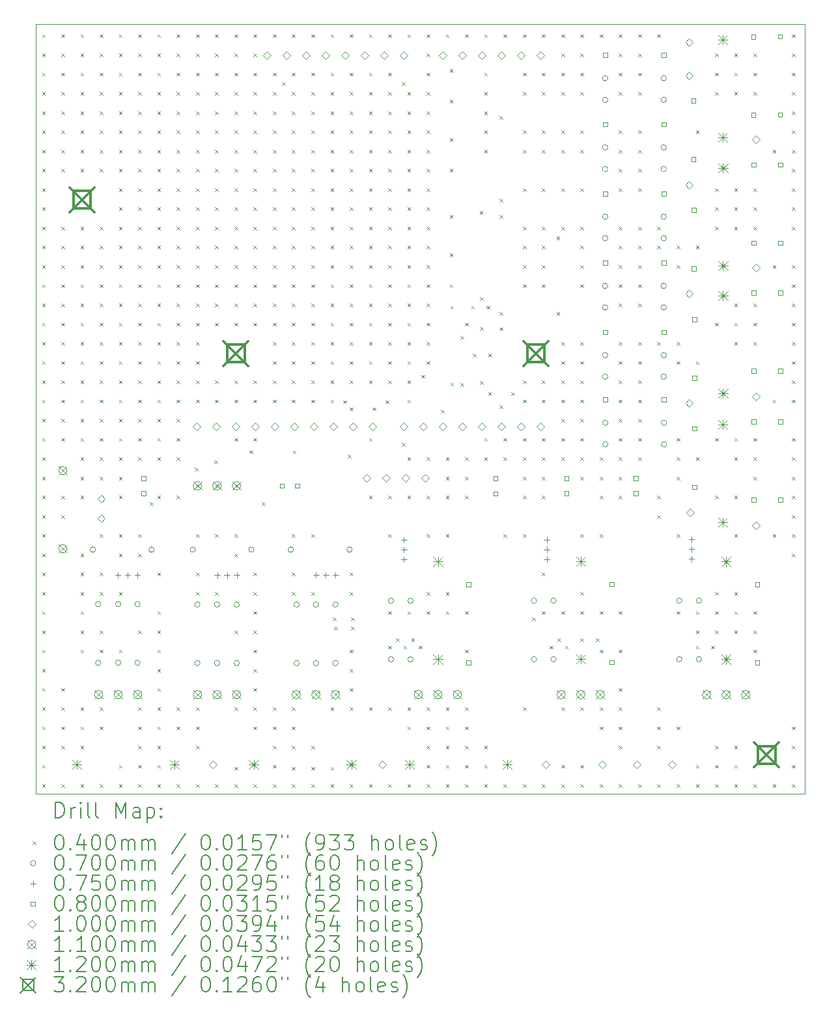
<source format=gbr>
%TF.GenerationSoftware,KiCad,Pcbnew,(6.0.7)*%
%TF.CreationDate,2024-01-18T22:28:17+01:00*%
%TF.ProjectId,Goobyl_da - Kretskort,476f6f62-796c-4e56-9461-202d204b7265,rev?*%
%TF.SameCoordinates,Original*%
%TF.FileFunction,Drillmap*%
%TF.FilePolarity,Positive*%
%FSLAX45Y45*%
G04 Gerber Fmt 4.5, Leading zero omitted, Abs format (unit mm)*
G04 Created by KiCad (PCBNEW (6.0.7)) date 2024-01-18 22:28:17*
%MOMM*%
%LPD*%
G01*
G04 APERTURE LIST*
%ADD10C,0.050000*%
%ADD11C,0.200000*%
%ADD12C,0.040000*%
%ADD13C,0.070000*%
%ADD14C,0.075000*%
%ADD15C,0.080000*%
%ADD16C,0.100000*%
%ADD17C,0.110000*%
%ADD18C,0.120000*%
%ADD19C,0.320000*%
G04 APERTURE END LIST*
D10*
X18901000Y-14101000D02*
X8901000Y-14101000D01*
X18901000Y-4101000D02*
X18901000Y-14101000D01*
X8901000Y-4101000D02*
X18901000Y-4101000D01*
X8901000Y-14101000D02*
X8901000Y-4101000D01*
D11*
D12*
X8980000Y-4230000D02*
X9020000Y-4270000D01*
X9020000Y-4230000D02*
X8980000Y-4270000D01*
X8980000Y-4480000D02*
X9020000Y-4520000D01*
X9020000Y-4480000D02*
X8980000Y-4520000D01*
X8980000Y-4730000D02*
X9020000Y-4770000D01*
X9020000Y-4730000D02*
X8980000Y-4770000D01*
X8980000Y-4980000D02*
X9020000Y-5020000D01*
X9020000Y-4980000D02*
X8980000Y-5020000D01*
X8980000Y-5230000D02*
X9020000Y-5270000D01*
X9020000Y-5230000D02*
X8980000Y-5270000D01*
X8980000Y-5480000D02*
X9020000Y-5520000D01*
X9020000Y-5480000D02*
X8980000Y-5520000D01*
X8980000Y-5730000D02*
X9020000Y-5770000D01*
X9020000Y-5730000D02*
X8980000Y-5770000D01*
X8980000Y-5980000D02*
X9020000Y-6020000D01*
X9020000Y-5980000D02*
X8980000Y-6020000D01*
X8980000Y-6230000D02*
X9020000Y-6270000D01*
X9020000Y-6230000D02*
X8980000Y-6270000D01*
X8980000Y-6480000D02*
X9020000Y-6520000D01*
X9020000Y-6480000D02*
X8980000Y-6520000D01*
X8980000Y-6730000D02*
X9020000Y-6770000D01*
X9020000Y-6730000D02*
X8980000Y-6770000D01*
X8980000Y-6980000D02*
X9020000Y-7020000D01*
X9020000Y-6980000D02*
X8980000Y-7020000D01*
X8980000Y-7230000D02*
X9020000Y-7270000D01*
X9020000Y-7230000D02*
X8980000Y-7270000D01*
X8980000Y-7480000D02*
X9020000Y-7520000D01*
X9020000Y-7480000D02*
X8980000Y-7520000D01*
X8980000Y-7730000D02*
X9020000Y-7770000D01*
X9020000Y-7730000D02*
X8980000Y-7770000D01*
X8980000Y-7980000D02*
X9020000Y-8020000D01*
X9020000Y-7980000D02*
X8980000Y-8020000D01*
X8980000Y-8230000D02*
X9020000Y-8270000D01*
X9020000Y-8230000D02*
X8980000Y-8270000D01*
X8980000Y-8480000D02*
X9020000Y-8520000D01*
X9020000Y-8480000D02*
X8980000Y-8520000D01*
X8980000Y-8730000D02*
X9020000Y-8770000D01*
X9020000Y-8730000D02*
X8980000Y-8770000D01*
X8980000Y-8980000D02*
X9020000Y-9020000D01*
X9020000Y-8980000D02*
X8980000Y-9020000D01*
X8980000Y-9230000D02*
X9020000Y-9270000D01*
X9020000Y-9230000D02*
X8980000Y-9270000D01*
X8980000Y-9480000D02*
X9020000Y-9520000D01*
X9020000Y-9480000D02*
X8980000Y-9520000D01*
X8980000Y-9730000D02*
X9020000Y-9770000D01*
X9020000Y-9730000D02*
X8980000Y-9770000D01*
X8980000Y-9980000D02*
X9020000Y-10020000D01*
X9020000Y-9980000D02*
X8980000Y-10020000D01*
X8980000Y-10230000D02*
X9020000Y-10270000D01*
X9020000Y-10230000D02*
X8980000Y-10270000D01*
X8980000Y-10480000D02*
X9020000Y-10520000D01*
X9020000Y-10480000D02*
X8980000Y-10520000D01*
X8980000Y-10730000D02*
X9020000Y-10770000D01*
X9020000Y-10730000D02*
X8980000Y-10770000D01*
X8980000Y-10980000D02*
X9020000Y-11020000D01*
X9020000Y-10980000D02*
X8980000Y-11020000D01*
X8980000Y-11230000D02*
X9020000Y-11270000D01*
X9020000Y-11230000D02*
X8980000Y-11270000D01*
X8980000Y-11480000D02*
X9020000Y-11520000D01*
X9020000Y-11480000D02*
X8980000Y-11520000D01*
X8980000Y-11730000D02*
X9020000Y-11770000D01*
X9020000Y-11730000D02*
X8980000Y-11770000D01*
X8980000Y-11980000D02*
X9020000Y-12020000D01*
X9020000Y-11980000D02*
X8980000Y-12020000D01*
X8980000Y-12230000D02*
X9020000Y-12270000D01*
X9020000Y-12230000D02*
X8980000Y-12270000D01*
X8980000Y-12480000D02*
X9020000Y-12520000D01*
X9020000Y-12480000D02*
X8980000Y-12520000D01*
X8980000Y-12730000D02*
X9020000Y-12770000D01*
X9020000Y-12730000D02*
X8980000Y-12770000D01*
X8980000Y-12980000D02*
X9020000Y-13020000D01*
X9020000Y-12980000D02*
X8980000Y-13020000D01*
X8980000Y-13230000D02*
X9020000Y-13270000D01*
X9020000Y-13230000D02*
X8980000Y-13270000D01*
X8980000Y-13480000D02*
X9020000Y-13520000D01*
X9020000Y-13480000D02*
X8980000Y-13520000D01*
X8980000Y-13730000D02*
X9020000Y-13770000D01*
X9020000Y-13730000D02*
X8980000Y-13770000D01*
X8980000Y-13980000D02*
X9020000Y-14020000D01*
X9020000Y-13980000D02*
X8980000Y-14020000D01*
X9230000Y-4230000D02*
X9270000Y-4270000D01*
X9270000Y-4230000D02*
X9230000Y-4270000D01*
X9230000Y-4480000D02*
X9270000Y-4520000D01*
X9270000Y-4480000D02*
X9230000Y-4520000D01*
X9230000Y-4730000D02*
X9270000Y-4770000D01*
X9270000Y-4730000D02*
X9230000Y-4770000D01*
X9230000Y-4980000D02*
X9270000Y-5020000D01*
X9270000Y-4980000D02*
X9230000Y-5020000D01*
X9230000Y-5230000D02*
X9270000Y-5270000D01*
X9270000Y-5230000D02*
X9230000Y-5270000D01*
X9230000Y-5480000D02*
X9270000Y-5520000D01*
X9270000Y-5480000D02*
X9230000Y-5520000D01*
X9230000Y-5730000D02*
X9270000Y-5770000D01*
X9270000Y-5730000D02*
X9230000Y-5770000D01*
X9230000Y-5980000D02*
X9270000Y-6020000D01*
X9270000Y-5980000D02*
X9230000Y-6020000D01*
X9230000Y-6730000D02*
X9270000Y-6770000D01*
X9270000Y-6730000D02*
X9230000Y-6770000D01*
X9230000Y-6980000D02*
X9270000Y-7020000D01*
X9270000Y-6980000D02*
X9230000Y-7020000D01*
X9230000Y-7230000D02*
X9270000Y-7270000D01*
X9270000Y-7230000D02*
X9230000Y-7270000D01*
X9230000Y-7480000D02*
X9270000Y-7520000D01*
X9270000Y-7480000D02*
X9230000Y-7520000D01*
X9230000Y-7730000D02*
X9270000Y-7770000D01*
X9270000Y-7730000D02*
X9230000Y-7770000D01*
X9230000Y-7980000D02*
X9270000Y-8020000D01*
X9270000Y-7980000D02*
X9230000Y-8020000D01*
X9230000Y-8230000D02*
X9270000Y-8270000D01*
X9270000Y-8230000D02*
X9230000Y-8270000D01*
X9230000Y-8480000D02*
X9270000Y-8520000D01*
X9270000Y-8480000D02*
X9230000Y-8520000D01*
X9230000Y-8730000D02*
X9270000Y-8770000D01*
X9270000Y-8730000D02*
X9230000Y-8770000D01*
X9230000Y-8980000D02*
X9270000Y-9020000D01*
X9270000Y-8980000D02*
X9230000Y-9020000D01*
X9230000Y-9230000D02*
X9270000Y-9270000D01*
X9270000Y-9230000D02*
X9230000Y-9270000D01*
X9230000Y-9480000D02*
X9270000Y-9520000D01*
X9270000Y-9480000D02*
X9230000Y-9520000D01*
X9230000Y-10230000D02*
X9270000Y-10270000D01*
X9270000Y-10230000D02*
X9230000Y-10270000D01*
X9230000Y-10480000D02*
X9270000Y-10520000D01*
X9270000Y-10480000D02*
X9230000Y-10520000D01*
X9230000Y-12730000D02*
X9270000Y-12770000D01*
X9270000Y-12730000D02*
X9230000Y-12770000D01*
X9230000Y-12980000D02*
X9270000Y-13020000D01*
X9270000Y-12980000D02*
X9230000Y-13020000D01*
X9230000Y-13230000D02*
X9270000Y-13270000D01*
X9270000Y-13230000D02*
X9230000Y-13270000D01*
X9230000Y-13480000D02*
X9270000Y-13520000D01*
X9270000Y-13480000D02*
X9230000Y-13520000D01*
X9230000Y-13980000D02*
X9270000Y-14020000D01*
X9270000Y-13980000D02*
X9230000Y-14020000D01*
X9480000Y-4230000D02*
X9520000Y-4270000D01*
X9520000Y-4230000D02*
X9480000Y-4270000D01*
X9480000Y-4480000D02*
X9520000Y-4520000D01*
X9520000Y-4480000D02*
X9480000Y-4520000D01*
X9480000Y-4730000D02*
X9520000Y-4770000D01*
X9520000Y-4730000D02*
X9480000Y-4770000D01*
X9480000Y-4980000D02*
X9520000Y-5020000D01*
X9520000Y-4980000D02*
X9480000Y-5020000D01*
X9480000Y-5230000D02*
X9520000Y-5270000D01*
X9520000Y-5230000D02*
X9480000Y-5270000D01*
X9480000Y-5480000D02*
X9520000Y-5520000D01*
X9520000Y-5480000D02*
X9480000Y-5520000D01*
X9480000Y-5730000D02*
X9520000Y-5770000D01*
X9520000Y-5730000D02*
X9480000Y-5770000D01*
X9480000Y-5980000D02*
X9520000Y-6020000D01*
X9520000Y-5980000D02*
X9480000Y-6020000D01*
X9480000Y-6730000D02*
X9520000Y-6770000D01*
X9520000Y-6730000D02*
X9480000Y-6770000D01*
X9480000Y-6980000D02*
X9520000Y-7020000D01*
X9520000Y-6980000D02*
X9480000Y-7020000D01*
X9480000Y-7230000D02*
X9520000Y-7270000D01*
X9520000Y-7230000D02*
X9480000Y-7270000D01*
X9480000Y-7480000D02*
X9520000Y-7520000D01*
X9520000Y-7480000D02*
X9480000Y-7520000D01*
X9480000Y-7730000D02*
X9520000Y-7770000D01*
X9520000Y-7730000D02*
X9480000Y-7770000D01*
X9480000Y-7980000D02*
X9520000Y-8020000D01*
X9520000Y-7980000D02*
X9480000Y-8020000D01*
X9480000Y-8230000D02*
X9520000Y-8270000D01*
X9520000Y-8230000D02*
X9480000Y-8270000D01*
X9480000Y-8480000D02*
X9520000Y-8520000D01*
X9520000Y-8480000D02*
X9480000Y-8520000D01*
X9480000Y-8730000D02*
X9520000Y-8770000D01*
X9520000Y-8730000D02*
X9480000Y-8770000D01*
X9480000Y-8980000D02*
X9520000Y-9020000D01*
X9520000Y-8980000D02*
X9480000Y-9020000D01*
X9480000Y-9230000D02*
X9520000Y-9270000D01*
X9520000Y-9230000D02*
X9480000Y-9270000D01*
X9480000Y-9480000D02*
X9520000Y-9520000D01*
X9520000Y-9480000D02*
X9480000Y-9520000D01*
X9480000Y-9730000D02*
X9520000Y-9770000D01*
X9520000Y-9730000D02*
X9480000Y-9770000D01*
X9480000Y-9980000D02*
X9520000Y-10020000D01*
X9520000Y-9980000D02*
X9480000Y-10020000D01*
X9480000Y-10230000D02*
X9520000Y-10270000D01*
X9520000Y-10230000D02*
X9480000Y-10270000D01*
X9480000Y-10980000D02*
X9520000Y-11020000D01*
X9520000Y-10980000D02*
X9480000Y-11020000D01*
X9480000Y-11230000D02*
X9520000Y-11270000D01*
X9520000Y-11230000D02*
X9480000Y-11270000D01*
X9480000Y-11480000D02*
X9520000Y-11520000D01*
X9520000Y-11480000D02*
X9480000Y-11520000D01*
X9480000Y-11730000D02*
X9520000Y-11770000D01*
X9520000Y-11730000D02*
X9480000Y-11770000D01*
X9480000Y-11980000D02*
X9520000Y-12020000D01*
X9520000Y-11980000D02*
X9480000Y-12020000D01*
X9480000Y-12230000D02*
X9520000Y-12270000D01*
X9520000Y-12230000D02*
X9480000Y-12270000D01*
X9480000Y-12980000D02*
X9520000Y-13020000D01*
X9520000Y-12980000D02*
X9480000Y-13020000D01*
X9480000Y-13230000D02*
X9520000Y-13270000D01*
X9520000Y-13230000D02*
X9480000Y-13270000D01*
X9480000Y-13480000D02*
X9520000Y-13520000D01*
X9520000Y-13480000D02*
X9480000Y-13520000D01*
X9480000Y-13980000D02*
X9520000Y-14020000D01*
X9520000Y-13980000D02*
X9480000Y-14020000D01*
X9730000Y-4230000D02*
X9770000Y-4270000D01*
X9770000Y-4230000D02*
X9730000Y-4270000D01*
X9730000Y-4480000D02*
X9770000Y-4520000D01*
X9770000Y-4480000D02*
X9730000Y-4520000D01*
X9730000Y-4730000D02*
X9770000Y-4770000D01*
X9770000Y-4730000D02*
X9730000Y-4770000D01*
X9730000Y-4980000D02*
X9770000Y-5020000D01*
X9770000Y-4980000D02*
X9730000Y-5020000D01*
X9730000Y-5230000D02*
X9770000Y-5270000D01*
X9770000Y-5230000D02*
X9730000Y-5270000D01*
X9730000Y-5480000D02*
X9770000Y-5520000D01*
X9770000Y-5480000D02*
X9730000Y-5520000D01*
X9730000Y-5730000D02*
X9770000Y-5770000D01*
X9770000Y-5730000D02*
X9730000Y-5770000D01*
X9730000Y-5980000D02*
X9770000Y-6020000D01*
X9770000Y-5980000D02*
X9730000Y-6020000D01*
X9730000Y-6730000D02*
X9770000Y-6770000D01*
X9770000Y-6730000D02*
X9730000Y-6770000D01*
X9730000Y-6980000D02*
X9770000Y-7020000D01*
X9770000Y-6980000D02*
X9730000Y-7020000D01*
X9730000Y-7230000D02*
X9770000Y-7270000D01*
X9770000Y-7230000D02*
X9730000Y-7270000D01*
X9730000Y-7480000D02*
X9770000Y-7520000D01*
X9770000Y-7480000D02*
X9730000Y-7520000D01*
X9730000Y-7730000D02*
X9770000Y-7770000D01*
X9770000Y-7730000D02*
X9730000Y-7770000D01*
X9730000Y-7980000D02*
X9770000Y-8020000D01*
X9770000Y-7980000D02*
X9730000Y-8020000D01*
X9730000Y-8230000D02*
X9770000Y-8270000D01*
X9770000Y-8230000D02*
X9730000Y-8270000D01*
X9730000Y-8480000D02*
X9770000Y-8520000D01*
X9770000Y-8480000D02*
X9730000Y-8520000D01*
X9730000Y-8730000D02*
X9770000Y-8770000D01*
X9770000Y-8730000D02*
X9730000Y-8770000D01*
X9730000Y-8980000D02*
X9770000Y-9020000D01*
X9770000Y-8980000D02*
X9730000Y-9020000D01*
X9730000Y-9230000D02*
X9770000Y-9270000D01*
X9770000Y-9230000D02*
X9730000Y-9270000D01*
X9730000Y-9480000D02*
X9770000Y-9520000D01*
X9770000Y-9480000D02*
X9730000Y-9520000D01*
X9730000Y-9730000D02*
X9770000Y-9770000D01*
X9770000Y-9730000D02*
X9730000Y-9770000D01*
X9730000Y-9980000D02*
X9770000Y-10020000D01*
X9770000Y-9980000D02*
X9730000Y-10020000D01*
X9730000Y-10730000D02*
X9770000Y-10770000D01*
X9770000Y-10730000D02*
X9730000Y-10770000D01*
X9730000Y-11230000D02*
X9770000Y-11270000D01*
X9770000Y-11230000D02*
X9730000Y-11270000D01*
X9730000Y-11480000D02*
X9770000Y-11520000D01*
X9770000Y-11480000D02*
X9730000Y-11520000D01*
X9730000Y-11980000D02*
X9770000Y-12020000D01*
X9770000Y-11980000D02*
X9730000Y-12020000D01*
X9730000Y-12230000D02*
X9770000Y-12270000D01*
X9770000Y-12230000D02*
X9730000Y-12270000D01*
X9730000Y-12980000D02*
X9770000Y-13020000D01*
X9770000Y-12980000D02*
X9730000Y-13020000D01*
X9730000Y-13230000D02*
X9770000Y-13270000D01*
X9770000Y-13230000D02*
X9730000Y-13270000D01*
X9730000Y-13980000D02*
X9770000Y-14020000D01*
X9770000Y-13980000D02*
X9730000Y-14020000D01*
X9980000Y-4230000D02*
X10020000Y-4270000D01*
X10020000Y-4230000D02*
X9980000Y-4270000D01*
X9980000Y-4480000D02*
X10020000Y-4520000D01*
X10020000Y-4480000D02*
X9980000Y-4520000D01*
X9980000Y-4730000D02*
X10020000Y-4770000D01*
X10020000Y-4730000D02*
X9980000Y-4770000D01*
X9980000Y-4980000D02*
X10020000Y-5020000D01*
X10020000Y-4980000D02*
X9980000Y-5020000D01*
X9980000Y-5230000D02*
X10020000Y-5270000D01*
X10020000Y-5230000D02*
X9980000Y-5270000D01*
X9980000Y-5480000D02*
X10020000Y-5520000D01*
X10020000Y-5480000D02*
X9980000Y-5520000D01*
X9980000Y-5730000D02*
X10020000Y-5770000D01*
X10020000Y-5730000D02*
X9980000Y-5770000D01*
X9980000Y-5980000D02*
X10020000Y-6020000D01*
X10020000Y-5980000D02*
X9980000Y-6020000D01*
X9980000Y-6230000D02*
X10020000Y-6270000D01*
X10020000Y-6230000D02*
X9980000Y-6270000D01*
X9980000Y-6480000D02*
X10020000Y-6520000D01*
X10020000Y-6480000D02*
X9980000Y-6520000D01*
X9980000Y-6730000D02*
X10020000Y-6770000D01*
X10020000Y-6730000D02*
X9980000Y-6770000D01*
X9980000Y-6980000D02*
X10020000Y-7020000D01*
X10020000Y-6980000D02*
X9980000Y-7020000D01*
X9980000Y-7230000D02*
X10020000Y-7270000D01*
X10020000Y-7230000D02*
X9980000Y-7270000D01*
X9980000Y-7480000D02*
X10020000Y-7520000D01*
X10020000Y-7480000D02*
X9980000Y-7520000D01*
X9980000Y-7730000D02*
X10020000Y-7770000D01*
X10020000Y-7730000D02*
X9980000Y-7770000D01*
X9980000Y-7980000D02*
X10020000Y-8020000D01*
X10020000Y-7980000D02*
X9980000Y-8020000D01*
X9980000Y-8230000D02*
X10020000Y-8270000D01*
X10020000Y-8230000D02*
X9980000Y-8270000D01*
X9980000Y-8480000D02*
X10020000Y-8520000D01*
X10020000Y-8480000D02*
X9980000Y-8520000D01*
X9980000Y-8730000D02*
X10020000Y-8770000D01*
X10020000Y-8730000D02*
X9980000Y-8770000D01*
X9980000Y-8980000D02*
X10020000Y-9020000D01*
X10020000Y-8980000D02*
X9980000Y-9020000D01*
X9980000Y-9230000D02*
X10020000Y-9270000D01*
X10020000Y-9230000D02*
X9980000Y-9270000D01*
X9980000Y-9480000D02*
X10020000Y-9520000D01*
X10020000Y-9480000D02*
X9980000Y-9520000D01*
X9980000Y-9730000D02*
X10020000Y-9770000D01*
X10020000Y-9730000D02*
X9980000Y-9770000D01*
X9980000Y-9980000D02*
X10020000Y-10020000D01*
X10020000Y-9980000D02*
X9980000Y-10020000D01*
X9980000Y-10230000D02*
X10020000Y-10270000D01*
X10020000Y-10230000D02*
X9980000Y-10270000D01*
X9980000Y-10730000D02*
X10020000Y-10770000D01*
X10020000Y-10730000D02*
X9980000Y-10770000D01*
X9980000Y-10980000D02*
X10020000Y-11020000D01*
X10020000Y-10980000D02*
X9980000Y-11020000D01*
X9980000Y-11480000D02*
X10020000Y-11520000D01*
X10020000Y-11480000D02*
X9980000Y-11520000D01*
X9980000Y-12230000D02*
X10020000Y-12270000D01*
X10020000Y-12230000D02*
X9980000Y-12270000D01*
X9980000Y-13730000D02*
X10020000Y-13770000D01*
X10020000Y-13730000D02*
X9980000Y-13770000D01*
X9980000Y-13980000D02*
X10020000Y-14020000D01*
X10020000Y-13980000D02*
X9980000Y-14020000D01*
X10230000Y-4230000D02*
X10270000Y-4270000D01*
X10270000Y-4230000D02*
X10230000Y-4270000D01*
X10230000Y-4480000D02*
X10270000Y-4520000D01*
X10270000Y-4480000D02*
X10230000Y-4520000D01*
X10230000Y-4730000D02*
X10270000Y-4770000D01*
X10270000Y-4730000D02*
X10230000Y-4770000D01*
X10230000Y-4980000D02*
X10270000Y-5020000D01*
X10270000Y-4980000D02*
X10230000Y-5020000D01*
X10230000Y-5230000D02*
X10270000Y-5270000D01*
X10270000Y-5230000D02*
X10230000Y-5270000D01*
X10230000Y-5480000D02*
X10270000Y-5520000D01*
X10270000Y-5480000D02*
X10230000Y-5520000D01*
X10230000Y-5730000D02*
X10270000Y-5770000D01*
X10270000Y-5730000D02*
X10230000Y-5770000D01*
X10230000Y-5980000D02*
X10270000Y-6020000D01*
X10270000Y-5980000D02*
X10230000Y-6020000D01*
X10230000Y-6230000D02*
X10270000Y-6270000D01*
X10270000Y-6230000D02*
X10230000Y-6270000D01*
X10230000Y-6480000D02*
X10270000Y-6520000D01*
X10270000Y-6480000D02*
X10230000Y-6520000D01*
X10230000Y-6730000D02*
X10270000Y-6770000D01*
X10270000Y-6730000D02*
X10230000Y-6770000D01*
X10230000Y-6980000D02*
X10270000Y-7020000D01*
X10270000Y-6980000D02*
X10230000Y-7020000D01*
X10230000Y-7230000D02*
X10270000Y-7270000D01*
X10270000Y-7230000D02*
X10230000Y-7270000D01*
X10230000Y-7480000D02*
X10270000Y-7520000D01*
X10270000Y-7480000D02*
X10230000Y-7520000D01*
X10230000Y-7730000D02*
X10270000Y-7770000D01*
X10270000Y-7730000D02*
X10230000Y-7770000D01*
X10230000Y-7980000D02*
X10270000Y-8020000D01*
X10270000Y-7980000D02*
X10230000Y-8020000D01*
X10230000Y-8230000D02*
X10270000Y-8270000D01*
X10270000Y-8230000D02*
X10230000Y-8270000D01*
X10230000Y-8480000D02*
X10270000Y-8520000D01*
X10270000Y-8480000D02*
X10230000Y-8520000D01*
X10230000Y-8730000D02*
X10270000Y-8770000D01*
X10270000Y-8730000D02*
X10230000Y-8770000D01*
X10230000Y-8980000D02*
X10270000Y-9020000D01*
X10270000Y-8980000D02*
X10230000Y-9020000D01*
X10230000Y-9230000D02*
X10270000Y-9270000D01*
X10270000Y-9230000D02*
X10230000Y-9270000D01*
X10230000Y-9480000D02*
X10270000Y-9520000D01*
X10270000Y-9480000D02*
X10230000Y-9520000D01*
X10230000Y-9730000D02*
X10270000Y-9770000D01*
X10270000Y-9730000D02*
X10230000Y-9770000D01*
X10230000Y-10730000D02*
X10270000Y-10770000D01*
X10270000Y-10730000D02*
X10230000Y-10770000D01*
X10230000Y-10980000D02*
X10270000Y-11020000D01*
X10270000Y-10980000D02*
X10230000Y-11020000D01*
X10230000Y-11980000D02*
X10270000Y-12020000D01*
X10270000Y-11980000D02*
X10230000Y-12020000D01*
X10230000Y-12980000D02*
X10270000Y-13020000D01*
X10270000Y-12980000D02*
X10230000Y-13020000D01*
X10230000Y-13230000D02*
X10270000Y-13270000D01*
X10270000Y-13230000D02*
X10230000Y-13270000D01*
X10230000Y-13480000D02*
X10270000Y-13520000D01*
X10270000Y-13480000D02*
X10230000Y-13520000D01*
X10230000Y-13730000D02*
X10270000Y-13770000D01*
X10270000Y-13730000D02*
X10230000Y-13770000D01*
X10230000Y-13980000D02*
X10270000Y-14020000D01*
X10270000Y-13980000D02*
X10230000Y-14020000D01*
X10380000Y-10310000D02*
X10420000Y-10350000D01*
X10420000Y-10310000D02*
X10380000Y-10350000D01*
X10480000Y-4230000D02*
X10520000Y-4270000D01*
X10520000Y-4230000D02*
X10480000Y-4270000D01*
X10480000Y-4480000D02*
X10520000Y-4520000D01*
X10520000Y-4480000D02*
X10480000Y-4520000D01*
X10480000Y-4730000D02*
X10520000Y-4770000D01*
X10520000Y-4730000D02*
X10480000Y-4770000D01*
X10480000Y-4980000D02*
X10520000Y-5020000D01*
X10520000Y-4980000D02*
X10480000Y-5020000D01*
X10480000Y-5230000D02*
X10520000Y-5270000D01*
X10520000Y-5230000D02*
X10480000Y-5270000D01*
X10480000Y-5480000D02*
X10520000Y-5520000D01*
X10520000Y-5480000D02*
X10480000Y-5520000D01*
X10480000Y-5730000D02*
X10520000Y-5770000D01*
X10520000Y-5730000D02*
X10480000Y-5770000D01*
X10480000Y-5980000D02*
X10520000Y-6020000D01*
X10520000Y-5980000D02*
X10480000Y-6020000D01*
X10480000Y-6230000D02*
X10520000Y-6270000D01*
X10520000Y-6230000D02*
X10480000Y-6270000D01*
X10480000Y-6480000D02*
X10520000Y-6520000D01*
X10520000Y-6480000D02*
X10480000Y-6520000D01*
X10480000Y-6730000D02*
X10520000Y-6770000D01*
X10520000Y-6730000D02*
X10480000Y-6770000D01*
X10480000Y-6980000D02*
X10520000Y-7020000D01*
X10520000Y-6980000D02*
X10480000Y-7020000D01*
X10480000Y-7230000D02*
X10520000Y-7270000D01*
X10520000Y-7230000D02*
X10480000Y-7270000D01*
X10480000Y-7480000D02*
X10520000Y-7520000D01*
X10520000Y-7480000D02*
X10480000Y-7520000D01*
X10480000Y-7730000D02*
X10520000Y-7770000D01*
X10520000Y-7730000D02*
X10480000Y-7770000D01*
X10480000Y-7980000D02*
X10520000Y-8020000D01*
X10520000Y-7980000D02*
X10480000Y-8020000D01*
X10480000Y-8230000D02*
X10520000Y-8270000D01*
X10520000Y-8230000D02*
X10480000Y-8270000D01*
X10480000Y-8480000D02*
X10520000Y-8520000D01*
X10520000Y-8480000D02*
X10480000Y-8520000D01*
X10480000Y-8730000D02*
X10520000Y-8770000D01*
X10520000Y-8730000D02*
X10480000Y-8770000D01*
X10480000Y-8980000D02*
X10520000Y-9020000D01*
X10520000Y-8980000D02*
X10480000Y-9020000D01*
X10480000Y-9230000D02*
X10520000Y-9270000D01*
X10520000Y-9230000D02*
X10480000Y-9270000D01*
X10480000Y-9480000D02*
X10520000Y-9520000D01*
X10520000Y-9480000D02*
X10480000Y-9520000D01*
X10480000Y-9730000D02*
X10520000Y-9770000D01*
X10520000Y-9730000D02*
X10480000Y-9770000D01*
X10480000Y-10230000D02*
X10520000Y-10270000D01*
X10520000Y-10230000D02*
X10480000Y-10270000D01*
X10480000Y-11230000D02*
X10520000Y-11270000D01*
X10520000Y-11230000D02*
X10480000Y-11270000D01*
X10480000Y-11730000D02*
X10520000Y-11770000D01*
X10520000Y-11730000D02*
X10480000Y-11770000D01*
X10480000Y-11980000D02*
X10520000Y-12020000D01*
X10520000Y-11980000D02*
X10480000Y-12020000D01*
X10480000Y-12230000D02*
X10520000Y-12270000D01*
X10520000Y-12230000D02*
X10480000Y-12270000D01*
X10480000Y-12480000D02*
X10520000Y-12520000D01*
X10520000Y-12480000D02*
X10480000Y-12520000D01*
X10480000Y-12730000D02*
X10520000Y-12770000D01*
X10520000Y-12730000D02*
X10480000Y-12770000D01*
X10480000Y-12980000D02*
X10520000Y-13020000D01*
X10520000Y-12980000D02*
X10480000Y-13020000D01*
X10480000Y-13230000D02*
X10520000Y-13270000D01*
X10520000Y-13230000D02*
X10480000Y-13270000D01*
X10480000Y-13480000D02*
X10520000Y-13520000D01*
X10520000Y-13480000D02*
X10480000Y-13520000D01*
X10480000Y-13730000D02*
X10520000Y-13770000D01*
X10520000Y-13730000D02*
X10480000Y-13770000D01*
X10480000Y-13980000D02*
X10520000Y-14020000D01*
X10520000Y-13980000D02*
X10480000Y-14020000D01*
X10730000Y-4230000D02*
X10770000Y-4270000D01*
X10770000Y-4230000D02*
X10730000Y-4270000D01*
X10730000Y-4480000D02*
X10770000Y-4520000D01*
X10770000Y-4480000D02*
X10730000Y-4520000D01*
X10730000Y-4730000D02*
X10770000Y-4770000D01*
X10770000Y-4730000D02*
X10730000Y-4770000D01*
X10730000Y-4980000D02*
X10770000Y-5020000D01*
X10770000Y-4980000D02*
X10730000Y-5020000D01*
X10730000Y-5230000D02*
X10770000Y-5270000D01*
X10770000Y-5230000D02*
X10730000Y-5270000D01*
X10730000Y-5480000D02*
X10770000Y-5520000D01*
X10770000Y-5480000D02*
X10730000Y-5520000D01*
X10730000Y-5730000D02*
X10770000Y-5770000D01*
X10770000Y-5730000D02*
X10730000Y-5770000D01*
X10730000Y-5980000D02*
X10770000Y-6020000D01*
X10770000Y-5980000D02*
X10730000Y-6020000D01*
X10730000Y-6230000D02*
X10770000Y-6270000D01*
X10770000Y-6230000D02*
X10730000Y-6270000D01*
X10730000Y-6480000D02*
X10770000Y-6520000D01*
X10770000Y-6480000D02*
X10730000Y-6520000D01*
X10730000Y-6730000D02*
X10770000Y-6770000D01*
X10770000Y-6730000D02*
X10730000Y-6770000D01*
X10730000Y-6980000D02*
X10770000Y-7020000D01*
X10770000Y-6980000D02*
X10730000Y-7020000D01*
X10730000Y-7230000D02*
X10770000Y-7270000D01*
X10770000Y-7230000D02*
X10730000Y-7270000D01*
X10730000Y-7480000D02*
X10770000Y-7520000D01*
X10770000Y-7480000D02*
X10730000Y-7520000D01*
X10730000Y-7730000D02*
X10770000Y-7770000D01*
X10770000Y-7730000D02*
X10730000Y-7770000D01*
X10730000Y-7980000D02*
X10770000Y-8020000D01*
X10770000Y-7980000D02*
X10730000Y-8020000D01*
X10730000Y-8230000D02*
X10770000Y-8270000D01*
X10770000Y-8230000D02*
X10730000Y-8270000D01*
X10730000Y-8480000D02*
X10770000Y-8520000D01*
X10770000Y-8480000D02*
X10730000Y-8520000D01*
X10730000Y-8730000D02*
X10770000Y-8770000D01*
X10770000Y-8730000D02*
X10730000Y-8770000D01*
X10730000Y-8980000D02*
X10770000Y-9020000D01*
X10770000Y-8980000D02*
X10730000Y-9020000D01*
X10730000Y-9230000D02*
X10770000Y-9270000D01*
X10770000Y-9230000D02*
X10730000Y-9270000D01*
X10730000Y-9480000D02*
X10770000Y-9520000D01*
X10770000Y-9480000D02*
X10730000Y-9520000D01*
X10730000Y-9730000D02*
X10770000Y-9770000D01*
X10770000Y-9730000D02*
X10730000Y-9770000D01*
X10730000Y-10230000D02*
X10770000Y-10270000D01*
X10770000Y-10230000D02*
X10730000Y-10270000D01*
X10730000Y-12980000D02*
X10770000Y-13020000D01*
X10770000Y-12980000D02*
X10730000Y-13020000D01*
X10730000Y-13230000D02*
X10770000Y-13270000D01*
X10770000Y-13230000D02*
X10730000Y-13270000D01*
X10730000Y-13980000D02*
X10770000Y-14020000D01*
X10770000Y-13980000D02*
X10730000Y-14020000D01*
X10967000Y-9867000D02*
X11007000Y-9907000D01*
X11007000Y-9867000D02*
X10967000Y-9907000D01*
X10980000Y-4230000D02*
X11020000Y-4270000D01*
X11020000Y-4230000D02*
X10980000Y-4270000D01*
X10980000Y-4480000D02*
X11020000Y-4520000D01*
X11020000Y-4480000D02*
X10980000Y-4520000D01*
X10980000Y-4730000D02*
X11020000Y-4770000D01*
X11020000Y-4730000D02*
X10980000Y-4770000D01*
X10980000Y-4980000D02*
X11020000Y-5020000D01*
X11020000Y-4980000D02*
X10980000Y-5020000D01*
X10980000Y-5230000D02*
X11020000Y-5270000D01*
X11020000Y-5230000D02*
X10980000Y-5270000D01*
X10980000Y-5480000D02*
X11020000Y-5520000D01*
X11020000Y-5480000D02*
X10980000Y-5520000D01*
X10980000Y-5730000D02*
X11020000Y-5770000D01*
X11020000Y-5730000D02*
X10980000Y-5770000D01*
X10980000Y-5980000D02*
X11020000Y-6020000D01*
X11020000Y-5980000D02*
X10980000Y-6020000D01*
X10980000Y-6230000D02*
X11020000Y-6270000D01*
X11020000Y-6230000D02*
X10980000Y-6270000D01*
X10980000Y-6480000D02*
X11020000Y-6520000D01*
X11020000Y-6480000D02*
X10980000Y-6520000D01*
X10980000Y-6730000D02*
X11020000Y-6770000D01*
X11020000Y-6730000D02*
X10980000Y-6770000D01*
X10980000Y-6980000D02*
X11020000Y-7020000D01*
X11020000Y-6980000D02*
X10980000Y-7020000D01*
X10980000Y-7230000D02*
X11020000Y-7270000D01*
X11020000Y-7230000D02*
X10980000Y-7270000D01*
X10980000Y-7480000D02*
X11020000Y-7520000D01*
X11020000Y-7480000D02*
X10980000Y-7520000D01*
X10980000Y-7730000D02*
X11020000Y-7770000D01*
X11020000Y-7730000D02*
X10980000Y-7770000D01*
X10980000Y-7980000D02*
X11020000Y-8020000D01*
X11020000Y-7980000D02*
X10980000Y-8020000D01*
X10980000Y-8230000D02*
X11020000Y-8270000D01*
X11020000Y-8230000D02*
X10980000Y-8270000D01*
X10980000Y-8480000D02*
X11020000Y-8520000D01*
X11020000Y-8480000D02*
X10980000Y-8520000D01*
X10980000Y-8730000D02*
X11020000Y-8770000D01*
X11020000Y-8730000D02*
X10980000Y-8770000D01*
X10980000Y-8980000D02*
X11020000Y-9020000D01*
X11020000Y-8980000D02*
X10980000Y-9020000D01*
X10980000Y-10730000D02*
X11020000Y-10770000D01*
X11020000Y-10730000D02*
X10980000Y-10770000D01*
X10980000Y-11230000D02*
X11020000Y-11270000D01*
X11020000Y-11230000D02*
X10980000Y-11270000D01*
X10980000Y-11480000D02*
X11020000Y-11520000D01*
X11020000Y-11480000D02*
X10980000Y-11520000D01*
X10980000Y-12980000D02*
X11020000Y-13020000D01*
X11020000Y-12980000D02*
X10980000Y-13020000D01*
X10980000Y-13230000D02*
X11020000Y-13270000D01*
X11020000Y-13230000D02*
X10980000Y-13270000D01*
X10980000Y-13480000D02*
X11020000Y-13520000D01*
X11020000Y-13480000D02*
X10980000Y-13520000D01*
X10980000Y-13980000D02*
X11020000Y-14020000D01*
X11020000Y-13980000D02*
X10980000Y-14020000D01*
X11221000Y-9769000D02*
X11261000Y-9809000D01*
X11261000Y-9769000D02*
X11221000Y-9809000D01*
X11230000Y-4230000D02*
X11270000Y-4270000D01*
X11270000Y-4230000D02*
X11230000Y-4270000D01*
X11230000Y-4480000D02*
X11270000Y-4520000D01*
X11270000Y-4480000D02*
X11230000Y-4520000D01*
X11230000Y-4730000D02*
X11270000Y-4770000D01*
X11270000Y-4730000D02*
X11230000Y-4770000D01*
X11230000Y-4980000D02*
X11270000Y-5020000D01*
X11270000Y-4980000D02*
X11230000Y-5020000D01*
X11230000Y-5230000D02*
X11270000Y-5270000D01*
X11270000Y-5230000D02*
X11230000Y-5270000D01*
X11230000Y-5480000D02*
X11270000Y-5520000D01*
X11270000Y-5480000D02*
X11230000Y-5520000D01*
X11230000Y-5730000D02*
X11270000Y-5770000D01*
X11270000Y-5730000D02*
X11230000Y-5770000D01*
X11230000Y-5980000D02*
X11270000Y-6020000D01*
X11270000Y-5980000D02*
X11230000Y-6020000D01*
X11230000Y-6230000D02*
X11270000Y-6270000D01*
X11270000Y-6230000D02*
X11230000Y-6270000D01*
X11230000Y-6480000D02*
X11270000Y-6520000D01*
X11270000Y-6480000D02*
X11230000Y-6520000D01*
X11230000Y-6730000D02*
X11270000Y-6770000D01*
X11270000Y-6730000D02*
X11230000Y-6770000D01*
X11230000Y-6980000D02*
X11270000Y-7020000D01*
X11270000Y-6980000D02*
X11230000Y-7020000D01*
X11230000Y-7230000D02*
X11270000Y-7270000D01*
X11270000Y-7230000D02*
X11230000Y-7270000D01*
X11230000Y-7480000D02*
X11270000Y-7520000D01*
X11270000Y-7480000D02*
X11230000Y-7520000D01*
X11230000Y-7730000D02*
X11270000Y-7770000D01*
X11270000Y-7730000D02*
X11230000Y-7770000D01*
X11230000Y-7980000D02*
X11270000Y-8020000D01*
X11270000Y-7980000D02*
X11230000Y-8020000D01*
X11230000Y-8730000D02*
X11270000Y-8770000D01*
X11270000Y-8730000D02*
X11230000Y-8770000D01*
X11230000Y-8980000D02*
X11270000Y-9020000D01*
X11270000Y-8980000D02*
X11230000Y-9020000D01*
X11230000Y-10730000D02*
X11270000Y-10770000D01*
X11270000Y-10730000D02*
X11230000Y-10770000D01*
X11230000Y-11480000D02*
X11270000Y-11520000D01*
X11270000Y-11480000D02*
X11230000Y-11520000D01*
X11230000Y-13980000D02*
X11270000Y-14020000D01*
X11270000Y-13980000D02*
X11230000Y-14020000D01*
X11480000Y-4230000D02*
X11520000Y-4270000D01*
X11520000Y-4230000D02*
X11480000Y-4270000D01*
X11480000Y-4480000D02*
X11520000Y-4520000D01*
X11520000Y-4480000D02*
X11480000Y-4520000D01*
X11480000Y-4730000D02*
X11520000Y-4770000D01*
X11520000Y-4730000D02*
X11480000Y-4770000D01*
X11480000Y-4980000D02*
X11520000Y-5020000D01*
X11520000Y-4980000D02*
X11480000Y-5020000D01*
X11480000Y-5230000D02*
X11520000Y-5270000D01*
X11520000Y-5230000D02*
X11480000Y-5270000D01*
X11480000Y-5480000D02*
X11520000Y-5520000D01*
X11520000Y-5480000D02*
X11480000Y-5520000D01*
X11480000Y-5730000D02*
X11520000Y-5770000D01*
X11520000Y-5730000D02*
X11480000Y-5770000D01*
X11480000Y-5980000D02*
X11520000Y-6020000D01*
X11520000Y-5980000D02*
X11480000Y-6020000D01*
X11480000Y-6230000D02*
X11520000Y-6270000D01*
X11520000Y-6230000D02*
X11480000Y-6270000D01*
X11480000Y-6480000D02*
X11520000Y-6520000D01*
X11520000Y-6480000D02*
X11480000Y-6520000D01*
X11480000Y-6730000D02*
X11520000Y-6770000D01*
X11520000Y-6730000D02*
X11480000Y-6770000D01*
X11480000Y-6980000D02*
X11520000Y-7020000D01*
X11520000Y-6980000D02*
X11480000Y-7020000D01*
X11480000Y-7230000D02*
X11520000Y-7270000D01*
X11520000Y-7230000D02*
X11480000Y-7270000D01*
X11480000Y-7480000D02*
X11520000Y-7520000D01*
X11520000Y-7480000D02*
X11480000Y-7520000D01*
X11480000Y-7730000D02*
X11520000Y-7770000D01*
X11520000Y-7730000D02*
X11480000Y-7770000D01*
X11480000Y-7980000D02*
X11520000Y-8020000D01*
X11520000Y-7980000D02*
X11480000Y-8020000D01*
X11480000Y-8730000D02*
X11520000Y-8770000D01*
X11520000Y-8730000D02*
X11480000Y-8770000D01*
X11480000Y-8980000D02*
X11520000Y-9020000D01*
X11520000Y-8980000D02*
X11480000Y-9020000D01*
X11480000Y-9480000D02*
X11520000Y-9520000D01*
X11520000Y-9480000D02*
X11480000Y-9520000D01*
X11480000Y-10730000D02*
X11520000Y-10770000D01*
X11520000Y-10730000D02*
X11480000Y-10770000D01*
X11480000Y-10980000D02*
X11520000Y-11020000D01*
X11520000Y-10980000D02*
X11480000Y-11020000D01*
X11480000Y-11980000D02*
X11520000Y-12020000D01*
X11520000Y-11980000D02*
X11480000Y-12020000D01*
X11480000Y-12980000D02*
X11520000Y-13020000D01*
X11520000Y-12980000D02*
X11480000Y-13020000D01*
X11480000Y-13755000D02*
X11520000Y-13795000D01*
X11520000Y-13755000D02*
X11480000Y-13795000D01*
X11480000Y-13980000D02*
X11520000Y-14020000D01*
X11520000Y-13980000D02*
X11480000Y-14020000D01*
X11680000Y-9640000D02*
X11720000Y-9680000D01*
X11720000Y-9640000D02*
X11680000Y-9680000D01*
X11730000Y-4230000D02*
X11770000Y-4270000D01*
X11770000Y-4230000D02*
X11730000Y-4270000D01*
X11730000Y-4480000D02*
X11770000Y-4520000D01*
X11770000Y-4480000D02*
X11730000Y-4520000D01*
X11730000Y-4730000D02*
X11770000Y-4770000D01*
X11770000Y-4730000D02*
X11730000Y-4770000D01*
X11730000Y-4980000D02*
X11770000Y-5020000D01*
X11770000Y-4980000D02*
X11730000Y-5020000D01*
X11730000Y-5230000D02*
X11770000Y-5270000D01*
X11770000Y-5230000D02*
X11730000Y-5270000D01*
X11730000Y-5480000D02*
X11770000Y-5520000D01*
X11770000Y-5480000D02*
X11730000Y-5520000D01*
X11730000Y-5730000D02*
X11770000Y-5770000D01*
X11770000Y-5730000D02*
X11730000Y-5770000D01*
X11730000Y-5980000D02*
X11770000Y-6020000D01*
X11770000Y-5980000D02*
X11730000Y-6020000D01*
X11730000Y-6230000D02*
X11770000Y-6270000D01*
X11770000Y-6230000D02*
X11730000Y-6270000D01*
X11730000Y-6480000D02*
X11770000Y-6520000D01*
X11770000Y-6480000D02*
X11730000Y-6520000D01*
X11730000Y-6730000D02*
X11770000Y-6770000D01*
X11770000Y-6730000D02*
X11730000Y-6770000D01*
X11730000Y-6980000D02*
X11770000Y-7020000D01*
X11770000Y-6980000D02*
X11730000Y-7020000D01*
X11730000Y-7230000D02*
X11770000Y-7270000D01*
X11770000Y-7230000D02*
X11730000Y-7270000D01*
X11730000Y-7480000D02*
X11770000Y-7520000D01*
X11770000Y-7480000D02*
X11730000Y-7520000D01*
X11730000Y-7730000D02*
X11770000Y-7770000D01*
X11770000Y-7730000D02*
X11730000Y-7770000D01*
X11730000Y-7980000D02*
X11770000Y-8020000D01*
X11770000Y-7980000D02*
X11730000Y-8020000D01*
X11730000Y-8730000D02*
X11770000Y-8770000D01*
X11770000Y-8730000D02*
X11730000Y-8770000D01*
X11730000Y-8980000D02*
X11770000Y-9020000D01*
X11770000Y-8980000D02*
X11730000Y-9020000D01*
X11730000Y-9480000D02*
X11770000Y-9520000D01*
X11770000Y-9480000D02*
X11730000Y-9520000D01*
X11730000Y-11230000D02*
X11770000Y-11270000D01*
X11770000Y-11230000D02*
X11730000Y-11270000D01*
X11730000Y-11480000D02*
X11770000Y-11520000D01*
X11770000Y-11480000D02*
X11730000Y-11520000D01*
X11730000Y-11730000D02*
X11770000Y-11770000D01*
X11770000Y-11730000D02*
X11730000Y-11770000D01*
X11730000Y-11980000D02*
X11770000Y-12020000D01*
X11770000Y-11980000D02*
X11730000Y-12020000D01*
X11730000Y-12230000D02*
X11770000Y-12270000D01*
X11770000Y-12230000D02*
X11730000Y-12270000D01*
X11730000Y-12480000D02*
X11770000Y-12520000D01*
X11770000Y-12480000D02*
X11730000Y-12520000D01*
X11730000Y-12730000D02*
X11770000Y-12770000D01*
X11770000Y-12730000D02*
X11730000Y-12770000D01*
X11730000Y-12980000D02*
X11770000Y-13020000D01*
X11770000Y-12980000D02*
X11730000Y-13020000D01*
X11730000Y-13230000D02*
X11770000Y-13270000D01*
X11770000Y-13230000D02*
X11730000Y-13270000D01*
X11730000Y-13980000D02*
X11770000Y-14020000D01*
X11770000Y-13980000D02*
X11730000Y-14020000D01*
X11840000Y-10310000D02*
X11880000Y-10350000D01*
X11880000Y-10310000D02*
X11840000Y-10350000D01*
X11980000Y-4230000D02*
X12020000Y-4270000D01*
X12020000Y-4230000D02*
X11980000Y-4270000D01*
X11980000Y-4730000D02*
X12020000Y-4770000D01*
X12020000Y-4730000D02*
X11980000Y-4770000D01*
X11980000Y-4980000D02*
X12020000Y-5020000D01*
X12020000Y-4980000D02*
X11980000Y-5020000D01*
X11980000Y-5230000D02*
X12020000Y-5270000D01*
X12020000Y-5230000D02*
X11980000Y-5270000D01*
X11980000Y-5480000D02*
X12020000Y-5520000D01*
X12020000Y-5480000D02*
X11980000Y-5520000D01*
X11980000Y-5730000D02*
X12020000Y-5770000D01*
X12020000Y-5730000D02*
X11980000Y-5770000D01*
X11980000Y-5980000D02*
X12020000Y-6020000D01*
X12020000Y-5980000D02*
X11980000Y-6020000D01*
X11980000Y-6230000D02*
X12020000Y-6270000D01*
X12020000Y-6230000D02*
X11980000Y-6270000D01*
X11980000Y-6480000D02*
X12020000Y-6520000D01*
X12020000Y-6480000D02*
X11980000Y-6520000D01*
X11980000Y-6730000D02*
X12020000Y-6770000D01*
X12020000Y-6730000D02*
X11980000Y-6770000D01*
X11980000Y-6980000D02*
X12020000Y-7020000D01*
X12020000Y-6980000D02*
X11980000Y-7020000D01*
X11980000Y-7230000D02*
X12020000Y-7270000D01*
X12020000Y-7230000D02*
X11980000Y-7270000D01*
X11980000Y-7480000D02*
X12020000Y-7520000D01*
X12020000Y-7480000D02*
X11980000Y-7520000D01*
X11980000Y-7730000D02*
X12020000Y-7770000D01*
X12020000Y-7730000D02*
X11980000Y-7770000D01*
X11980000Y-7980000D02*
X12020000Y-8020000D01*
X12020000Y-7980000D02*
X11980000Y-8020000D01*
X11980000Y-8230000D02*
X12020000Y-8270000D01*
X12020000Y-8230000D02*
X11980000Y-8270000D01*
X11980000Y-8480000D02*
X12020000Y-8520000D01*
X12020000Y-8480000D02*
X11980000Y-8520000D01*
X11980000Y-8730000D02*
X12020000Y-8770000D01*
X12020000Y-8730000D02*
X11980000Y-8770000D01*
X11980000Y-8980000D02*
X12020000Y-9020000D01*
X12020000Y-8980000D02*
X11980000Y-9020000D01*
X11980000Y-12980000D02*
X12020000Y-13020000D01*
X12020000Y-12980000D02*
X11980000Y-13020000D01*
X11980000Y-13230000D02*
X12020000Y-13270000D01*
X12020000Y-13230000D02*
X11980000Y-13270000D01*
X11980000Y-13480000D02*
X12020000Y-13520000D01*
X12020000Y-13480000D02*
X11980000Y-13520000D01*
X11980000Y-13730000D02*
X12020000Y-13770000D01*
X12020000Y-13730000D02*
X11980000Y-13770000D01*
X11980000Y-13980000D02*
X12020000Y-14020000D01*
X12020000Y-13980000D02*
X11980000Y-14020000D01*
X12101000Y-4851000D02*
X12141000Y-4891000D01*
X12141000Y-4851000D02*
X12101000Y-4891000D01*
X12230000Y-4230000D02*
X12270000Y-4270000D01*
X12270000Y-4230000D02*
X12230000Y-4270000D01*
X12230000Y-4730000D02*
X12270000Y-4770000D01*
X12270000Y-4730000D02*
X12230000Y-4770000D01*
X12230000Y-4980000D02*
X12270000Y-5020000D01*
X12270000Y-4980000D02*
X12230000Y-5020000D01*
X12230000Y-5230000D02*
X12270000Y-5270000D01*
X12270000Y-5230000D02*
X12230000Y-5270000D01*
X12230000Y-5480000D02*
X12270000Y-5520000D01*
X12270000Y-5480000D02*
X12230000Y-5520000D01*
X12230000Y-5730000D02*
X12270000Y-5770000D01*
X12270000Y-5730000D02*
X12230000Y-5770000D01*
X12230000Y-5980000D02*
X12270000Y-6020000D01*
X12270000Y-5980000D02*
X12230000Y-6020000D01*
X12230000Y-6230000D02*
X12270000Y-6270000D01*
X12270000Y-6230000D02*
X12230000Y-6270000D01*
X12230000Y-6480000D02*
X12270000Y-6520000D01*
X12270000Y-6480000D02*
X12230000Y-6520000D01*
X12230000Y-6730000D02*
X12270000Y-6770000D01*
X12270000Y-6730000D02*
X12230000Y-6770000D01*
X12230000Y-6980000D02*
X12270000Y-7020000D01*
X12270000Y-6980000D02*
X12230000Y-7020000D01*
X12230000Y-7230000D02*
X12270000Y-7270000D01*
X12270000Y-7230000D02*
X12230000Y-7270000D01*
X12230000Y-7480000D02*
X12270000Y-7520000D01*
X12270000Y-7480000D02*
X12230000Y-7520000D01*
X12230000Y-7730000D02*
X12270000Y-7770000D01*
X12270000Y-7730000D02*
X12230000Y-7770000D01*
X12230000Y-7980000D02*
X12270000Y-8020000D01*
X12270000Y-7980000D02*
X12230000Y-8020000D01*
X12230000Y-8230000D02*
X12270000Y-8270000D01*
X12270000Y-8230000D02*
X12230000Y-8270000D01*
X12230000Y-8480000D02*
X12270000Y-8520000D01*
X12270000Y-8480000D02*
X12230000Y-8520000D01*
X12230000Y-8730000D02*
X12270000Y-8770000D01*
X12270000Y-8730000D02*
X12230000Y-8770000D01*
X12230000Y-8980000D02*
X12270000Y-9020000D01*
X12270000Y-8980000D02*
X12230000Y-9020000D01*
X12230000Y-10730000D02*
X12270000Y-10770000D01*
X12270000Y-10730000D02*
X12230000Y-10770000D01*
X12230000Y-11230000D02*
X12270000Y-11270000D01*
X12270000Y-11230000D02*
X12230000Y-11270000D01*
X12230000Y-11480000D02*
X12270000Y-11520000D01*
X12270000Y-11480000D02*
X12230000Y-11520000D01*
X12230000Y-12980000D02*
X12270000Y-13020000D01*
X12270000Y-12980000D02*
X12230000Y-13020000D01*
X12230000Y-13230000D02*
X12270000Y-13270000D01*
X12270000Y-13230000D02*
X12230000Y-13270000D01*
X12230000Y-13480000D02*
X12270000Y-13520000D01*
X12270000Y-13480000D02*
X12230000Y-13520000D01*
X12230000Y-13755000D02*
X12270000Y-13795000D01*
X12270000Y-13755000D02*
X12230000Y-13795000D01*
X12230000Y-13980000D02*
X12270000Y-14020000D01*
X12270000Y-13980000D02*
X12230000Y-14020000D01*
X12240000Y-9640000D02*
X12280000Y-9680000D01*
X12280000Y-9640000D02*
X12240000Y-9680000D01*
X12480000Y-4230000D02*
X12520000Y-4270000D01*
X12520000Y-4230000D02*
X12480000Y-4270000D01*
X12480000Y-4730000D02*
X12520000Y-4770000D01*
X12520000Y-4730000D02*
X12480000Y-4770000D01*
X12480000Y-4980000D02*
X12520000Y-5020000D01*
X12520000Y-4980000D02*
X12480000Y-5020000D01*
X12480000Y-5230000D02*
X12520000Y-5270000D01*
X12520000Y-5230000D02*
X12480000Y-5270000D01*
X12480000Y-5480000D02*
X12520000Y-5520000D01*
X12520000Y-5480000D02*
X12480000Y-5520000D01*
X12480000Y-5730000D02*
X12520000Y-5770000D01*
X12520000Y-5730000D02*
X12480000Y-5770000D01*
X12480000Y-5980000D02*
X12520000Y-6020000D01*
X12520000Y-5980000D02*
X12480000Y-6020000D01*
X12480000Y-6230000D02*
X12520000Y-6270000D01*
X12520000Y-6230000D02*
X12480000Y-6270000D01*
X12480000Y-6480000D02*
X12520000Y-6520000D01*
X12520000Y-6480000D02*
X12480000Y-6520000D01*
X12480000Y-6730000D02*
X12520000Y-6770000D01*
X12520000Y-6730000D02*
X12480000Y-6770000D01*
X12480000Y-6980000D02*
X12520000Y-7020000D01*
X12520000Y-6980000D02*
X12480000Y-7020000D01*
X12480000Y-7230000D02*
X12520000Y-7270000D01*
X12520000Y-7230000D02*
X12480000Y-7270000D01*
X12480000Y-7480000D02*
X12520000Y-7520000D01*
X12520000Y-7480000D02*
X12480000Y-7520000D01*
X12480000Y-7730000D02*
X12520000Y-7770000D01*
X12520000Y-7730000D02*
X12480000Y-7770000D01*
X12480000Y-7980000D02*
X12520000Y-8020000D01*
X12520000Y-7980000D02*
X12480000Y-8020000D01*
X12480000Y-8230000D02*
X12520000Y-8270000D01*
X12520000Y-8230000D02*
X12480000Y-8270000D01*
X12480000Y-8480000D02*
X12520000Y-8520000D01*
X12520000Y-8480000D02*
X12480000Y-8520000D01*
X12480000Y-8730000D02*
X12520000Y-8770000D01*
X12520000Y-8730000D02*
X12480000Y-8770000D01*
X12480000Y-8980000D02*
X12520000Y-9020000D01*
X12520000Y-8980000D02*
X12480000Y-9020000D01*
X12480000Y-10730000D02*
X12520000Y-10770000D01*
X12520000Y-10730000D02*
X12480000Y-10770000D01*
X12480000Y-11480000D02*
X12520000Y-11520000D01*
X12520000Y-11480000D02*
X12480000Y-11520000D01*
X12480000Y-13480000D02*
X12520000Y-13520000D01*
X12520000Y-13480000D02*
X12480000Y-13520000D01*
X12480000Y-13755000D02*
X12520000Y-13795000D01*
X12520000Y-13755000D02*
X12480000Y-13795000D01*
X12480000Y-13980000D02*
X12520000Y-14020000D01*
X12520000Y-13980000D02*
X12480000Y-14020000D01*
X12730000Y-4230000D02*
X12770000Y-4270000D01*
X12770000Y-4230000D02*
X12730000Y-4270000D01*
X12730000Y-4730000D02*
X12770000Y-4770000D01*
X12770000Y-4730000D02*
X12730000Y-4770000D01*
X12730000Y-4980000D02*
X12770000Y-5020000D01*
X12770000Y-4980000D02*
X12730000Y-5020000D01*
X12730000Y-5230000D02*
X12770000Y-5270000D01*
X12770000Y-5230000D02*
X12730000Y-5270000D01*
X12730000Y-5480000D02*
X12770000Y-5520000D01*
X12770000Y-5480000D02*
X12730000Y-5520000D01*
X12730000Y-5730000D02*
X12770000Y-5770000D01*
X12770000Y-5730000D02*
X12730000Y-5770000D01*
X12730000Y-5980000D02*
X12770000Y-6020000D01*
X12770000Y-5980000D02*
X12730000Y-6020000D01*
X12730000Y-6230000D02*
X12770000Y-6270000D01*
X12770000Y-6230000D02*
X12730000Y-6270000D01*
X12730000Y-6480000D02*
X12770000Y-6520000D01*
X12770000Y-6480000D02*
X12730000Y-6520000D01*
X12730000Y-6730000D02*
X12770000Y-6770000D01*
X12770000Y-6730000D02*
X12730000Y-6770000D01*
X12730000Y-6980000D02*
X12770000Y-7020000D01*
X12770000Y-6980000D02*
X12730000Y-7020000D01*
X12730000Y-7230000D02*
X12770000Y-7270000D01*
X12770000Y-7230000D02*
X12730000Y-7270000D01*
X12730000Y-7480000D02*
X12770000Y-7520000D01*
X12770000Y-7480000D02*
X12730000Y-7520000D01*
X12730000Y-7730000D02*
X12770000Y-7770000D01*
X12770000Y-7730000D02*
X12730000Y-7770000D01*
X12730000Y-7980000D02*
X12770000Y-8020000D01*
X12770000Y-7980000D02*
X12730000Y-8020000D01*
X12730000Y-8230000D02*
X12770000Y-8270000D01*
X12770000Y-8230000D02*
X12730000Y-8270000D01*
X12730000Y-8480000D02*
X12770000Y-8520000D01*
X12770000Y-8480000D02*
X12730000Y-8520000D01*
X12730000Y-8730000D02*
X12770000Y-8770000D01*
X12770000Y-8730000D02*
X12730000Y-8770000D01*
X12730000Y-8980000D02*
X12770000Y-9020000D01*
X12770000Y-8980000D02*
X12730000Y-9020000D01*
X12730000Y-12980000D02*
X12770000Y-13020000D01*
X12770000Y-12980000D02*
X12730000Y-13020000D01*
X12730000Y-13755000D02*
X12770000Y-13795000D01*
X12770000Y-13755000D02*
X12730000Y-13795000D01*
X12730000Y-13980000D02*
X12770000Y-14020000D01*
X12770000Y-13980000D02*
X12730000Y-14020000D01*
X12760000Y-11810000D02*
X12800000Y-11850000D01*
X12800000Y-11810000D02*
X12760000Y-11850000D01*
X12780000Y-11930000D02*
X12820000Y-11970000D01*
X12820000Y-11930000D02*
X12780000Y-11970000D01*
X12897000Y-8987000D02*
X12937000Y-9027000D01*
X12937000Y-8987000D02*
X12897000Y-9027000D01*
X12957000Y-9693000D02*
X12997000Y-9733000D01*
X12997000Y-9693000D02*
X12957000Y-9733000D01*
X12980000Y-4230000D02*
X13020000Y-4270000D01*
X13020000Y-4230000D02*
X12980000Y-4270000D01*
X12980000Y-4730000D02*
X13020000Y-4770000D01*
X13020000Y-4730000D02*
X12980000Y-4770000D01*
X12980000Y-4980000D02*
X13020000Y-5020000D01*
X13020000Y-4980000D02*
X12980000Y-5020000D01*
X12980000Y-5230000D02*
X13020000Y-5270000D01*
X13020000Y-5230000D02*
X12980000Y-5270000D01*
X12980000Y-5480000D02*
X13020000Y-5520000D01*
X13020000Y-5480000D02*
X12980000Y-5520000D01*
X12980000Y-5730000D02*
X13020000Y-5770000D01*
X13020000Y-5730000D02*
X12980000Y-5770000D01*
X12980000Y-5980000D02*
X13020000Y-6020000D01*
X13020000Y-5980000D02*
X12980000Y-6020000D01*
X12980000Y-6230000D02*
X13020000Y-6270000D01*
X13020000Y-6230000D02*
X12980000Y-6270000D01*
X12980000Y-6480000D02*
X13020000Y-6520000D01*
X13020000Y-6480000D02*
X12980000Y-6520000D01*
X12980000Y-6730000D02*
X13020000Y-6770000D01*
X13020000Y-6730000D02*
X12980000Y-6770000D01*
X12980000Y-6980000D02*
X13020000Y-7020000D01*
X13020000Y-6980000D02*
X12980000Y-7020000D01*
X12980000Y-7230000D02*
X13020000Y-7270000D01*
X13020000Y-7230000D02*
X12980000Y-7270000D01*
X12980000Y-7480000D02*
X13020000Y-7520000D01*
X13020000Y-7480000D02*
X12980000Y-7520000D01*
X12980000Y-7730000D02*
X13020000Y-7770000D01*
X13020000Y-7730000D02*
X12980000Y-7770000D01*
X12980000Y-7980000D02*
X13020000Y-8020000D01*
X13020000Y-7980000D02*
X12980000Y-8020000D01*
X12980000Y-8230000D02*
X13020000Y-8270000D01*
X13020000Y-8230000D02*
X12980000Y-8270000D01*
X12980000Y-8480000D02*
X13020000Y-8520000D01*
X13020000Y-8480000D02*
X12980000Y-8520000D01*
X12980000Y-8730000D02*
X13020000Y-8770000D01*
X13020000Y-8730000D02*
X12980000Y-8770000D01*
X12980000Y-9080000D02*
X13020000Y-9120000D01*
X13020000Y-9080000D02*
X12980000Y-9120000D01*
X12980000Y-11230000D02*
X13020000Y-11270000D01*
X13020000Y-11230000D02*
X12980000Y-11270000D01*
X12980000Y-11480000D02*
X13020000Y-11520000D01*
X13020000Y-11480000D02*
X12980000Y-11520000D01*
X12980000Y-12230000D02*
X13020000Y-12270000D01*
X13020000Y-12230000D02*
X12980000Y-12270000D01*
X12980000Y-12480000D02*
X13020000Y-12520000D01*
X13020000Y-12480000D02*
X12980000Y-12520000D01*
X12980000Y-12730000D02*
X13020000Y-12770000D01*
X13020000Y-12730000D02*
X12980000Y-12770000D01*
X12980000Y-12980000D02*
X13020000Y-13020000D01*
X13020000Y-12980000D02*
X12980000Y-13020000D01*
X12980000Y-13980000D02*
X13020000Y-14020000D01*
X13020000Y-13980000D02*
X12980000Y-14020000D01*
X13000000Y-11810000D02*
X13040000Y-11850000D01*
X13040000Y-11810000D02*
X13000000Y-11850000D01*
X13000000Y-11930000D02*
X13040000Y-11970000D01*
X13040000Y-11930000D02*
X13000000Y-11970000D01*
X13230000Y-4230000D02*
X13270000Y-4270000D01*
X13270000Y-4230000D02*
X13230000Y-4270000D01*
X13230000Y-4730000D02*
X13270000Y-4770000D01*
X13270000Y-4730000D02*
X13230000Y-4770000D01*
X13230000Y-4980000D02*
X13270000Y-5020000D01*
X13270000Y-4980000D02*
X13230000Y-5020000D01*
X13230000Y-5230000D02*
X13270000Y-5270000D01*
X13270000Y-5230000D02*
X13230000Y-5270000D01*
X13230000Y-5480000D02*
X13270000Y-5520000D01*
X13270000Y-5480000D02*
X13230000Y-5520000D01*
X13230000Y-5730000D02*
X13270000Y-5770000D01*
X13270000Y-5730000D02*
X13230000Y-5770000D01*
X13230000Y-5980000D02*
X13270000Y-6020000D01*
X13270000Y-5980000D02*
X13230000Y-6020000D01*
X13230000Y-6230000D02*
X13270000Y-6270000D01*
X13270000Y-6230000D02*
X13230000Y-6270000D01*
X13230000Y-6480000D02*
X13270000Y-6520000D01*
X13270000Y-6480000D02*
X13230000Y-6520000D01*
X13230000Y-6730000D02*
X13270000Y-6770000D01*
X13270000Y-6730000D02*
X13230000Y-6770000D01*
X13230000Y-6980000D02*
X13270000Y-7020000D01*
X13270000Y-6980000D02*
X13230000Y-7020000D01*
X13230000Y-7230000D02*
X13270000Y-7270000D01*
X13270000Y-7230000D02*
X13230000Y-7270000D01*
X13230000Y-7480000D02*
X13270000Y-7520000D01*
X13270000Y-7480000D02*
X13230000Y-7520000D01*
X13230000Y-7730000D02*
X13270000Y-7770000D01*
X13270000Y-7730000D02*
X13230000Y-7770000D01*
X13230000Y-7980000D02*
X13270000Y-8020000D01*
X13270000Y-7980000D02*
X13230000Y-8020000D01*
X13230000Y-8230000D02*
X13270000Y-8270000D01*
X13270000Y-8230000D02*
X13230000Y-8270000D01*
X13230000Y-8480000D02*
X13270000Y-8520000D01*
X13270000Y-8480000D02*
X13230000Y-8520000D01*
X13230000Y-8730000D02*
X13270000Y-8770000D01*
X13270000Y-8730000D02*
X13230000Y-8770000D01*
X13230000Y-9480000D02*
X13270000Y-9520000D01*
X13270000Y-9480000D02*
X13230000Y-9520000D01*
X13230000Y-10230000D02*
X13270000Y-10270000D01*
X13270000Y-10230000D02*
X13230000Y-10270000D01*
X13230000Y-12980000D02*
X13270000Y-13020000D01*
X13270000Y-12980000D02*
X13230000Y-13020000D01*
X13230000Y-13980000D02*
X13270000Y-14020000D01*
X13270000Y-13980000D02*
X13230000Y-14020000D01*
X13280000Y-9080000D02*
X13320000Y-9120000D01*
X13320000Y-9080000D02*
X13280000Y-9120000D01*
X13447000Y-8987000D02*
X13487000Y-9027000D01*
X13487000Y-8987000D02*
X13447000Y-9027000D01*
X13480000Y-4230000D02*
X13520000Y-4270000D01*
X13520000Y-4230000D02*
X13480000Y-4270000D01*
X13480000Y-4730000D02*
X13520000Y-4770000D01*
X13520000Y-4730000D02*
X13480000Y-4770000D01*
X13480000Y-4980000D02*
X13520000Y-5020000D01*
X13520000Y-4980000D02*
X13480000Y-5020000D01*
X13480000Y-5230000D02*
X13520000Y-5270000D01*
X13520000Y-5230000D02*
X13480000Y-5270000D01*
X13480000Y-5480000D02*
X13520000Y-5520000D01*
X13520000Y-5480000D02*
X13480000Y-5520000D01*
X13480000Y-5730000D02*
X13520000Y-5770000D01*
X13520000Y-5730000D02*
X13480000Y-5770000D01*
X13480000Y-5980000D02*
X13520000Y-6020000D01*
X13520000Y-5980000D02*
X13480000Y-6020000D01*
X13480000Y-6230000D02*
X13520000Y-6270000D01*
X13520000Y-6230000D02*
X13480000Y-6270000D01*
X13480000Y-6480000D02*
X13520000Y-6520000D01*
X13520000Y-6480000D02*
X13480000Y-6520000D01*
X13480000Y-6730000D02*
X13520000Y-6770000D01*
X13520000Y-6730000D02*
X13480000Y-6770000D01*
X13480000Y-6980000D02*
X13520000Y-7020000D01*
X13520000Y-6980000D02*
X13480000Y-7020000D01*
X13480000Y-7230000D02*
X13520000Y-7270000D01*
X13520000Y-7230000D02*
X13480000Y-7270000D01*
X13480000Y-7480000D02*
X13520000Y-7520000D01*
X13520000Y-7480000D02*
X13480000Y-7520000D01*
X13480000Y-7730000D02*
X13520000Y-7770000D01*
X13520000Y-7730000D02*
X13480000Y-7770000D01*
X13480000Y-7980000D02*
X13520000Y-8020000D01*
X13520000Y-7980000D02*
X13480000Y-8020000D01*
X13480000Y-8230000D02*
X13520000Y-8270000D01*
X13520000Y-8230000D02*
X13480000Y-8270000D01*
X13480000Y-8480000D02*
X13520000Y-8520000D01*
X13520000Y-8480000D02*
X13480000Y-8520000D01*
X13480000Y-8730000D02*
X13520000Y-8770000D01*
X13520000Y-8730000D02*
X13480000Y-8770000D01*
X13480000Y-10230000D02*
X13520000Y-10270000D01*
X13520000Y-10230000D02*
X13480000Y-10270000D01*
X13480000Y-10730000D02*
X13520000Y-10770000D01*
X13520000Y-10730000D02*
X13480000Y-10770000D01*
X13480000Y-11730000D02*
X13520000Y-11770000D01*
X13520000Y-11730000D02*
X13480000Y-11770000D01*
X13480000Y-12180000D02*
X13520000Y-12220000D01*
X13520000Y-12180000D02*
X13480000Y-12220000D01*
X13480000Y-12980000D02*
X13520000Y-13020000D01*
X13520000Y-12980000D02*
X13480000Y-13020000D01*
X13480000Y-13980000D02*
X13520000Y-14020000D01*
X13520000Y-13980000D02*
X13480000Y-14020000D01*
X13580000Y-12080000D02*
X13620000Y-12120000D01*
X13620000Y-12080000D02*
X13580000Y-12120000D01*
X13659000Y-4851000D02*
X13699000Y-4891000D01*
X13699000Y-4851000D02*
X13659000Y-4891000D01*
X13660000Y-9540000D02*
X13700000Y-9580000D01*
X13700000Y-9540000D02*
X13660000Y-9580000D01*
X13680000Y-12180000D02*
X13720000Y-12220000D01*
X13720000Y-12180000D02*
X13680000Y-12220000D01*
X13730000Y-4230000D02*
X13770000Y-4270000D01*
X13770000Y-4230000D02*
X13730000Y-4270000D01*
X13730000Y-4980000D02*
X13770000Y-5020000D01*
X13770000Y-4980000D02*
X13730000Y-5020000D01*
X13730000Y-5230000D02*
X13770000Y-5270000D01*
X13770000Y-5230000D02*
X13730000Y-5270000D01*
X13730000Y-5480000D02*
X13770000Y-5520000D01*
X13770000Y-5480000D02*
X13730000Y-5520000D01*
X13730000Y-5730000D02*
X13770000Y-5770000D01*
X13770000Y-5730000D02*
X13730000Y-5770000D01*
X13730000Y-5980000D02*
X13770000Y-6020000D01*
X13770000Y-5980000D02*
X13730000Y-6020000D01*
X13730000Y-6230000D02*
X13770000Y-6270000D01*
X13770000Y-6230000D02*
X13730000Y-6270000D01*
X13730000Y-6480000D02*
X13770000Y-6520000D01*
X13770000Y-6480000D02*
X13730000Y-6520000D01*
X13730000Y-6730000D02*
X13770000Y-6770000D01*
X13770000Y-6730000D02*
X13730000Y-6770000D01*
X13730000Y-6980000D02*
X13770000Y-7020000D01*
X13770000Y-6980000D02*
X13730000Y-7020000D01*
X13730000Y-7230000D02*
X13770000Y-7270000D01*
X13770000Y-7230000D02*
X13730000Y-7270000D01*
X13730000Y-7480000D02*
X13770000Y-7520000D01*
X13770000Y-7480000D02*
X13730000Y-7520000D01*
X13730000Y-7730000D02*
X13770000Y-7770000D01*
X13770000Y-7730000D02*
X13730000Y-7770000D01*
X13730000Y-7980000D02*
X13770000Y-8020000D01*
X13770000Y-7980000D02*
X13730000Y-8020000D01*
X13730000Y-8230000D02*
X13770000Y-8270000D01*
X13770000Y-8230000D02*
X13730000Y-8270000D01*
X13730000Y-8480000D02*
X13770000Y-8520000D01*
X13770000Y-8480000D02*
X13730000Y-8520000D01*
X13730000Y-8730000D02*
X13770000Y-8770000D01*
X13770000Y-8730000D02*
X13730000Y-8770000D01*
X13730000Y-8980000D02*
X13770000Y-9020000D01*
X13770000Y-8980000D02*
X13730000Y-9020000D01*
X13730000Y-9730000D02*
X13770000Y-9770000D01*
X13770000Y-9730000D02*
X13730000Y-9770000D01*
X13730000Y-10230000D02*
X13770000Y-10270000D01*
X13770000Y-10230000D02*
X13730000Y-10270000D01*
X13730000Y-11730000D02*
X13770000Y-11770000D01*
X13770000Y-11730000D02*
X13730000Y-11770000D01*
X13730000Y-12980000D02*
X13770000Y-13020000D01*
X13770000Y-12980000D02*
X13730000Y-13020000D01*
X13730000Y-13230000D02*
X13770000Y-13270000D01*
X13770000Y-13230000D02*
X13730000Y-13270000D01*
X13730000Y-13980000D02*
X13770000Y-14020000D01*
X13770000Y-13980000D02*
X13730000Y-14020000D01*
X13780000Y-12080000D02*
X13820000Y-12120000D01*
X13820000Y-12080000D02*
X13780000Y-12120000D01*
X13880000Y-12180000D02*
X13920000Y-12220000D01*
X13920000Y-12180000D02*
X13880000Y-12220000D01*
X13913000Y-8657000D02*
X13953000Y-8697000D01*
X13953000Y-8657000D02*
X13913000Y-8697000D01*
X13980000Y-4230000D02*
X14020000Y-4270000D01*
X14020000Y-4230000D02*
X13980000Y-4270000D01*
X13980000Y-4480000D02*
X14020000Y-4520000D01*
X14020000Y-4480000D02*
X13980000Y-4520000D01*
X13980000Y-4730000D02*
X14020000Y-4770000D01*
X14020000Y-4730000D02*
X13980000Y-4770000D01*
X13980000Y-4980000D02*
X14020000Y-5020000D01*
X14020000Y-4980000D02*
X13980000Y-5020000D01*
X13980000Y-5230000D02*
X14020000Y-5270000D01*
X14020000Y-5230000D02*
X13980000Y-5270000D01*
X13980000Y-5480000D02*
X14020000Y-5520000D01*
X14020000Y-5480000D02*
X13980000Y-5520000D01*
X13980000Y-5730000D02*
X14020000Y-5770000D01*
X14020000Y-5730000D02*
X13980000Y-5770000D01*
X13980000Y-5980000D02*
X14020000Y-6020000D01*
X14020000Y-5980000D02*
X13980000Y-6020000D01*
X13980000Y-6230000D02*
X14020000Y-6270000D01*
X14020000Y-6230000D02*
X13980000Y-6270000D01*
X13980000Y-6480000D02*
X14020000Y-6520000D01*
X14020000Y-6480000D02*
X13980000Y-6520000D01*
X13980000Y-6730000D02*
X14020000Y-6770000D01*
X14020000Y-6730000D02*
X13980000Y-6770000D01*
X13980000Y-6980000D02*
X14020000Y-7020000D01*
X14020000Y-6980000D02*
X13980000Y-7020000D01*
X13980000Y-7230000D02*
X14020000Y-7270000D01*
X14020000Y-7230000D02*
X13980000Y-7270000D01*
X13980000Y-7480000D02*
X14020000Y-7520000D01*
X14020000Y-7480000D02*
X13980000Y-7520000D01*
X13980000Y-7730000D02*
X14020000Y-7770000D01*
X14020000Y-7730000D02*
X13980000Y-7770000D01*
X13980000Y-7980000D02*
X14020000Y-8020000D01*
X14020000Y-7980000D02*
X13980000Y-8020000D01*
X13980000Y-8230000D02*
X14020000Y-8270000D01*
X14020000Y-8230000D02*
X13980000Y-8270000D01*
X13980000Y-8480000D02*
X14020000Y-8520000D01*
X14020000Y-8480000D02*
X13980000Y-8520000D01*
X13980000Y-9730000D02*
X14020000Y-9770000D01*
X14020000Y-9730000D02*
X13980000Y-9770000D01*
X13980000Y-10230000D02*
X14020000Y-10270000D01*
X14020000Y-10230000D02*
X13980000Y-10270000D01*
X13980000Y-10730000D02*
X14020000Y-10770000D01*
X14020000Y-10730000D02*
X13980000Y-10770000D01*
X13980000Y-11480000D02*
X14020000Y-11520000D01*
X14020000Y-11480000D02*
X13980000Y-11520000D01*
X13980000Y-11730000D02*
X14020000Y-11770000D01*
X14020000Y-11730000D02*
X13980000Y-11770000D01*
X13980000Y-12980000D02*
X14020000Y-13020000D01*
X14020000Y-12980000D02*
X13980000Y-13020000D01*
X13980000Y-13230000D02*
X14020000Y-13270000D01*
X14020000Y-13230000D02*
X13980000Y-13270000D01*
X13980000Y-13480000D02*
X14020000Y-13520000D01*
X14020000Y-13480000D02*
X13980000Y-13520000D01*
X13980000Y-13730000D02*
X14020000Y-13770000D01*
X14020000Y-13730000D02*
X13980000Y-13770000D01*
X13980000Y-13980000D02*
X14020000Y-14020000D01*
X14020000Y-13980000D02*
X13980000Y-14020000D01*
X14167000Y-9113000D02*
X14207000Y-9153000D01*
X14207000Y-9113000D02*
X14167000Y-9153000D01*
X14230000Y-4230000D02*
X14270000Y-4270000D01*
X14270000Y-4230000D02*
X14230000Y-4270000D01*
X14230000Y-9730000D02*
X14270000Y-9770000D01*
X14270000Y-9730000D02*
X14230000Y-9770000D01*
X14230000Y-9980000D02*
X14270000Y-10020000D01*
X14270000Y-9980000D02*
X14230000Y-10020000D01*
X14230000Y-10230000D02*
X14270000Y-10270000D01*
X14270000Y-10230000D02*
X14230000Y-10270000D01*
X14230000Y-10730000D02*
X14270000Y-10770000D01*
X14270000Y-10730000D02*
X14230000Y-10770000D01*
X14230000Y-11480000D02*
X14270000Y-11520000D01*
X14270000Y-11480000D02*
X14230000Y-11520000D01*
X14230000Y-11730000D02*
X14270000Y-11770000D01*
X14270000Y-11730000D02*
X14230000Y-11770000D01*
X14230000Y-12980000D02*
X14270000Y-13020000D01*
X14270000Y-12980000D02*
X14230000Y-13020000D01*
X14230000Y-13230000D02*
X14270000Y-13270000D01*
X14270000Y-13230000D02*
X14230000Y-13270000D01*
X14230000Y-13480000D02*
X14270000Y-13520000D01*
X14270000Y-13480000D02*
X14230000Y-13520000D01*
X14230000Y-13730000D02*
X14270000Y-13770000D01*
X14270000Y-13730000D02*
X14230000Y-13770000D01*
X14230000Y-13980000D02*
X14270000Y-14020000D01*
X14270000Y-13980000D02*
X14230000Y-14020000D01*
X14280000Y-4680000D02*
X14320000Y-4720000D01*
X14320000Y-4680000D02*
X14280000Y-4720000D01*
X14280000Y-5080000D02*
X14320000Y-5120000D01*
X14320000Y-5080000D02*
X14280000Y-5120000D01*
X14280000Y-5580000D02*
X14320000Y-5620000D01*
X14320000Y-5580000D02*
X14280000Y-5620000D01*
X14280000Y-5980000D02*
X14320000Y-6020000D01*
X14320000Y-5980000D02*
X14280000Y-6020000D01*
X14280000Y-6580000D02*
X14320000Y-6620000D01*
X14320000Y-6580000D02*
X14280000Y-6620000D01*
X14280000Y-7080000D02*
X14320000Y-7120000D01*
X14320000Y-7080000D02*
X14280000Y-7120000D01*
X14280000Y-7480000D02*
X14320000Y-7520000D01*
X14320000Y-7480000D02*
X14280000Y-7520000D01*
X14290000Y-7760000D02*
X14330000Y-7800000D01*
X14330000Y-7760000D02*
X14290000Y-7800000D01*
X14290000Y-8760000D02*
X14330000Y-8800000D01*
X14330000Y-8760000D02*
X14290000Y-8800000D01*
X14421000Y-8151000D02*
X14461000Y-8191000D01*
X14461000Y-8151000D02*
X14421000Y-8191000D01*
X14421000Y-8761000D02*
X14461000Y-8801000D01*
X14461000Y-8761000D02*
X14421000Y-8801000D01*
X14480000Y-4230000D02*
X14520000Y-4270000D01*
X14520000Y-4230000D02*
X14480000Y-4270000D01*
X14480000Y-7980000D02*
X14520000Y-8020000D01*
X14520000Y-7980000D02*
X14480000Y-8020000D01*
X14480000Y-9730000D02*
X14520000Y-9770000D01*
X14520000Y-9730000D02*
X14480000Y-9770000D01*
X14480000Y-9980000D02*
X14520000Y-10020000D01*
X14520000Y-9980000D02*
X14480000Y-10020000D01*
X14480000Y-10230000D02*
X14520000Y-10270000D01*
X14520000Y-10230000D02*
X14480000Y-10270000D01*
X14480000Y-11730000D02*
X14520000Y-11770000D01*
X14520000Y-11730000D02*
X14480000Y-11770000D01*
X14480000Y-12230000D02*
X14520000Y-12270000D01*
X14520000Y-12230000D02*
X14480000Y-12270000D01*
X14480000Y-12980000D02*
X14520000Y-13020000D01*
X14520000Y-12980000D02*
X14480000Y-13020000D01*
X14480000Y-13230000D02*
X14520000Y-13270000D01*
X14520000Y-13230000D02*
X14480000Y-13270000D01*
X14480000Y-13480000D02*
X14520000Y-13520000D01*
X14520000Y-13480000D02*
X14480000Y-13520000D01*
X14480000Y-13730000D02*
X14520000Y-13770000D01*
X14520000Y-13730000D02*
X14480000Y-13770000D01*
X14480000Y-13980000D02*
X14520000Y-14020000D01*
X14520000Y-13980000D02*
X14480000Y-14020000D01*
X14560000Y-7760000D02*
X14600000Y-7800000D01*
X14600000Y-7760000D02*
X14560000Y-7800000D01*
X14580000Y-8380000D02*
X14620000Y-8420000D01*
X14620000Y-8380000D02*
X14580000Y-8420000D01*
X14670000Y-6530000D02*
X14710000Y-6570000D01*
X14710000Y-6530000D02*
X14670000Y-6570000D01*
X14675000Y-7645000D02*
X14715000Y-7685000D01*
X14715000Y-7645000D02*
X14675000Y-7685000D01*
X14675000Y-8035000D02*
X14715000Y-8075000D01*
X14715000Y-8035000D02*
X14675000Y-8075000D01*
X14675000Y-8735000D02*
X14715000Y-8775000D01*
X14715000Y-8735000D02*
X14675000Y-8775000D01*
X14730000Y-4230000D02*
X14770000Y-4270000D01*
X14770000Y-4230000D02*
X14730000Y-4270000D01*
X14730000Y-4730000D02*
X14770000Y-4770000D01*
X14770000Y-4730000D02*
X14730000Y-4770000D01*
X14730000Y-4980000D02*
X14770000Y-5020000D01*
X14770000Y-4980000D02*
X14730000Y-5020000D01*
X14730000Y-5230000D02*
X14770000Y-5270000D01*
X14770000Y-5230000D02*
X14730000Y-5270000D01*
X14730000Y-5480000D02*
X14770000Y-5520000D01*
X14770000Y-5480000D02*
X14730000Y-5520000D01*
X14730000Y-5730000D02*
X14770000Y-5770000D01*
X14770000Y-5730000D02*
X14730000Y-5770000D01*
X14730000Y-9480000D02*
X14770000Y-9520000D01*
X14770000Y-9480000D02*
X14730000Y-9520000D01*
X14730000Y-9730000D02*
X14770000Y-9770000D01*
X14770000Y-9730000D02*
X14730000Y-9770000D01*
X14730000Y-13480000D02*
X14770000Y-13520000D01*
X14770000Y-13480000D02*
X14730000Y-13520000D01*
X14730000Y-13730000D02*
X14770000Y-13770000D01*
X14770000Y-13730000D02*
X14730000Y-13770000D01*
X14730000Y-13980000D02*
X14770000Y-14020000D01*
X14770000Y-13980000D02*
X14730000Y-14020000D01*
X14760000Y-7760000D02*
X14800000Y-7800000D01*
X14800000Y-7760000D02*
X14760000Y-7800000D01*
X14780000Y-8380000D02*
X14820000Y-8420000D01*
X14820000Y-8380000D02*
X14780000Y-8420000D01*
X14780000Y-8880000D02*
X14820000Y-8920000D01*
X14820000Y-8880000D02*
X14780000Y-8920000D01*
X14930000Y-5290000D02*
X14970000Y-5330000D01*
X14970000Y-5290000D02*
X14930000Y-5330000D01*
X14930000Y-6370000D02*
X14970000Y-6410000D01*
X14970000Y-6370000D02*
X14930000Y-6410000D01*
X14930000Y-6580000D02*
X14970000Y-6620000D01*
X14970000Y-6580000D02*
X14930000Y-6620000D01*
X14930000Y-7840000D02*
X14970000Y-7880000D01*
X14970000Y-7840000D02*
X14930000Y-7880000D01*
X14930000Y-8040000D02*
X14970000Y-8080000D01*
X14970000Y-8040000D02*
X14930000Y-8080000D01*
X14930000Y-9050000D02*
X14970000Y-9090000D01*
X14970000Y-9050000D02*
X14930000Y-9090000D01*
X14980000Y-4230000D02*
X15020000Y-4270000D01*
X15020000Y-4230000D02*
X14980000Y-4270000D01*
X14980000Y-9480000D02*
X15020000Y-9520000D01*
X15020000Y-9480000D02*
X14980000Y-9520000D01*
X14980000Y-9730000D02*
X15020000Y-9770000D01*
X15020000Y-9730000D02*
X14980000Y-9770000D01*
X14980000Y-10730000D02*
X15020000Y-10770000D01*
X15020000Y-10730000D02*
X14980000Y-10770000D01*
X14980000Y-13980000D02*
X15020000Y-14020000D01*
X15020000Y-13980000D02*
X14980000Y-14020000D01*
X15080000Y-8880000D02*
X15120000Y-8920000D01*
X15120000Y-8880000D02*
X15080000Y-8920000D01*
X15230000Y-4230000D02*
X15270000Y-4270000D01*
X15270000Y-4230000D02*
X15230000Y-4270000D01*
X15230000Y-4730000D02*
X15270000Y-4770000D01*
X15270000Y-4730000D02*
X15230000Y-4770000D01*
X15230000Y-4980000D02*
X15270000Y-5020000D01*
X15270000Y-4980000D02*
X15230000Y-5020000D01*
X15230000Y-5480000D02*
X15270000Y-5520000D01*
X15270000Y-5480000D02*
X15230000Y-5520000D01*
X15230000Y-5730000D02*
X15270000Y-5770000D01*
X15270000Y-5730000D02*
X15230000Y-5770000D01*
X15230000Y-6230000D02*
X15270000Y-6270000D01*
X15270000Y-6230000D02*
X15230000Y-6270000D01*
X15230000Y-6730000D02*
X15270000Y-6770000D01*
X15270000Y-6730000D02*
X15230000Y-6770000D01*
X15230000Y-6980000D02*
X15270000Y-7020000D01*
X15270000Y-6980000D02*
X15230000Y-7020000D01*
X15230000Y-7230000D02*
X15270000Y-7270000D01*
X15270000Y-7230000D02*
X15230000Y-7270000D01*
X15230000Y-7480000D02*
X15270000Y-7520000D01*
X15270000Y-7480000D02*
X15230000Y-7520000D01*
X15230000Y-8730000D02*
X15270000Y-8770000D01*
X15270000Y-8730000D02*
X15230000Y-8770000D01*
X15230000Y-8980000D02*
X15270000Y-9020000D01*
X15270000Y-8980000D02*
X15230000Y-9020000D01*
X15230000Y-9480000D02*
X15270000Y-9520000D01*
X15270000Y-9480000D02*
X15230000Y-9520000D01*
X15230000Y-9730000D02*
X15270000Y-9770000D01*
X15270000Y-9730000D02*
X15230000Y-9770000D01*
X15230000Y-9980000D02*
X15270000Y-10020000D01*
X15270000Y-9980000D02*
X15230000Y-10020000D01*
X15230000Y-10230000D02*
X15270000Y-10270000D01*
X15270000Y-10230000D02*
X15230000Y-10270000D01*
X15230000Y-10730000D02*
X15270000Y-10770000D01*
X15270000Y-10730000D02*
X15230000Y-10770000D01*
X15230000Y-12980000D02*
X15270000Y-13020000D01*
X15270000Y-12980000D02*
X15230000Y-13020000D01*
X15230000Y-13980000D02*
X15270000Y-14020000D01*
X15270000Y-13980000D02*
X15230000Y-14020000D01*
X15350000Y-11810000D02*
X15390000Y-11850000D01*
X15390000Y-11810000D02*
X15350000Y-11850000D01*
X15480000Y-4230000D02*
X15520000Y-4270000D01*
X15520000Y-4230000D02*
X15480000Y-4270000D01*
X15480000Y-4730000D02*
X15520000Y-4770000D01*
X15520000Y-4730000D02*
X15480000Y-4770000D01*
X15480000Y-4980000D02*
X15520000Y-5020000D01*
X15520000Y-4980000D02*
X15480000Y-5020000D01*
X15480000Y-5480000D02*
X15520000Y-5520000D01*
X15520000Y-5480000D02*
X15480000Y-5520000D01*
X15480000Y-5730000D02*
X15520000Y-5770000D01*
X15520000Y-5730000D02*
X15480000Y-5770000D01*
X15480000Y-6230000D02*
X15520000Y-6270000D01*
X15520000Y-6230000D02*
X15480000Y-6270000D01*
X15480000Y-6730000D02*
X15520000Y-6770000D01*
X15520000Y-6730000D02*
X15480000Y-6770000D01*
X15480000Y-6980000D02*
X15520000Y-7020000D01*
X15520000Y-6980000D02*
X15480000Y-7020000D01*
X15480000Y-7230000D02*
X15520000Y-7270000D01*
X15520000Y-7230000D02*
X15480000Y-7270000D01*
X15480000Y-7480000D02*
X15520000Y-7520000D01*
X15520000Y-7480000D02*
X15480000Y-7520000D01*
X15480000Y-8730000D02*
X15520000Y-8770000D01*
X15520000Y-8730000D02*
X15480000Y-8770000D01*
X15480000Y-8980000D02*
X15520000Y-9020000D01*
X15520000Y-8980000D02*
X15480000Y-9020000D01*
X15480000Y-9480000D02*
X15520000Y-9520000D01*
X15520000Y-9480000D02*
X15480000Y-9520000D01*
X15480000Y-9730000D02*
X15520000Y-9770000D01*
X15520000Y-9730000D02*
X15480000Y-9770000D01*
X15480000Y-9980000D02*
X15520000Y-10020000D01*
X15520000Y-9980000D02*
X15480000Y-10020000D01*
X15480000Y-10230000D02*
X15520000Y-10270000D01*
X15520000Y-10230000D02*
X15480000Y-10270000D01*
X15480000Y-11230000D02*
X15520000Y-11270000D01*
X15520000Y-11230000D02*
X15480000Y-11270000D01*
X15480000Y-11730000D02*
X15520000Y-11770000D01*
X15520000Y-11730000D02*
X15480000Y-11770000D01*
X15480000Y-13980000D02*
X15520000Y-14020000D01*
X15520000Y-13980000D02*
X15480000Y-14020000D01*
X15580000Y-12180000D02*
X15620000Y-12220000D01*
X15620000Y-12180000D02*
X15580000Y-12220000D01*
X15670000Y-6860000D02*
X15710000Y-6900000D01*
X15710000Y-6860000D02*
X15670000Y-6900000D01*
X15670000Y-7840000D02*
X15710000Y-7880000D01*
X15710000Y-7840000D02*
X15670000Y-7880000D01*
X15680000Y-12080000D02*
X15720000Y-12120000D01*
X15720000Y-12080000D02*
X15680000Y-12120000D01*
X15730000Y-4230000D02*
X15770000Y-4270000D01*
X15770000Y-4230000D02*
X15730000Y-4270000D01*
X15730000Y-4480000D02*
X15770000Y-4520000D01*
X15770000Y-4480000D02*
X15730000Y-4520000D01*
X15730000Y-4730000D02*
X15770000Y-4770000D01*
X15770000Y-4730000D02*
X15730000Y-4770000D01*
X15730000Y-4980000D02*
X15770000Y-5020000D01*
X15770000Y-4980000D02*
X15730000Y-5020000D01*
X15730000Y-5480000D02*
X15770000Y-5520000D01*
X15770000Y-5480000D02*
X15730000Y-5520000D01*
X15730000Y-5730000D02*
X15770000Y-5770000D01*
X15770000Y-5730000D02*
X15730000Y-5770000D01*
X15730000Y-6230000D02*
X15770000Y-6270000D01*
X15770000Y-6230000D02*
X15730000Y-6270000D01*
X15730000Y-6730000D02*
X15770000Y-6770000D01*
X15770000Y-6730000D02*
X15730000Y-6770000D01*
X15730000Y-8230000D02*
X15770000Y-8270000D01*
X15770000Y-8230000D02*
X15730000Y-8270000D01*
X15730000Y-8480000D02*
X15770000Y-8520000D01*
X15770000Y-8480000D02*
X15730000Y-8520000D01*
X15730000Y-8730000D02*
X15770000Y-8770000D01*
X15770000Y-8730000D02*
X15730000Y-8770000D01*
X15730000Y-8980000D02*
X15770000Y-9020000D01*
X15770000Y-8980000D02*
X15730000Y-9020000D01*
X15730000Y-9230000D02*
X15770000Y-9270000D01*
X15770000Y-9230000D02*
X15730000Y-9270000D01*
X15730000Y-9480000D02*
X15770000Y-9520000D01*
X15770000Y-9480000D02*
X15730000Y-9520000D01*
X15730000Y-9730000D02*
X15770000Y-9770000D01*
X15770000Y-9730000D02*
X15730000Y-9770000D01*
X15730000Y-11730000D02*
X15770000Y-11770000D01*
X15770000Y-11730000D02*
X15730000Y-11770000D01*
X15730000Y-12980000D02*
X15770000Y-13020000D01*
X15770000Y-12980000D02*
X15730000Y-13020000D01*
X15730000Y-13730000D02*
X15770000Y-13770000D01*
X15770000Y-13730000D02*
X15730000Y-13770000D01*
X15730000Y-13980000D02*
X15770000Y-14020000D01*
X15770000Y-13980000D02*
X15730000Y-14020000D01*
X15780000Y-12180000D02*
X15820000Y-12220000D01*
X15820000Y-12180000D02*
X15780000Y-12220000D01*
X15980000Y-4230000D02*
X16020000Y-4270000D01*
X16020000Y-4230000D02*
X15980000Y-4270000D01*
X15980000Y-4480000D02*
X16020000Y-4520000D01*
X16020000Y-4480000D02*
X15980000Y-4520000D01*
X15980000Y-4730000D02*
X16020000Y-4770000D01*
X16020000Y-4730000D02*
X15980000Y-4770000D01*
X15980000Y-4980000D02*
X16020000Y-5020000D01*
X16020000Y-4980000D02*
X15980000Y-5020000D01*
X15980000Y-5480000D02*
X16020000Y-5520000D01*
X16020000Y-5480000D02*
X15980000Y-5520000D01*
X15980000Y-5730000D02*
X16020000Y-5770000D01*
X16020000Y-5730000D02*
X15980000Y-5770000D01*
X15980000Y-6230000D02*
X16020000Y-6270000D01*
X16020000Y-6230000D02*
X15980000Y-6270000D01*
X15980000Y-6730000D02*
X16020000Y-6770000D01*
X16020000Y-6730000D02*
X15980000Y-6770000D01*
X15980000Y-6980000D02*
X16020000Y-7020000D01*
X16020000Y-6980000D02*
X15980000Y-7020000D01*
X15980000Y-7230000D02*
X16020000Y-7270000D01*
X16020000Y-7230000D02*
X15980000Y-7270000D01*
X15980000Y-7480000D02*
X16020000Y-7520000D01*
X16020000Y-7480000D02*
X15980000Y-7520000D01*
X15980000Y-8230000D02*
X16020000Y-8270000D01*
X16020000Y-8230000D02*
X15980000Y-8270000D01*
X15980000Y-8480000D02*
X16020000Y-8520000D01*
X16020000Y-8480000D02*
X15980000Y-8520000D01*
X15980000Y-8730000D02*
X16020000Y-8770000D01*
X16020000Y-8730000D02*
X15980000Y-8770000D01*
X15980000Y-8980000D02*
X16020000Y-9020000D01*
X16020000Y-8980000D02*
X15980000Y-9020000D01*
X15980000Y-9230000D02*
X16020000Y-9270000D01*
X16020000Y-9230000D02*
X15980000Y-9270000D01*
X15980000Y-9480000D02*
X16020000Y-9520000D01*
X16020000Y-9480000D02*
X15980000Y-9520000D01*
X15980000Y-9730000D02*
X16020000Y-9770000D01*
X16020000Y-9730000D02*
X15980000Y-9770000D01*
X15980000Y-9980000D02*
X16020000Y-10020000D01*
X16020000Y-9980000D02*
X15980000Y-10020000D01*
X15980000Y-10730000D02*
X16020000Y-10770000D01*
X16020000Y-10730000D02*
X15980000Y-10770000D01*
X15980000Y-11480000D02*
X16020000Y-11520000D01*
X16020000Y-11480000D02*
X15980000Y-11520000D01*
X15980000Y-11730000D02*
X16020000Y-11770000D01*
X16020000Y-11730000D02*
X15980000Y-11770000D01*
X15980000Y-12080000D02*
X16020000Y-12120000D01*
X16020000Y-12080000D02*
X15980000Y-12120000D01*
X15980000Y-12980000D02*
X16020000Y-13020000D01*
X16020000Y-12980000D02*
X15980000Y-13020000D01*
X15980000Y-13730000D02*
X16020000Y-13770000D01*
X16020000Y-13730000D02*
X15980000Y-13770000D01*
X15980000Y-13980000D02*
X16020000Y-14020000D01*
X16020000Y-13980000D02*
X15980000Y-14020000D01*
X16180000Y-12080000D02*
X16220000Y-12120000D01*
X16220000Y-12080000D02*
X16180000Y-12120000D01*
X16230000Y-4230000D02*
X16270000Y-4270000D01*
X16270000Y-4230000D02*
X16230000Y-4270000D01*
X16230000Y-9730000D02*
X16270000Y-9770000D01*
X16270000Y-9730000D02*
X16230000Y-9770000D01*
X16230000Y-9980000D02*
X16270000Y-10020000D01*
X16270000Y-9980000D02*
X16230000Y-10020000D01*
X16230000Y-10230000D02*
X16270000Y-10270000D01*
X16270000Y-10230000D02*
X16230000Y-10270000D01*
X16230000Y-10730000D02*
X16270000Y-10770000D01*
X16270000Y-10730000D02*
X16230000Y-10770000D01*
X16230000Y-11730000D02*
X16270000Y-11770000D01*
X16270000Y-11730000D02*
X16230000Y-11770000D01*
X16230000Y-12230000D02*
X16270000Y-12270000D01*
X16270000Y-12230000D02*
X16230000Y-12270000D01*
X16230000Y-12980000D02*
X16270000Y-13020000D01*
X16270000Y-12980000D02*
X16230000Y-13020000D01*
X16230000Y-13230000D02*
X16270000Y-13270000D01*
X16270000Y-13230000D02*
X16230000Y-13270000D01*
X16230000Y-13980000D02*
X16270000Y-14020000D01*
X16270000Y-13980000D02*
X16230000Y-14020000D01*
X16480000Y-4230000D02*
X16520000Y-4270000D01*
X16520000Y-4230000D02*
X16480000Y-4270000D01*
X16480000Y-4480000D02*
X16520000Y-4520000D01*
X16520000Y-4480000D02*
X16480000Y-4520000D01*
X16480000Y-4730000D02*
X16520000Y-4770000D01*
X16520000Y-4730000D02*
X16480000Y-4770000D01*
X16480000Y-4980000D02*
X16520000Y-5020000D01*
X16520000Y-4980000D02*
X16480000Y-5020000D01*
X16480000Y-5480000D02*
X16520000Y-5520000D01*
X16520000Y-5480000D02*
X16480000Y-5520000D01*
X16480000Y-5730000D02*
X16520000Y-5770000D01*
X16520000Y-5730000D02*
X16480000Y-5770000D01*
X16480000Y-5980000D02*
X16520000Y-6020000D01*
X16520000Y-5980000D02*
X16480000Y-6020000D01*
X16480000Y-6230000D02*
X16520000Y-6270000D01*
X16520000Y-6230000D02*
X16480000Y-6270000D01*
X16480000Y-6730000D02*
X16520000Y-6770000D01*
X16520000Y-6730000D02*
X16480000Y-6770000D01*
X16480000Y-6980000D02*
X16520000Y-7020000D01*
X16520000Y-6980000D02*
X16480000Y-7020000D01*
X16480000Y-7230000D02*
X16520000Y-7270000D01*
X16520000Y-7230000D02*
X16480000Y-7270000D01*
X16480000Y-7480000D02*
X16520000Y-7520000D01*
X16520000Y-7480000D02*
X16480000Y-7520000D01*
X16480000Y-7730000D02*
X16520000Y-7770000D01*
X16520000Y-7730000D02*
X16480000Y-7770000D01*
X16480000Y-8230000D02*
X16520000Y-8270000D01*
X16520000Y-8230000D02*
X16480000Y-8270000D01*
X16480000Y-8480000D02*
X16520000Y-8520000D01*
X16520000Y-8480000D02*
X16480000Y-8520000D01*
X16480000Y-8730000D02*
X16520000Y-8770000D01*
X16520000Y-8730000D02*
X16480000Y-8770000D01*
X16480000Y-8980000D02*
X16520000Y-9020000D01*
X16520000Y-8980000D02*
X16480000Y-9020000D01*
X16480000Y-9230000D02*
X16520000Y-9270000D01*
X16520000Y-9230000D02*
X16480000Y-9270000D01*
X16480000Y-9480000D02*
X16520000Y-9520000D01*
X16520000Y-9480000D02*
X16480000Y-9520000D01*
X16480000Y-9730000D02*
X16520000Y-9770000D01*
X16520000Y-9730000D02*
X16480000Y-9770000D01*
X16480000Y-9980000D02*
X16520000Y-10020000D01*
X16520000Y-9980000D02*
X16480000Y-10020000D01*
X16480000Y-10230000D02*
X16520000Y-10270000D01*
X16520000Y-10230000D02*
X16480000Y-10270000D01*
X16480000Y-11730000D02*
X16520000Y-11770000D01*
X16520000Y-11730000D02*
X16480000Y-11770000D01*
X16480000Y-12230000D02*
X16520000Y-12270000D01*
X16520000Y-12230000D02*
X16480000Y-12270000D01*
X16480000Y-12730000D02*
X16520000Y-12770000D01*
X16520000Y-12730000D02*
X16480000Y-12770000D01*
X16480000Y-12980000D02*
X16520000Y-13020000D01*
X16520000Y-12980000D02*
X16480000Y-13020000D01*
X16480000Y-13230000D02*
X16520000Y-13270000D01*
X16520000Y-13230000D02*
X16480000Y-13270000D01*
X16480000Y-13480000D02*
X16520000Y-13520000D01*
X16520000Y-13480000D02*
X16480000Y-13520000D01*
X16480000Y-13980000D02*
X16520000Y-14020000D01*
X16520000Y-13980000D02*
X16480000Y-14020000D01*
X16730000Y-4230000D02*
X16770000Y-4270000D01*
X16770000Y-4230000D02*
X16730000Y-4270000D01*
X16730000Y-4480000D02*
X16770000Y-4520000D01*
X16770000Y-4480000D02*
X16730000Y-4520000D01*
X16730000Y-4730000D02*
X16770000Y-4770000D01*
X16770000Y-4730000D02*
X16730000Y-4770000D01*
X16730000Y-4980000D02*
X16770000Y-5020000D01*
X16770000Y-4980000D02*
X16730000Y-5020000D01*
X16730000Y-5480000D02*
X16770000Y-5520000D01*
X16770000Y-5480000D02*
X16730000Y-5520000D01*
X16730000Y-5730000D02*
X16770000Y-5770000D01*
X16770000Y-5730000D02*
X16730000Y-5770000D01*
X16730000Y-5980000D02*
X16770000Y-6020000D01*
X16770000Y-5980000D02*
X16730000Y-6020000D01*
X16730000Y-6230000D02*
X16770000Y-6270000D01*
X16770000Y-6230000D02*
X16730000Y-6270000D01*
X16730000Y-6730000D02*
X16770000Y-6770000D01*
X16770000Y-6730000D02*
X16730000Y-6770000D01*
X16730000Y-6980000D02*
X16770000Y-7020000D01*
X16770000Y-6980000D02*
X16730000Y-7020000D01*
X16730000Y-7230000D02*
X16770000Y-7270000D01*
X16770000Y-7230000D02*
X16730000Y-7270000D01*
X16730000Y-7480000D02*
X16770000Y-7520000D01*
X16770000Y-7480000D02*
X16730000Y-7520000D01*
X16730000Y-7730000D02*
X16770000Y-7770000D01*
X16770000Y-7730000D02*
X16730000Y-7770000D01*
X16730000Y-8230000D02*
X16770000Y-8270000D01*
X16770000Y-8230000D02*
X16730000Y-8270000D01*
X16730000Y-8480000D02*
X16770000Y-8520000D01*
X16770000Y-8480000D02*
X16730000Y-8520000D01*
X16730000Y-8730000D02*
X16770000Y-8770000D01*
X16770000Y-8730000D02*
X16730000Y-8770000D01*
X16730000Y-8980000D02*
X16770000Y-9020000D01*
X16770000Y-8980000D02*
X16730000Y-9020000D01*
X16730000Y-9230000D02*
X16770000Y-9270000D01*
X16770000Y-9230000D02*
X16730000Y-9270000D01*
X16730000Y-9480000D02*
X16770000Y-9520000D01*
X16770000Y-9480000D02*
X16730000Y-9520000D01*
X16730000Y-9730000D02*
X16770000Y-9770000D01*
X16770000Y-9730000D02*
X16730000Y-9770000D01*
X16730000Y-13980000D02*
X16770000Y-14020000D01*
X16770000Y-13980000D02*
X16730000Y-14020000D01*
X16980000Y-4230000D02*
X17020000Y-4270000D01*
X17020000Y-4230000D02*
X16980000Y-4270000D01*
X16980000Y-6730000D02*
X17020000Y-6770000D01*
X17020000Y-6730000D02*
X16980000Y-6770000D01*
X16980000Y-6980000D02*
X17020000Y-7020000D01*
X17020000Y-6980000D02*
X16980000Y-7020000D01*
X16980000Y-8230000D02*
X17020000Y-8270000D01*
X17020000Y-8230000D02*
X16980000Y-8270000D01*
X16980000Y-10230000D02*
X17020000Y-10270000D01*
X17020000Y-10230000D02*
X16980000Y-10270000D01*
X16980000Y-10480000D02*
X17020000Y-10520000D01*
X17020000Y-10480000D02*
X16980000Y-10520000D01*
X16980000Y-12980000D02*
X17020000Y-13020000D01*
X17020000Y-12980000D02*
X16980000Y-13020000D01*
X16980000Y-13230000D02*
X17020000Y-13270000D01*
X17020000Y-13230000D02*
X16980000Y-13270000D01*
X16980000Y-13480000D02*
X17020000Y-13520000D01*
X17020000Y-13480000D02*
X16980000Y-13520000D01*
X16980000Y-13980000D02*
X17020000Y-14020000D01*
X17020000Y-13980000D02*
X16980000Y-14020000D01*
X17230000Y-6980000D02*
X17270000Y-7020000D01*
X17270000Y-6980000D02*
X17230000Y-7020000D01*
X17230000Y-7230000D02*
X17270000Y-7270000D01*
X17270000Y-7230000D02*
X17230000Y-7270000D01*
X17230000Y-8230000D02*
X17270000Y-8270000D01*
X17270000Y-8230000D02*
X17230000Y-8270000D01*
X17230000Y-8480000D02*
X17270000Y-8520000D01*
X17270000Y-8480000D02*
X17230000Y-8520000D01*
X17230000Y-9480000D02*
X17270000Y-9520000D01*
X17270000Y-9480000D02*
X17230000Y-9520000D01*
X17230000Y-9730000D02*
X17270000Y-9770000D01*
X17270000Y-9730000D02*
X17230000Y-9770000D01*
X17230000Y-9980000D02*
X17270000Y-10020000D01*
X17270000Y-9980000D02*
X17230000Y-10020000D01*
X17230000Y-10730000D02*
X17270000Y-10770000D01*
X17270000Y-10730000D02*
X17230000Y-10770000D01*
X17230000Y-11730000D02*
X17270000Y-11770000D01*
X17270000Y-11730000D02*
X17230000Y-11770000D01*
X17230000Y-13230000D02*
X17270000Y-13270000D01*
X17270000Y-13230000D02*
X17230000Y-13270000D01*
X17230000Y-13980000D02*
X17270000Y-14020000D01*
X17270000Y-13980000D02*
X17230000Y-14020000D01*
X17480000Y-5480000D02*
X17520000Y-5520000D01*
X17520000Y-5480000D02*
X17480000Y-5520000D01*
X17480000Y-6980000D02*
X17520000Y-7020000D01*
X17520000Y-6980000D02*
X17480000Y-7020000D01*
X17480000Y-8480000D02*
X17520000Y-8520000D01*
X17520000Y-8480000D02*
X17480000Y-8520000D01*
X17480000Y-9730000D02*
X17520000Y-9770000D01*
X17520000Y-9730000D02*
X17480000Y-9770000D01*
X17480000Y-11730000D02*
X17520000Y-11770000D01*
X17520000Y-11730000D02*
X17480000Y-11770000D01*
X17480000Y-11980000D02*
X17520000Y-12020000D01*
X17520000Y-11980000D02*
X17480000Y-12020000D01*
X17480000Y-12180000D02*
X17520000Y-12220000D01*
X17520000Y-12180000D02*
X17480000Y-12220000D01*
X17480000Y-13730000D02*
X17520000Y-13770000D01*
X17520000Y-13730000D02*
X17480000Y-13770000D01*
X17480000Y-13980000D02*
X17520000Y-14020000D01*
X17520000Y-13980000D02*
X17480000Y-14020000D01*
X17680000Y-12180000D02*
X17720000Y-12220000D01*
X17720000Y-12180000D02*
X17680000Y-12220000D01*
X17730000Y-4480000D02*
X17770000Y-4520000D01*
X17770000Y-4480000D02*
X17730000Y-4520000D01*
X17730000Y-4730000D02*
X17770000Y-4770000D01*
X17770000Y-4730000D02*
X17730000Y-4770000D01*
X17730000Y-4980000D02*
X17770000Y-5020000D01*
X17770000Y-4980000D02*
X17730000Y-5020000D01*
X17730000Y-6230000D02*
X17770000Y-6270000D01*
X17770000Y-6230000D02*
X17730000Y-6270000D01*
X17730000Y-6480000D02*
X17770000Y-6520000D01*
X17770000Y-6480000D02*
X17730000Y-6520000D01*
X17730000Y-6730000D02*
X17770000Y-6770000D01*
X17770000Y-6730000D02*
X17730000Y-6770000D01*
X17730000Y-7980000D02*
X17770000Y-8020000D01*
X17770000Y-7980000D02*
X17730000Y-8020000D01*
X17730000Y-9480000D02*
X17770000Y-9520000D01*
X17770000Y-9480000D02*
X17730000Y-9520000D01*
X17730000Y-10230000D02*
X17770000Y-10270000D01*
X17770000Y-10230000D02*
X17730000Y-10270000D01*
X17730000Y-11480000D02*
X17770000Y-11520000D01*
X17770000Y-11480000D02*
X17730000Y-11520000D01*
X17730000Y-11730000D02*
X17770000Y-11770000D01*
X17770000Y-11730000D02*
X17730000Y-11770000D01*
X17730000Y-11980000D02*
X17770000Y-12020000D01*
X17770000Y-11980000D02*
X17730000Y-12020000D01*
X17730000Y-13480000D02*
X17770000Y-13520000D01*
X17770000Y-13480000D02*
X17730000Y-13520000D01*
X17730000Y-13730000D02*
X17770000Y-13770000D01*
X17770000Y-13730000D02*
X17730000Y-13770000D01*
X17730000Y-13980000D02*
X17770000Y-14020000D01*
X17770000Y-13980000D02*
X17730000Y-14020000D01*
X17980000Y-4480000D02*
X18020000Y-4520000D01*
X18020000Y-4480000D02*
X17980000Y-4520000D01*
X17980000Y-4730000D02*
X18020000Y-4770000D01*
X18020000Y-4730000D02*
X17980000Y-4770000D01*
X17980000Y-4980000D02*
X18020000Y-5020000D01*
X18020000Y-4980000D02*
X17980000Y-5020000D01*
X17980000Y-6230000D02*
X18020000Y-6270000D01*
X18020000Y-6230000D02*
X17980000Y-6270000D01*
X17980000Y-6480000D02*
X18020000Y-6520000D01*
X18020000Y-6480000D02*
X17980000Y-6520000D01*
X17980000Y-6730000D02*
X18020000Y-6770000D01*
X18020000Y-6730000D02*
X17980000Y-6770000D01*
X17980000Y-7730000D02*
X18020000Y-7770000D01*
X18020000Y-7730000D02*
X17980000Y-7770000D01*
X17980000Y-7980000D02*
X18020000Y-8020000D01*
X18020000Y-7980000D02*
X17980000Y-8020000D01*
X17980000Y-8230000D02*
X18020000Y-8270000D01*
X18020000Y-8230000D02*
X17980000Y-8270000D01*
X17980000Y-9480000D02*
X18020000Y-9520000D01*
X18020000Y-9480000D02*
X17980000Y-9520000D01*
X17980000Y-9730000D02*
X18020000Y-9770000D01*
X18020000Y-9730000D02*
X17980000Y-9770000D01*
X17980000Y-10230000D02*
X18020000Y-10270000D01*
X18020000Y-10230000D02*
X17980000Y-10270000D01*
X17980000Y-10730000D02*
X18020000Y-10770000D01*
X18020000Y-10730000D02*
X17980000Y-10770000D01*
X17980000Y-11480000D02*
X18020000Y-11520000D01*
X18020000Y-11480000D02*
X17980000Y-11520000D01*
X17980000Y-11730000D02*
X18020000Y-11770000D01*
X18020000Y-11730000D02*
X17980000Y-11770000D01*
X17980000Y-11980000D02*
X18020000Y-12020000D01*
X18020000Y-11980000D02*
X17980000Y-12020000D01*
X17980000Y-13480000D02*
X18020000Y-13520000D01*
X18020000Y-13480000D02*
X17980000Y-13520000D01*
X17980000Y-13730000D02*
X18020000Y-13770000D01*
X18020000Y-13730000D02*
X17980000Y-13770000D01*
X17980000Y-13980000D02*
X18020000Y-14020000D01*
X18020000Y-13980000D02*
X17980000Y-14020000D01*
X18230000Y-4480000D02*
X18270000Y-4520000D01*
X18270000Y-4480000D02*
X18230000Y-4520000D01*
X18230000Y-4730000D02*
X18270000Y-4770000D01*
X18270000Y-4730000D02*
X18230000Y-4770000D01*
X18230000Y-4980000D02*
X18270000Y-5020000D01*
X18270000Y-4980000D02*
X18230000Y-5020000D01*
X18230000Y-6230000D02*
X18270000Y-6270000D01*
X18270000Y-6230000D02*
X18230000Y-6270000D01*
X18230000Y-6480000D02*
X18270000Y-6520000D01*
X18270000Y-6480000D02*
X18230000Y-6520000D01*
X18230000Y-6730000D02*
X18270000Y-6770000D01*
X18270000Y-6730000D02*
X18230000Y-6770000D01*
X18230000Y-7730000D02*
X18270000Y-7770000D01*
X18270000Y-7730000D02*
X18230000Y-7770000D01*
X18230000Y-7980000D02*
X18270000Y-8020000D01*
X18270000Y-7980000D02*
X18230000Y-8020000D01*
X18230000Y-8230000D02*
X18270000Y-8270000D01*
X18270000Y-8230000D02*
X18230000Y-8270000D01*
X18230000Y-9480000D02*
X18270000Y-9520000D01*
X18270000Y-9480000D02*
X18230000Y-9520000D01*
X18230000Y-9730000D02*
X18270000Y-9770000D01*
X18270000Y-9730000D02*
X18230000Y-9770000D01*
X18230000Y-9980000D02*
X18270000Y-10020000D01*
X18270000Y-9980000D02*
X18230000Y-10020000D01*
X18230000Y-11730000D02*
X18270000Y-11770000D01*
X18270000Y-11730000D02*
X18230000Y-11770000D01*
X18230000Y-11980000D02*
X18270000Y-12020000D01*
X18270000Y-11980000D02*
X18230000Y-12020000D01*
X18230000Y-12230000D02*
X18270000Y-12270000D01*
X18270000Y-12230000D02*
X18230000Y-12270000D01*
X18230000Y-13980000D02*
X18270000Y-14020000D01*
X18270000Y-13980000D02*
X18230000Y-14020000D01*
X18480000Y-5730000D02*
X18520000Y-5770000D01*
X18520000Y-5730000D02*
X18480000Y-5770000D01*
X18480000Y-7230000D02*
X18520000Y-7270000D01*
X18520000Y-7230000D02*
X18480000Y-7270000D01*
X18480000Y-8980000D02*
X18520000Y-9020000D01*
X18520000Y-8980000D02*
X18480000Y-9020000D01*
X18480000Y-10730000D02*
X18520000Y-10770000D01*
X18520000Y-10730000D02*
X18480000Y-10770000D01*
X18480000Y-13980000D02*
X18520000Y-14020000D01*
X18520000Y-13980000D02*
X18480000Y-14020000D01*
X18730000Y-4230000D02*
X18770000Y-4270000D01*
X18770000Y-4230000D02*
X18730000Y-4270000D01*
X18730000Y-4480000D02*
X18770000Y-4520000D01*
X18770000Y-4480000D02*
X18730000Y-4520000D01*
X18730000Y-4730000D02*
X18770000Y-4770000D01*
X18770000Y-4730000D02*
X18730000Y-4770000D01*
X18730000Y-4980000D02*
X18770000Y-5020000D01*
X18770000Y-4980000D02*
X18730000Y-5020000D01*
X18730000Y-5230000D02*
X18770000Y-5270000D01*
X18770000Y-5230000D02*
X18730000Y-5270000D01*
X18730000Y-5480000D02*
X18770000Y-5520000D01*
X18770000Y-5480000D02*
X18730000Y-5520000D01*
X18730000Y-5730000D02*
X18770000Y-5770000D01*
X18770000Y-5730000D02*
X18730000Y-5770000D01*
X18730000Y-5980000D02*
X18770000Y-6020000D01*
X18770000Y-5980000D02*
X18730000Y-6020000D01*
X18730000Y-6230000D02*
X18770000Y-6270000D01*
X18770000Y-6230000D02*
X18730000Y-6270000D01*
X18730000Y-6480000D02*
X18770000Y-6520000D01*
X18770000Y-6480000D02*
X18730000Y-6520000D01*
X18730000Y-6730000D02*
X18770000Y-6770000D01*
X18770000Y-6730000D02*
X18730000Y-6770000D01*
X18730000Y-7230000D02*
X18770000Y-7270000D01*
X18770000Y-7230000D02*
X18730000Y-7270000D01*
X18730000Y-7480000D02*
X18770000Y-7520000D01*
X18770000Y-7480000D02*
X18730000Y-7520000D01*
X18730000Y-7730000D02*
X18770000Y-7770000D01*
X18770000Y-7730000D02*
X18730000Y-7770000D01*
X18730000Y-7980000D02*
X18770000Y-8020000D01*
X18770000Y-7980000D02*
X18730000Y-8020000D01*
X18730000Y-8230000D02*
X18770000Y-8270000D01*
X18770000Y-8230000D02*
X18730000Y-8270000D01*
X18730000Y-8480000D02*
X18770000Y-8520000D01*
X18770000Y-8480000D02*
X18730000Y-8520000D01*
X18730000Y-8730000D02*
X18770000Y-8770000D01*
X18770000Y-8730000D02*
X18730000Y-8770000D01*
X18730000Y-8980000D02*
X18770000Y-9020000D01*
X18770000Y-8980000D02*
X18730000Y-9020000D01*
X18730000Y-9480000D02*
X18770000Y-9520000D01*
X18770000Y-9480000D02*
X18730000Y-9520000D01*
X18730000Y-9730000D02*
X18770000Y-9770000D01*
X18770000Y-9730000D02*
X18730000Y-9770000D01*
X18730000Y-9980000D02*
X18770000Y-10020000D01*
X18770000Y-9980000D02*
X18730000Y-10020000D01*
X18730000Y-10230000D02*
X18770000Y-10270000D01*
X18770000Y-10230000D02*
X18730000Y-10270000D01*
X18730000Y-10480000D02*
X18770000Y-10520000D01*
X18770000Y-10480000D02*
X18730000Y-10520000D01*
X18730000Y-10730000D02*
X18770000Y-10770000D01*
X18770000Y-10730000D02*
X18730000Y-10770000D01*
X18730000Y-10980000D02*
X18770000Y-11020000D01*
X18770000Y-10980000D02*
X18730000Y-11020000D01*
X18730000Y-13230000D02*
X18770000Y-13270000D01*
X18770000Y-13230000D02*
X18730000Y-13270000D01*
X18730000Y-13480000D02*
X18770000Y-13520000D01*
X18770000Y-13480000D02*
X18730000Y-13520000D01*
X18730000Y-13730000D02*
X18770000Y-13770000D01*
X18770000Y-13730000D02*
X18730000Y-13770000D01*
X18730000Y-13980000D02*
X18770000Y-14020000D01*
X18770000Y-13980000D02*
X18730000Y-14020000D01*
D13*
X9675000Y-10930000D02*
G75*
G03*
X9675000Y-10930000I-35000J0D01*
G01*
X9745000Y-11639000D02*
G75*
G03*
X9745000Y-11639000I-35000J0D01*
G01*
X9745000Y-12401000D02*
G75*
G03*
X9745000Y-12401000I-35000J0D01*
G01*
X10005000Y-11639000D02*
G75*
G03*
X10005000Y-11639000I-35000J0D01*
G01*
X10005000Y-12401000D02*
G75*
G03*
X10005000Y-12401000I-35000J0D01*
G01*
X10255000Y-11639000D02*
G75*
G03*
X10255000Y-11639000I-35000J0D01*
G01*
X10255000Y-12401000D02*
G75*
G03*
X10255000Y-12401000I-35000J0D01*
G01*
X10437000Y-10930000D02*
G75*
G03*
X10437000Y-10930000I-35000J0D01*
G01*
X10974000Y-10930000D02*
G75*
G03*
X10974000Y-10930000I-35000J0D01*
G01*
X11035000Y-11643000D02*
G75*
G03*
X11035000Y-11643000I-35000J0D01*
G01*
X11035000Y-12405000D02*
G75*
G03*
X11035000Y-12405000I-35000J0D01*
G01*
X11290000Y-11643000D02*
G75*
G03*
X11290000Y-11643000I-35000J0D01*
G01*
X11290000Y-12405000D02*
G75*
G03*
X11290000Y-12405000I-35000J0D01*
G01*
X11545000Y-11643000D02*
G75*
G03*
X11545000Y-11643000I-35000J0D01*
G01*
X11545000Y-12405000D02*
G75*
G03*
X11545000Y-12405000I-35000J0D01*
G01*
X11736000Y-10930000D02*
G75*
G03*
X11736000Y-10930000I-35000J0D01*
G01*
X12250000Y-10930000D02*
G75*
G03*
X12250000Y-10930000I-35000J0D01*
G01*
X12325000Y-11643000D02*
G75*
G03*
X12325000Y-11643000I-35000J0D01*
G01*
X12325000Y-12405000D02*
G75*
G03*
X12325000Y-12405000I-35000J0D01*
G01*
X12575000Y-11643000D02*
G75*
G03*
X12575000Y-11643000I-35000J0D01*
G01*
X12575000Y-12405000D02*
G75*
G03*
X12575000Y-12405000I-35000J0D01*
G01*
X12830000Y-11643000D02*
G75*
G03*
X12830000Y-11643000I-35000J0D01*
G01*
X12830000Y-12405000D02*
G75*
G03*
X12830000Y-12405000I-35000J0D01*
G01*
X13012000Y-10930000D02*
G75*
G03*
X13012000Y-10930000I-35000J0D01*
G01*
X13552500Y-11595000D02*
G75*
G03*
X13552500Y-11595000I-35000J0D01*
G01*
X13552500Y-12357000D02*
G75*
G03*
X13552500Y-12357000I-35000J0D01*
G01*
X13807500Y-11594000D02*
G75*
G03*
X13807500Y-11594000I-35000J0D01*
G01*
X13807500Y-12356000D02*
G75*
G03*
X13807500Y-12356000I-35000J0D01*
G01*
X15410000Y-11594000D02*
G75*
G03*
X15410000Y-11594000I-35000J0D01*
G01*
X15410000Y-12356000D02*
G75*
G03*
X15410000Y-12356000I-35000J0D01*
G01*
X15665000Y-11593000D02*
G75*
G03*
X15665000Y-11593000I-35000J0D01*
G01*
X15665000Y-12355000D02*
G75*
G03*
X15665000Y-12355000I-35000J0D01*
G01*
X16336000Y-4801000D02*
G75*
G03*
X16336000Y-4801000I-35000J0D01*
G01*
X16336000Y-5081000D02*
G75*
G03*
X16336000Y-5081000I-35000J0D01*
G01*
X16336000Y-5701000D02*
G75*
G03*
X16336000Y-5701000I-35000J0D01*
G01*
X16336000Y-5981000D02*
G75*
G03*
X16336000Y-5981000I-35000J0D01*
G01*
X16336000Y-6601000D02*
G75*
G03*
X16336000Y-6601000I-35000J0D01*
G01*
X16336000Y-6881000D02*
G75*
G03*
X16336000Y-6881000I-35000J0D01*
G01*
X16336000Y-7501000D02*
G75*
G03*
X16336000Y-7501000I-35000J0D01*
G01*
X16336000Y-7781000D02*
G75*
G03*
X16336000Y-7781000I-35000J0D01*
G01*
X16336000Y-8401000D02*
G75*
G03*
X16336000Y-8401000I-35000J0D01*
G01*
X16336000Y-8681000D02*
G75*
G03*
X16336000Y-8681000I-35000J0D01*
G01*
X16339000Y-9560000D02*
G75*
G03*
X16339000Y-9560000I-35000J0D01*
G01*
X16340000Y-9280000D02*
G75*
G03*
X16340000Y-9280000I-35000J0D01*
G01*
X17098000Y-4801000D02*
G75*
G03*
X17098000Y-4801000I-35000J0D01*
G01*
X17098000Y-5081000D02*
G75*
G03*
X17098000Y-5081000I-35000J0D01*
G01*
X17098000Y-5701000D02*
G75*
G03*
X17098000Y-5701000I-35000J0D01*
G01*
X17098000Y-5981000D02*
G75*
G03*
X17098000Y-5981000I-35000J0D01*
G01*
X17098000Y-6601000D02*
G75*
G03*
X17098000Y-6601000I-35000J0D01*
G01*
X17098000Y-6881000D02*
G75*
G03*
X17098000Y-6881000I-35000J0D01*
G01*
X17098000Y-7501000D02*
G75*
G03*
X17098000Y-7501000I-35000J0D01*
G01*
X17098000Y-7781000D02*
G75*
G03*
X17098000Y-7781000I-35000J0D01*
G01*
X17098000Y-8401000D02*
G75*
G03*
X17098000Y-8401000I-35000J0D01*
G01*
X17098000Y-8681000D02*
G75*
G03*
X17098000Y-8681000I-35000J0D01*
G01*
X17101000Y-9560000D02*
G75*
G03*
X17101000Y-9560000I-35000J0D01*
G01*
X17102000Y-9280000D02*
G75*
G03*
X17102000Y-9280000I-35000J0D01*
G01*
X17300000Y-11592500D02*
G75*
G03*
X17300000Y-11592500I-35000J0D01*
G01*
X17300000Y-12354500D02*
G75*
G03*
X17300000Y-12354500I-35000J0D01*
G01*
X17555000Y-11592500D02*
G75*
G03*
X17555000Y-11592500I-35000J0D01*
G01*
X17555000Y-12354500D02*
G75*
G03*
X17555000Y-12354500I-35000J0D01*
G01*
D14*
X9966000Y-11222500D02*
X9966000Y-11297500D01*
X9928500Y-11260000D02*
X10003500Y-11260000D01*
X10093000Y-11222500D02*
X10093000Y-11297500D01*
X10055500Y-11260000D02*
X10130500Y-11260000D01*
X10220000Y-11222500D02*
X10220000Y-11297500D01*
X10182500Y-11260000D02*
X10257500Y-11260000D01*
X11258000Y-11226500D02*
X11258000Y-11301500D01*
X11220500Y-11264000D02*
X11295500Y-11264000D01*
X11385000Y-11226500D02*
X11385000Y-11301500D01*
X11347500Y-11264000D02*
X11422500Y-11264000D01*
X11512000Y-11226500D02*
X11512000Y-11301500D01*
X11474500Y-11264000D02*
X11549500Y-11264000D01*
X12541000Y-11222500D02*
X12541000Y-11297500D01*
X12503500Y-11260000D02*
X12578500Y-11260000D01*
X12668000Y-11222500D02*
X12668000Y-11297500D01*
X12630500Y-11260000D02*
X12705500Y-11260000D01*
X12795000Y-11222500D02*
X12795000Y-11297500D01*
X12757500Y-11260000D02*
X12832500Y-11260000D01*
X13686000Y-10765500D02*
X13686000Y-10840500D01*
X13648500Y-10803000D02*
X13723500Y-10803000D01*
X13686000Y-10892500D02*
X13686000Y-10967500D01*
X13648500Y-10930000D02*
X13723500Y-10930000D01*
X13686000Y-11019500D02*
X13686000Y-11094500D01*
X13648500Y-11057000D02*
X13723500Y-11057000D01*
X15541000Y-10763000D02*
X15541000Y-10838000D01*
X15503500Y-10800500D02*
X15578500Y-10800500D01*
X15541000Y-10890000D02*
X15541000Y-10965000D01*
X15503500Y-10927500D02*
X15578500Y-10927500D01*
X15541000Y-11017000D02*
X15541000Y-11092000D01*
X15503500Y-11054500D02*
X15578500Y-11054500D01*
X17425000Y-10758500D02*
X17425000Y-10833500D01*
X17387500Y-10796000D02*
X17462500Y-10796000D01*
X17425000Y-10885500D02*
X17425000Y-10960500D01*
X17387500Y-10923000D02*
X17462500Y-10923000D01*
X17425000Y-11012500D02*
X17425000Y-11087500D01*
X17387500Y-11050000D02*
X17462500Y-11050000D01*
D15*
X10328285Y-10028285D02*
X10328285Y-9971716D01*
X10271716Y-9971716D01*
X10271716Y-10028285D01*
X10328285Y-10028285D01*
X10328285Y-10228285D02*
X10328285Y-10171716D01*
X10271716Y-10171716D01*
X10271716Y-10228285D01*
X10328285Y-10228285D01*
X12128284Y-10128285D02*
X12128284Y-10071716D01*
X12071715Y-10071716D01*
X12071715Y-10128285D01*
X12128284Y-10128285D01*
X12328284Y-10128285D02*
X12328284Y-10071716D01*
X12271715Y-10071716D01*
X12271715Y-10128285D01*
X12328284Y-10128285D01*
X14555784Y-11408284D02*
X14555784Y-11351715D01*
X14499215Y-11351715D01*
X14499215Y-11408284D01*
X14555784Y-11408284D01*
X14555784Y-12424284D02*
X14555784Y-12367715D01*
X14499215Y-12367715D01*
X14499215Y-12424284D01*
X14555784Y-12424284D01*
X14903284Y-10029285D02*
X14903284Y-9972716D01*
X14846715Y-9972716D01*
X14846715Y-10029285D01*
X14903284Y-10029285D01*
X14903284Y-10229285D02*
X14903284Y-10172716D01*
X14846715Y-10172716D01*
X14846715Y-10229285D01*
X14903284Y-10229285D01*
X15828284Y-10028285D02*
X15828284Y-9971716D01*
X15771715Y-9971716D01*
X15771715Y-10028285D01*
X15828284Y-10028285D01*
X15828284Y-10228285D02*
X15828284Y-10171716D01*
X15771715Y-10171716D01*
X15771715Y-10228285D01*
X15828284Y-10228285D01*
X16329284Y-4529285D02*
X16329284Y-4472716D01*
X16272715Y-4472716D01*
X16272715Y-4529285D01*
X16329284Y-4529285D01*
X16329284Y-5429285D02*
X16329284Y-5372716D01*
X16272715Y-5372716D01*
X16272715Y-5429285D01*
X16329284Y-5429285D01*
X16329284Y-6329284D02*
X16329284Y-6272715D01*
X16272715Y-6272715D01*
X16272715Y-6329284D01*
X16329284Y-6329284D01*
X16329284Y-7229284D02*
X16329284Y-7172715D01*
X16272715Y-7172715D01*
X16272715Y-7229284D01*
X16329284Y-7229284D01*
X16329284Y-8129284D02*
X16329284Y-8072715D01*
X16272715Y-8072715D01*
X16272715Y-8129284D01*
X16329284Y-8129284D01*
X16333284Y-9008285D02*
X16333284Y-8951716D01*
X16276715Y-8951716D01*
X16276715Y-9008285D01*
X16333284Y-9008285D01*
X16413284Y-11406284D02*
X16413284Y-11349715D01*
X16356715Y-11349715D01*
X16356715Y-11406284D01*
X16413284Y-11406284D01*
X16413284Y-12422284D02*
X16413284Y-12365715D01*
X16356715Y-12365715D01*
X16356715Y-12422284D01*
X16413284Y-12422284D01*
X16728284Y-10028285D02*
X16728284Y-9971716D01*
X16671715Y-9971716D01*
X16671715Y-10028285D01*
X16728284Y-10028285D01*
X16728284Y-10228285D02*
X16728284Y-10171716D01*
X16671715Y-10171716D01*
X16671715Y-10228285D01*
X16728284Y-10228285D01*
X17091285Y-4529285D02*
X17091285Y-4472716D01*
X17034716Y-4472716D01*
X17034716Y-4529285D01*
X17091285Y-4529285D01*
X17091285Y-5429285D02*
X17091285Y-5372716D01*
X17034716Y-5372716D01*
X17034716Y-5429285D01*
X17091285Y-5429285D01*
X17091285Y-6329284D02*
X17091285Y-6272715D01*
X17034716Y-6272715D01*
X17034716Y-6329284D01*
X17091285Y-6329284D01*
X17091285Y-7229284D02*
X17091285Y-7172715D01*
X17034716Y-7172715D01*
X17034716Y-7229284D01*
X17091285Y-7229284D01*
X17091285Y-8129284D02*
X17091285Y-8072715D01*
X17034716Y-8072715D01*
X17034716Y-8129284D01*
X17091285Y-8129284D01*
X17095285Y-9008285D02*
X17095285Y-8951716D01*
X17038716Y-8951716D01*
X17038716Y-9008285D01*
X17095285Y-9008285D01*
X17478285Y-5122285D02*
X17478285Y-5065716D01*
X17421716Y-5065716D01*
X17421716Y-5122285D01*
X17478285Y-5122285D01*
X17478285Y-5884284D02*
X17478285Y-5827715D01*
X17421716Y-5827715D01*
X17421716Y-5884284D01*
X17478285Y-5884284D01*
X17483285Y-6542284D02*
X17483285Y-6485715D01*
X17426716Y-6485715D01*
X17426716Y-6542284D01*
X17483285Y-6542284D01*
X17483285Y-7304284D02*
X17483285Y-7247715D01*
X17426716Y-7247715D01*
X17426716Y-7304284D01*
X17483285Y-7304284D01*
X17488285Y-7962284D02*
X17488285Y-7905715D01*
X17431716Y-7905715D01*
X17431716Y-7962284D01*
X17488285Y-7962284D01*
X17488285Y-8724285D02*
X17488285Y-8667716D01*
X17431716Y-8667716D01*
X17431716Y-8724285D01*
X17488285Y-8724285D01*
X17488285Y-9382285D02*
X17488285Y-9325716D01*
X17431716Y-9325716D01*
X17431716Y-9382285D01*
X17488285Y-9382285D01*
X17488285Y-10144285D02*
X17488285Y-10087716D01*
X17431716Y-10087716D01*
X17431716Y-10144285D01*
X17488285Y-10144285D01*
X18258285Y-4288285D02*
X18258285Y-4231716D01*
X18201716Y-4231716D01*
X18201716Y-4288285D01*
X18258285Y-4288285D01*
X18258285Y-5304285D02*
X18258285Y-5247716D01*
X18201716Y-5247716D01*
X18201716Y-5304285D01*
X18258285Y-5304285D01*
X18263285Y-5955284D02*
X18263285Y-5898715D01*
X18206716Y-5898715D01*
X18206716Y-5955284D01*
X18263285Y-5955284D01*
X18263285Y-6971284D02*
X18263285Y-6914715D01*
X18206716Y-6914715D01*
X18206716Y-6971284D01*
X18263285Y-6971284D01*
X18263285Y-7620284D02*
X18263285Y-7563715D01*
X18206716Y-7563715D01*
X18206716Y-7620284D01*
X18263285Y-7620284D01*
X18263285Y-8636285D02*
X18263285Y-8579716D01*
X18206716Y-8579716D01*
X18206716Y-8636285D01*
X18263285Y-8636285D01*
X18263285Y-9295285D02*
X18263285Y-9238716D01*
X18206716Y-9238716D01*
X18206716Y-9295285D01*
X18263285Y-9295285D01*
X18263285Y-10311285D02*
X18263285Y-10254716D01*
X18206716Y-10254716D01*
X18206716Y-10311285D01*
X18263285Y-10311285D01*
X18306785Y-11408284D02*
X18306785Y-11351715D01*
X18250216Y-11351715D01*
X18250216Y-11408284D01*
X18306785Y-11408284D01*
X18306785Y-12424284D02*
X18306785Y-12367715D01*
X18250216Y-12367715D01*
X18250216Y-12424284D01*
X18306785Y-12424284D01*
X18603285Y-4285285D02*
X18603285Y-4228716D01*
X18546716Y-4228716D01*
X18546716Y-4285285D01*
X18603285Y-4285285D01*
X18603285Y-5301285D02*
X18603285Y-5244716D01*
X18546716Y-5244716D01*
X18546716Y-5301285D01*
X18603285Y-5301285D01*
X18608285Y-5955284D02*
X18608285Y-5898715D01*
X18551716Y-5898715D01*
X18551716Y-5955284D01*
X18608285Y-5955284D01*
X18608285Y-6971284D02*
X18608285Y-6914715D01*
X18551716Y-6914715D01*
X18551716Y-6971284D01*
X18608285Y-6971284D01*
X18608285Y-7620284D02*
X18608285Y-7563715D01*
X18551716Y-7563715D01*
X18551716Y-7620284D01*
X18608285Y-7620284D01*
X18608285Y-8636285D02*
X18608285Y-8579716D01*
X18551716Y-8579716D01*
X18551716Y-8636285D01*
X18608285Y-8636285D01*
X18608285Y-9295285D02*
X18608285Y-9238716D01*
X18551716Y-9238716D01*
X18551716Y-9295285D01*
X18608285Y-9295285D01*
X18608285Y-10311285D02*
X18608285Y-10254716D01*
X18551716Y-10254716D01*
X18551716Y-10311285D01*
X18608285Y-10311285D01*
D16*
X9750000Y-10318500D02*
X9800000Y-10268500D01*
X9750000Y-10218500D01*
X9700000Y-10268500D01*
X9750000Y-10318500D01*
X9750000Y-10572500D02*
X9800000Y-10522500D01*
X9750000Y-10472500D01*
X9700000Y-10522500D01*
X9750000Y-10572500D01*
X10987000Y-9377000D02*
X11037000Y-9327000D01*
X10987000Y-9277000D01*
X10937000Y-9327000D01*
X10987000Y-9377000D01*
X11200000Y-13775000D02*
X11250000Y-13725000D01*
X11200000Y-13675000D01*
X11150000Y-13725000D01*
X11200000Y-13775000D01*
X11241000Y-9377000D02*
X11291000Y-9327000D01*
X11241000Y-9277000D01*
X11191000Y-9327000D01*
X11241000Y-9377000D01*
X11495000Y-9377000D02*
X11545000Y-9327000D01*
X11495000Y-9277000D01*
X11445000Y-9327000D01*
X11495000Y-9377000D01*
X11749000Y-9377000D02*
X11799000Y-9327000D01*
X11749000Y-9277000D01*
X11699000Y-9327000D01*
X11749000Y-9377000D01*
X11901000Y-4551000D02*
X11951000Y-4501000D01*
X11901000Y-4451000D01*
X11851000Y-4501000D01*
X11901000Y-4551000D01*
X12003000Y-9377000D02*
X12053000Y-9327000D01*
X12003000Y-9277000D01*
X11953000Y-9327000D01*
X12003000Y-9377000D01*
X12155000Y-4551000D02*
X12205000Y-4501000D01*
X12155000Y-4451000D01*
X12105000Y-4501000D01*
X12155000Y-4551000D01*
X12257000Y-9377000D02*
X12307000Y-9327000D01*
X12257000Y-9277000D01*
X12207000Y-9327000D01*
X12257000Y-9377000D01*
X12409000Y-4551000D02*
X12459000Y-4501000D01*
X12409000Y-4451000D01*
X12359000Y-4501000D01*
X12409000Y-4551000D01*
X12511000Y-9377000D02*
X12561000Y-9327000D01*
X12511000Y-9277000D01*
X12461000Y-9327000D01*
X12511000Y-9377000D01*
X12663000Y-4551000D02*
X12713000Y-4501000D01*
X12663000Y-4451000D01*
X12613000Y-4501000D01*
X12663000Y-4551000D01*
X12765000Y-9377000D02*
X12815000Y-9327000D01*
X12765000Y-9277000D01*
X12715000Y-9327000D01*
X12765000Y-9377000D01*
X12917000Y-4551000D02*
X12967000Y-4501000D01*
X12917000Y-4451000D01*
X12867000Y-4501000D01*
X12917000Y-4551000D01*
X13019000Y-9377000D02*
X13069000Y-9327000D01*
X13019000Y-9277000D01*
X12969000Y-9327000D01*
X13019000Y-9377000D01*
X13171000Y-4551000D02*
X13221000Y-4501000D01*
X13171000Y-4451000D01*
X13121000Y-4501000D01*
X13171000Y-4551000D01*
X13201000Y-10051000D02*
X13251000Y-10001000D01*
X13201000Y-9951000D01*
X13151000Y-10001000D01*
X13201000Y-10051000D01*
X13273000Y-9377000D02*
X13323000Y-9327000D01*
X13273000Y-9277000D01*
X13223000Y-9327000D01*
X13273000Y-9377000D01*
X13400000Y-13775000D02*
X13450000Y-13725000D01*
X13400000Y-13675000D01*
X13350000Y-13725000D01*
X13400000Y-13775000D01*
X13425000Y-4551000D02*
X13475000Y-4501000D01*
X13425000Y-4451000D01*
X13375000Y-4501000D01*
X13425000Y-4551000D01*
X13455000Y-10051000D02*
X13505000Y-10001000D01*
X13455000Y-9951000D01*
X13405000Y-10001000D01*
X13455000Y-10051000D01*
X13679000Y-4551000D02*
X13729000Y-4501000D01*
X13679000Y-4451000D01*
X13629000Y-4501000D01*
X13679000Y-4551000D01*
X13679000Y-9377000D02*
X13729000Y-9327000D01*
X13679000Y-9277000D01*
X13629000Y-9327000D01*
X13679000Y-9377000D01*
X13709000Y-10051000D02*
X13759000Y-10001000D01*
X13709000Y-9951000D01*
X13659000Y-10001000D01*
X13709000Y-10051000D01*
X13933000Y-9377000D02*
X13983000Y-9327000D01*
X13933000Y-9277000D01*
X13883000Y-9327000D01*
X13933000Y-9377000D01*
X13963000Y-10051000D02*
X14013000Y-10001000D01*
X13963000Y-9951000D01*
X13913000Y-10001000D01*
X13963000Y-10051000D01*
X14187000Y-4551000D02*
X14237000Y-4501000D01*
X14187000Y-4451000D01*
X14137000Y-4501000D01*
X14187000Y-4551000D01*
X14187000Y-9377000D02*
X14237000Y-9327000D01*
X14187000Y-9277000D01*
X14137000Y-9327000D01*
X14187000Y-9377000D01*
X14441000Y-4551000D02*
X14491000Y-4501000D01*
X14441000Y-4451000D01*
X14391000Y-4501000D01*
X14441000Y-4551000D01*
X14441000Y-9377000D02*
X14491000Y-9327000D01*
X14441000Y-9277000D01*
X14391000Y-9327000D01*
X14441000Y-9377000D01*
X14695000Y-4551000D02*
X14745000Y-4501000D01*
X14695000Y-4451000D01*
X14645000Y-4501000D01*
X14695000Y-4551000D01*
X14695000Y-9377000D02*
X14745000Y-9327000D01*
X14695000Y-9277000D01*
X14645000Y-9327000D01*
X14695000Y-9377000D01*
X14949000Y-4551000D02*
X14999000Y-4501000D01*
X14949000Y-4451000D01*
X14899000Y-4501000D01*
X14949000Y-4551000D01*
X14949000Y-9377000D02*
X14999000Y-9327000D01*
X14949000Y-9277000D01*
X14899000Y-9327000D01*
X14949000Y-9377000D01*
X15203000Y-4551000D02*
X15253000Y-4501000D01*
X15203000Y-4451000D01*
X15153000Y-4501000D01*
X15203000Y-4551000D01*
X15203000Y-9377000D02*
X15253000Y-9327000D01*
X15203000Y-9277000D01*
X15153000Y-9327000D01*
X15203000Y-9377000D01*
X15457000Y-4551000D02*
X15507000Y-4501000D01*
X15457000Y-4451000D01*
X15407000Y-4501000D01*
X15457000Y-4551000D01*
X15457000Y-9377000D02*
X15507000Y-9327000D01*
X15457000Y-9277000D01*
X15407000Y-9327000D01*
X15457000Y-9377000D01*
X15528000Y-13775000D02*
X15578000Y-13725000D01*
X15528000Y-13675000D01*
X15478000Y-13725000D01*
X15528000Y-13775000D01*
X16262500Y-13775000D02*
X16312500Y-13725000D01*
X16262500Y-13675000D01*
X16212500Y-13725000D01*
X16262500Y-13775000D01*
X16715000Y-13772500D02*
X16765000Y-13722500D01*
X16715000Y-13672500D01*
X16665000Y-13722500D01*
X16715000Y-13772500D01*
X17167500Y-13772500D02*
X17217500Y-13722500D01*
X17167500Y-13672500D01*
X17117500Y-13722500D01*
X17167500Y-13772500D01*
X17395000Y-4385000D02*
X17445000Y-4335000D01*
X17395000Y-4285000D01*
X17345000Y-4335000D01*
X17395000Y-4385000D01*
X17395000Y-4815000D02*
X17445000Y-4765000D01*
X17395000Y-4715000D01*
X17345000Y-4765000D01*
X17395000Y-4815000D01*
X17395000Y-6235000D02*
X17445000Y-6185000D01*
X17395000Y-6135000D01*
X17345000Y-6185000D01*
X17395000Y-6235000D01*
X17395000Y-7655000D02*
X17445000Y-7605000D01*
X17395000Y-7555000D01*
X17345000Y-7605000D01*
X17395000Y-7655000D01*
X17395000Y-9075000D02*
X17445000Y-9025000D01*
X17395000Y-8975000D01*
X17345000Y-9025000D01*
X17395000Y-9075000D01*
X17405000Y-10495000D02*
X17455000Y-10445000D01*
X17405000Y-10395000D01*
X17355000Y-10445000D01*
X17405000Y-10495000D01*
X18260000Y-5645000D02*
X18310000Y-5595000D01*
X18260000Y-5545000D01*
X18210000Y-5595000D01*
X18260000Y-5645000D01*
X18260000Y-10665000D02*
X18310000Y-10615000D01*
X18260000Y-10565000D01*
X18210000Y-10615000D01*
X18260000Y-10665000D01*
X18265000Y-7311000D02*
X18315000Y-7261000D01*
X18265000Y-7211000D01*
X18215000Y-7261000D01*
X18265000Y-7311000D01*
X18265000Y-8990000D02*
X18315000Y-8940000D01*
X18265000Y-8890000D01*
X18215000Y-8940000D01*
X18265000Y-8990000D01*
D17*
X9195000Y-9847000D02*
X9305000Y-9957000D01*
X9305000Y-9847000D02*
X9195000Y-9957000D01*
X9305000Y-9902000D02*
G75*
G03*
X9305000Y-9902000I-55000J0D01*
G01*
X9195000Y-10863000D02*
X9305000Y-10973000D01*
X9305000Y-10863000D02*
X9195000Y-10973000D01*
X9305000Y-10918000D02*
G75*
G03*
X9305000Y-10918000I-55000J0D01*
G01*
X9661000Y-12760500D02*
X9771000Y-12870500D01*
X9771000Y-12760500D02*
X9661000Y-12870500D01*
X9771000Y-12815500D02*
G75*
G03*
X9771000Y-12815500I-55000J0D01*
G01*
X9915000Y-12760500D02*
X10025000Y-12870500D01*
X10025000Y-12760500D02*
X9915000Y-12870500D01*
X10025000Y-12815500D02*
G75*
G03*
X10025000Y-12815500I-55000J0D01*
G01*
X10169000Y-12760500D02*
X10279000Y-12870500D01*
X10279000Y-12760500D02*
X10169000Y-12870500D01*
X10279000Y-12815500D02*
G75*
G03*
X10279000Y-12815500I-55000J0D01*
G01*
X10945000Y-10045000D02*
X11055000Y-10155000D01*
X11055000Y-10045000D02*
X10945000Y-10155000D01*
X11055000Y-10100000D02*
G75*
G03*
X11055000Y-10100000I-55000J0D01*
G01*
X10946000Y-12760500D02*
X11056000Y-12870500D01*
X11056000Y-12760500D02*
X10946000Y-12870500D01*
X11056000Y-12815500D02*
G75*
G03*
X11056000Y-12815500I-55000J0D01*
G01*
X11199000Y-10045000D02*
X11309000Y-10155000D01*
X11309000Y-10045000D02*
X11199000Y-10155000D01*
X11309000Y-10100000D02*
G75*
G03*
X11309000Y-10100000I-55000J0D01*
G01*
X11200000Y-12760500D02*
X11310000Y-12870500D01*
X11310000Y-12760500D02*
X11200000Y-12870500D01*
X11310000Y-12815500D02*
G75*
G03*
X11310000Y-12815500I-55000J0D01*
G01*
X11453000Y-10045000D02*
X11563000Y-10155000D01*
X11563000Y-10045000D02*
X11453000Y-10155000D01*
X11563000Y-10100000D02*
G75*
G03*
X11563000Y-10100000I-55000J0D01*
G01*
X11454000Y-12760500D02*
X11564000Y-12870500D01*
X11564000Y-12760500D02*
X11454000Y-12870500D01*
X11564000Y-12815500D02*
G75*
G03*
X11564000Y-12815500I-55000J0D01*
G01*
X12231000Y-12760500D02*
X12341000Y-12870500D01*
X12341000Y-12760500D02*
X12231000Y-12870500D01*
X12341000Y-12815500D02*
G75*
G03*
X12341000Y-12815500I-55000J0D01*
G01*
X12485000Y-12760500D02*
X12595000Y-12870500D01*
X12595000Y-12760500D02*
X12485000Y-12870500D01*
X12595000Y-12815500D02*
G75*
G03*
X12595000Y-12815500I-55000J0D01*
G01*
X12739000Y-12760500D02*
X12849000Y-12870500D01*
X12849000Y-12760500D02*
X12739000Y-12870500D01*
X12849000Y-12815500D02*
G75*
G03*
X12849000Y-12815500I-55000J0D01*
G01*
X13818500Y-12760500D02*
X13928500Y-12870500D01*
X13928500Y-12760500D02*
X13818500Y-12870500D01*
X13928500Y-12815500D02*
G75*
G03*
X13928500Y-12815500I-55000J0D01*
G01*
X14072500Y-12760500D02*
X14182500Y-12870500D01*
X14182500Y-12760500D02*
X14072500Y-12870500D01*
X14182500Y-12815500D02*
G75*
G03*
X14182500Y-12815500I-55000J0D01*
G01*
X14326500Y-12760500D02*
X14436500Y-12870500D01*
X14436500Y-12760500D02*
X14326500Y-12870500D01*
X14436500Y-12815500D02*
G75*
G03*
X14436500Y-12815500I-55000J0D01*
G01*
X15676000Y-12760500D02*
X15786000Y-12870500D01*
X15786000Y-12760500D02*
X15676000Y-12870500D01*
X15786000Y-12815500D02*
G75*
G03*
X15786000Y-12815500I-55000J0D01*
G01*
X15930000Y-12760500D02*
X16040000Y-12870500D01*
X16040000Y-12760500D02*
X15930000Y-12870500D01*
X16040000Y-12815500D02*
G75*
G03*
X16040000Y-12815500I-55000J0D01*
G01*
X16184000Y-12760500D02*
X16294000Y-12870500D01*
X16294000Y-12760500D02*
X16184000Y-12870500D01*
X16294000Y-12815500D02*
G75*
G03*
X16294000Y-12815500I-55000J0D01*
G01*
X17566000Y-12761000D02*
X17676000Y-12871000D01*
X17676000Y-12761000D02*
X17566000Y-12871000D01*
X17676000Y-12816000D02*
G75*
G03*
X17676000Y-12816000I-55000J0D01*
G01*
X17820000Y-12761000D02*
X17930000Y-12871000D01*
X17930000Y-12761000D02*
X17820000Y-12871000D01*
X17930000Y-12816000D02*
G75*
G03*
X17930000Y-12816000I-55000J0D01*
G01*
X18074000Y-12761000D02*
X18184000Y-12871000D01*
X18184000Y-12761000D02*
X18074000Y-12871000D01*
X18184000Y-12816000D02*
G75*
G03*
X18184000Y-12816000I-55000J0D01*
G01*
D18*
X9371000Y-13666000D02*
X9491000Y-13786000D01*
X9491000Y-13666000D02*
X9371000Y-13786000D01*
X9431000Y-13666000D02*
X9431000Y-13786000D01*
X9371000Y-13726000D02*
X9491000Y-13726000D01*
X10641000Y-13666000D02*
X10761000Y-13786000D01*
X10761000Y-13666000D02*
X10641000Y-13786000D01*
X10701000Y-13666000D02*
X10701000Y-13786000D01*
X10641000Y-13726000D02*
X10761000Y-13726000D01*
X11671000Y-13666000D02*
X11791000Y-13786000D01*
X11791000Y-13666000D02*
X11671000Y-13786000D01*
X11731000Y-13666000D02*
X11731000Y-13786000D01*
X11671000Y-13726000D02*
X11791000Y-13726000D01*
X12941000Y-13666000D02*
X13061000Y-13786000D01*
X13061000Y-13666000D02*
X12941000Y-13786000D01*
X13001000Y-13666000D02*
X13001000Y-13786000D01*
X12941000Y-13726000D02*
X13061000Y-13726000D01*
X13698000Y-13665000D02*
X13818000Y-13785000D01*
X13818000Y-13665000D02*
X13698000Y-13785000D01*
X13758000Y-13665000D02*
X13758000Y-13785000D01*
X13698000Y-13725000D02*
X13818000Y-13725000D01*
X14067500Y-11026000D02*
X14187500Y-11146000D01*
X14187500Y-11026000D02*
X14067500Y-11146000D01*
X14127500Y-11026000D02*
X14127500Y-11146000D01*
X14067500Y-11086000D02*
X14187500Y-11086000D01*
X14067500Y-12296000D02*
X14187500Y-12416000D01*
X14187500Y-12296000D02*
X14067500Y-12416000D01*
X14127500Y-12296000D02*
X14127500Y-12416000D01*
X14067500Y-12356000D02*
X14187500Y-12356000D01*
X14968000Y-13665000D02*
X15088000Y-13785000D01*
X15088000Y-13665000D02*
X14968000Y-13785000D01*
X15028000Y-13665000D02*
X15028000Y-13785000D01*
X14968000Y-13725000D02*
X15088000Y-13725000D01*
X15925000Y-11024000D02*
X16045000Y-11144000D01*
X16045000Y-11024000D02*
X15925000Y-11144000D01*
X15985000Y-11024000D02*
X15985000Y-11144000D01*
X15925000Y-11084000D02*
X16045000Y-11084000D01*
X15925000Y-12294000D02*
X16045000Y-12414000D01*
X16045000Y-12294000D02*
X15925000Y-12414000D01*
X15985000Y-12294000D02*
X15985000Y-12414000D01*
X15925000Y-12354000D02*
X16045000Y-12354000D01*
X17770000Y-4240000D02*
X17890000Y-4360000D01*
X17890000Y-4240000D02*
X17770000Y-4360000D01*
X17830000Y-4240000D02*
X17830000Y-4360000D01*
X17770000Y-4300000D02*
X17890000Y-4300000D01*
X17770000Y-5510000D02*
X17890000Y-5630000D01*
X17890000Y-5510000D02*
X17770000Y-5630000D01*
X17830000Y-5510000D02*
X17830000Y-5630000D01*
X17770000Y-5570000D02*
X17890000Y-5570000D01*
X17772500Y-9245000D02*
X17892500Y-9365000D01*
X17892500Y-9245000D02*
X17772500Y-9365000D01*
X17832500Y-9245000D02*
X17832500Y-9365000D01*
X17772500Y-9305000D02*
X17892500Y-9305000D01*
X17772500Y-10515000D02*
X17892500Y-10635000D01*
X17892500Y-10515000D02*
X17772500Y-10635000D01*
X17832500Y-10515000D02*
X17832500Y-10635000D01*
X17772500Y-10575000D02*
X17892500Y-10575000D01*
X17775000Y-5905000D02*
X17895000Y-6025000D01*
X17895000Y-5905000D02*
X17775000Y-6025000D01*
X17835000Y-5905000D02*
X17835000Y-6025000D01*
X17775000Y-5965000D02*
X17895000Y-5965000D01*
X17775000Y-7175000D02*
X17895000Y-7295000D01*
X17895000Y-7175000D02*
X17775000Y-7295000D01*
X17835000Y-7175000D02*
X17835000Y-7295000D01*
X17775000Y-7235000D02*
X17895000Y-7235000D01*
X17775000Y-7570000D02*
X17895000Y-7690000D01*
X17895000Y-7570000D02*
X17775000Y-7690000D01*
X17835000Y-7570000D02*
X17835000Y-7690000D01*
X17775000Y-7630000D02*
X17895000Y-7630000D01*
X17775000Y-8840000D02*
X17895000Y-8960000D01*
X17895000Y-8840000D02*
X17775000Y-8960000D01*
X17835000Y-8840000D02*
X17835000Y-8960000D01*
X17775000Y-8900000D02*
X17895000Y-8900000D01*
X17816000Y-11026000D02*
X17936000Y-11146000D01*
X17936000Y-11026000D02*
X17816000Y-11146000D01*
X17876000Y-11026000D02*
X17876000Y-11146000D01*
X17816000Y-11086000D02*
X17936000Y-11086000D01*
X17816000Y-12296000D02*
X17936000Y-12416000D01*
X17936000Y-12296000D02*
X17816000Y-12416000D01*
X17876000Y-12296000D02*
X17876000Y-12416000D01*
X17816000Y-12356000D02*
X17936000Y-12356000D01*
D19*
X9340000Y-6220000D02*
X9660000Y-6540000D01*
X9660000Y-6220000D02*
X9340000Y-6540000D01*
X9613138Y-6493138D02*
X9613138Y-6266862D01*
X9386862Y-6266862D01*
X9386862Y-6493138D01*
X9613138Y-6493138D01*
X11340000Y-8220000D02*
X11660000Y-8540000D01*
X11660000Y-8220000D02*
X11340000Y-8540000D01*
X11613138Y-8493138D02*
X11613138Y-8266862D01*
X11386862Y-8266862D01*
X11386862Y-8493138D01*
X11613138Y-8493138D01*
X15240000Y-8220000D02*
X15560000Y-8540000D01*
X15560000Y-8220000D02*
X15240000Y-8540000D01*
X15513138Y-8493138D02*
X15513138Y-8266862D01*
X15286862Y-8266862D01*
X15286862Y-8493138D01*
X15513138Y-8493138D01*
X18240000Y-13440000D02*
X18560000Y-13760000D01*
X18560000Y-13440000D02*
X18240000Y-13760000D01*
X18513138Y-13713138D02*
X18513138Y-13486862D01*
X18286862Y-13486862D01*
X18286862Y-13713138D01*
X18513138Y-13713138D01*
D11*
X9156119Y-14413976D02*
X9156119Y-14213976D01*
X9203738Y-14213976D01*
X9232310Y-14223500D01*
X9251357Y-14242548D01*
X9260881Y-14261595D01*
X9270405Y-14299690D01*
X9270405Y-14328262D01*
X9260881Y-14366357D01*
X9251357Y-14385405D01*
X9232310Y-14404452D01*
X9203738Y-14413976D01*
X9156119Y-14413976D01*
X9356119Y-14413976D02*
X9356119Y-14280643D01*
X9356119Y-14318738D02*
X9365643Y-14299690D01*
X9375167Y-14290167D01*
X9394214Y-14280643D01*
X9413262Y-14280643D01*
X9479929Y-14413976D02*
X9479929Y-14280643D01*
X9479929Y-14213976D02*
X9470405Y-14223500D01*
X9479929Y-14233024D01*
X9489452Y-14223500D01*
X9479929Y-14213976D01*
X9479929Y-14233024D01*
X9603738Y-14413976D02*
X9584690Y-14404452D01*
X9575167Y-14385405D01*
X9575167Y-14213976D01*
X9708500Y-14413976D02*
X9689452Y-14404452D01*
X9679929Y-14385405D01*
X9679929Y-14213976D01*
X9937071Y-14413976D02*
X9937071Y-14213976D01*
X10003738Y-14356833D01*
X10070405Y-14213976D01*
X10070405Y-14413976D01*
X10251357Y-14413976D02*
X10251357Y-14309214D01*
X10241833Y-14290167D01*
X10222786Y-14280643D01*
X10184690Y-14280643D01*
X10165643Y-14290167D01*
X10251357Y-14404452D02*
X10232310Y-14413976D01*
X10184690Y-14413976D01*
X10165643Y-14404452D01*
X10156119Y-14385405D01*
X10156119Y-14366357D01*
X10165643Y-14347309D01*
X10184690Y-14337786D01*
X10232310Y-14337786D01*
X10251357Y-14328262D01*
X10346595Y-14280643D02*
X10346595Y-14480643D01*
X10346595Y-14290167D02*
X10365643Y-14280643D01*
X10403738Y-14280643D01*
X10422786Y-14290167D01*
X10432310Y-14299690D01*
X10441833Y-14318738D01*
X10441833Y-14375881D01*
X10432310Y-14394928D01*
X10422786Y-14404452D01*
X10403738Y-14413976D01*
X10365643Y-14413976D01*
X10346595Y-14404452D01*
X10527548Y-14394928D02*
X10537071Y-14404452D01*
X10527548Y-14413976D01*
X10518024Y-14404452D01*
X10527548Y-14394928D01*
X10527548Y-14413976D01*
X10527548Y-14290167D02*
X10537071Y-14299690D01*
X10527548Y-14309214D01*
X10518024Y-14299690D01*
X10527548Y-14290167D01*
X10527548Y-14309214D01*
D12*
X8858500Y-14723500D02*
X8898500Y-14763500D01*
X8898500Y-14723500D02*
X8858500Y-14763500D01*
D11*
X9194214Y-14633976D02*
X9213262Y-14633976D01*
X9232310Y-14643500D01*
X9241833Y-14653024D01*
X9251357Y-14672071D01*
X9260881Y-14710167D01*
X9260881Y-14757786D01*
X9251357Y-14795881D01*
X9241833Y-14814928D01*
X9232310Y-14824452D01*
X9213262Y-14833976D01*
X9194214Y-14833976D01*
X9175167Y-14824452D01*
X9165643Y-14814928D01*
X9156119Y-14795881D01*
X9146595Y-14757786D01*
X9146595Y-14710167D01*
X9156119Y-14672071D01*
X9165643Y-14653024D01*
X9175167Y-14643500D01*
X9194214Y-14633976D01*
X9346595Y-14814928D02*
X9356119Y-14824452D01*
X9346595Y-14833976D01*
X9337071Y-14824452D01*
X9346595Y-14814928D01*
X9346595Y-14833976D01*
X9527548Y-14700643D02*
X9527548Y-14833976D01*
X9479929Y-14624452D02*
X9432310Y-14767309D01*
X9556119Y-14767309D01*
X9670405Y-14633976D02*
X9689452Y-14633976D01*
X9708500Y-14643500D01*
X9718024Y-14653024D01*
X9727548Y-14672071D01*
X9737071Y-14710167D01*
X9737071Y-14757786D01*
X9727548Y-14795881D01*
X9718024Y-14814928D01*
X9708500Y-14824452D01*
X9689452Y-14833976D01*
X9670405Y-14833976D01*
X9651357Y-14824452D01*
X9641833Y-14814928D01*
X9632310Y-14795881D01*
X9622786Y-14757786D01*
X9622786Y-14710167D01*
X9632310Y-14672071D01*
X9641833Y-14653024D01*
X9651357Y-14643500D01*
X9670405Y-14633976D01*
X9860881Y-14633976D02*
X9879929Y-14633976D01*
X9898976Y-14643500D01*
X9908500Y-14653024D01*
X9918024Y-14672071D01*
X9927548Y-14710167D01*
X9927548Y-14757786D01*
X9918024Y-14795881D01*
X9908500Y-14814928D01*
X9898976Y-14824452D01*
X9879929Y-14833976D01*
X9860881Y-14833976D01*
X9841833Y-14824452D01*
X9832310Y-14814928D01*
X9822786Y-14795881D01*
X9813262Y-14757786D01*
X9813262Y-14710167D01*
X9822786Y-14672071D01*
X9832310Y-14653024D01*
X9841833Y-14643500D01*
X9860881Y-14633976D01*
X10013262Y-14833976D02*
X10013262Y-14700643D01*
X10013262Y-14719690D02*
X10022786Y-14710167D01*
X10041833Y-14700643D01*
X10070405Y-14700643D01*
X10089452Y-14710167D01*
X10098976Y-14729214D01*
X10098976Y-14833976D01*
X10098976Y-14729214D02*
X10108500Y-14710167D01*
X10127548Y-14700643D01*
X10156119Y-14700643D01*
X10175167Y-14710167D01*
X10184690Y-14729214D01*
X10184690Y-14833976D01*
X10279929Y-14833976D02*
X10279929Y-14700643D01*
X10279929Y-14719690D02*
X10289452Y-14710167D01*
X10308500Y-14700643D01*
X10337071Y-14700643D01*
X10356119Y-14710167D01*
X10365643Y-14729214D01*
X10365643Y-14833976D01*
X10365643Y-14729214D02*
X10375167Y-14710167D01*
X10394214Y-14700643D01*
X10422786Y-14700643D01*
X10441833Y-14710167D01*
X10451357Y-14729214D01*
X10451357Y-14833976D01*
X10841833Y-14624452D02*
X10670405Y-14881595D01*
X11098976Y-14633976D02*
X11118024Y-14633976D01*
X11137071Y-14643500D01*
X11146595Y-14653024D01*
X11156119Y-14672071D01*
X11165643Y-14710167D01*
X11165643Y-14757786D01*
X11156119Y-14795881D01*
X11146595Y-14814928D01*
X11137071Y-14824452D01*
X11118024Y-14833976D01*
X11098976Y-14833976D01*
X11079929Y-14824452D01*
X11070405Y-14814928D01*
X11060881Y-14795881D01*
X11051357Y-14757786D01*
X11051357Y-14710167D01*
X11060881Y-14672071D01*
X11070405Y-14653024D01*
X11079929Y-14643500D01*
X11098976Y-14633976D01*
X11251357Y-14814928D02*
X11260881Y-14824452D01*
X11251357Y-14833976D01*
X11241833Y-14824452D01*
X11251357Y-14814928D01*
X11251357Y-14833976D01*
X11384690Y-14633976D02*
X11403738Y-14633976D01*
X11422786Y-14643500D01*
X11432309Y-14653024D01*
X11441833Y-14672071D01*
X11451357Y-14710167D01*
X11451357Y-14757786D01*
X11441833Y-14795881D01*
X11432309Y-14814928D01*
X11422786Y-14824452D01*
X11403738Y-14833976D01*
X11384690Y-14833976D01*
X11365643Y-14824452D01*
X11356119Y-14814928D01*
X11346595Y-14795881D01*
X11337071Y-14757786D01*
X11337071Y-14710167D01*
X11346595Y-14672071D01*
X11356119Y-14653024D01*
X11365643Y-14643500D01*
X11384690Y-14633976D01*
X11641833Y-14833976D02*
X11527548Y-14833976D01*
X11584690Y-14833976D02*
X11584690Y-14633976D01*
X11565643Y-14662548D01*
X11546595Y-14681595D01*
X11527548Y-14691119D01*
X11822786Y-14633976D02*
X11727548Y-14633976D01*
X11718024Y-14729214D01*
X11727548Y-14719690D01*
X11746595Y-14710167D01*
X11794214Y-14710167D01*
X11813262Y-14719690D01*
X11822786Y-14729214D01*
X11832309Y-14748262D01*
X11832309Y-14795881D01*
X11822786Y-14814928D01*
X11813262Y-14824452D01*
X11794214Y-14833976D01*
X11746595Y-14833976D01*
X11727548Y-14824452D01*
X11718024Y-14814928D01*
X11898976Y-14633976D02*
X12032309Y-14633976D01*
X11946595Y-14833976D01*
X12098976Y-14633976D02*
X12098976Y-14672071D01*
X12175167Y-14633976D02*
X12175167Y-14672071D01*
X12470405Y-14910167D02*
X12460881Y-14900643D01*
X12441833Y-14872071D01*
X12432309Y-14853024D01*
X12422786Y-14824452D01*
X12413262Y-14776833D01*
X12413262Y-14738738D01*
X12422786Y-14691119D01*
X12432309Y-14662548D01*
X12441833Y-14643500D01*
X12460881Y-14614928D01*
X12470405Y-14605405D01*
X12556119Y-14833976D02*
X12594214Y-14833976D01*
X12613262Y-14824452D01*
X12622786Y-14814928D01*
X12641833Y-14786357D01*
X12651357Y-14748262D01*
X12651357Y-14672071D01*
X12641833Y-14653024D01*
X12632309Y-14643500D01*
X12613262Y-14633976D01*
X12575167Y-14633976D01*
X12556119Y-14643500D01*
X12546595Y-14653024D01*
X12537071Y-14672071D01*
X12537071Y-14719690D01*
X12546595Y-14738738D01*
X12556119Y-14748262D01*
X12575167Y-14757786D01*
X12613262Y-14757786D01*
X12632309Y-14748262D01*
X12641833Y-14738738D01*
X12651357Y-14719690D01*
X12718024Y-14633976D02*
X12841833Y-14633976D01*
X12775167Y-14710167D01*
X12803738Y-14710167D01*
X12822786Y-14719690D01*
X12832309Y-14729214D01*
X12841833Y-14748262D01*
X12841833Y-14795881D01*
X12832309Y-14814928D01*
X12822786Y-14824452D01*
X12803738Y-14833976D01*
X12746595Y-14833976D01*
X12727548Y-14824452D01*
X12718024Y-14814928D01*
X12908500Y-14633976D02*
X13032309Y-14633976D01*
X12965643Y-14710167D01*
X12994214Y-14710167D01*
X13013262Y-14719690D01*
X13022786Y-14729214D01*
X13032309Y-14748262D01*
X13032309Y-14795881D01*
X13022786Y-14814928D01*
X13013262Y-14824452D01*
X12994214Y-14833976D01*
X12937071Y-14833976D01*
X12918024Y-14824452D01*
X12908500Y-14814928D01*
X13270405Y-14833976D02*
X13270405Y-14633976D01*
X13356119Y-14833976D02*
X13356119Y-14729214D01*
X13346595Y-14710167D01*
X13327548Y-14700643D01*
X13298976Y-14700643D01*
X13279928Y-14710167D01*
X13270405Y-14719690D01*
X13479928Y-14833976D02*
X13460881Y-14824452D01*
X13451357Y-14814928D01*
X13441833Y-14795881D01*
X13441833Y-14738738D01*
X13451357Y-14719690D01*
X13460881Y-14710167D01*
X13479928Y-14700643D01*
X13508500Y-14700643D01*
X13527548Y-14710167D01*
X13537071Y-14719690D01*
X13546595Y-14738738D01*
X13546595Y-14795881D01*
X13537071Y-14814928D01*
X13527548Y-14824452D01*
X13508500Y-14833976D01*
X13479928Y-14833976D01*
X13660881Y-14833976D02*
X13641833Y-14824452D01*
X13632309Y-14805405D01*
X13632309Y-14633976D01*
X13813262Y-14824452D02*
X13794214Y-14833976D01*
X13756119Y-14833976D01*
X13737071Y-14824452D01*
X13727548Y-14805405D01*
X13727548Y-14729214D01*
X13737071Y-14710167D01*
X13756119Y-14700643D01*
X13794214Y-14700643D01*
X13813262Y-14710167D01*
X13822786Y-14729214D01*
X13822786Y-14748262D01*
X13727548Y-14767309D01*
X13898976Y-14824452D02*
X13918024Y-14833976D01*
X13956119Y-14833976D01*
X13975167Y-14824452D01*
X13984690Y-14805405D01*
X13984690Y-14795881D01*
X13975167Y-14776833D01*
X13956119Y-14767309D01*
X13927548Y-14767309D01*
X13908500Y-14757786D01*
X13898976Y-14738738D01*
X13898976Y-14729214D01*
X13908500Y-14710167D01*
X13927548Y-14700643D01*
X13956119Y-14700643D01*
X13975167Y-14710167D01*
X14051357Y-14910167D02*
X14060881Y-14900643D01*
X14079928Y-14872071D01*
X14089452Y-14853024D01*
X14098976Y-14824452D01*
X14108500Y-14776833D01*
X14108500Y-14738738D01*
X14098976Y-14691119D01*
X14089452Y-14662548D01*
X14079928Y-14643500D01*
X14060881Y-14614928D01*
X14051357Y-14605405D01*
D13*
X8898500Y-15007500D02*
G75*
G03*
X8898500Y-15007500I-35000J0D01*
G01*
D11*
X9194214Y-14897976D02*
X9213262Y-14897976D01*
X9232310Y-14907500D01*
X9241833Y-14917024D01*
X9251357Y-14936071D01*
X9260881Y-14974167D01*
X9260881Y-15021786D01*
X9251357Y-15059881D01*
X9241833Y-15078928D01*
X9232310Y-15088452D01*
X9213262Y-15097976D01*
X9194214Y-15097976D01*
X9175167Y-15088452D01*
X9165643Y-15078928D01*
X9156119Y-15059881D01*
X9146595Y-15021786D01*
X9146595Y-14974167D01*
X9156119Y-14936071D01*
X9165643Y-14917024D01*
X9175167Y-14907500D01*
X9194214Y-14897976D01*
X9346595Y-15078928D02*
X9356119Y-15088452D01*
X9346595Y-15097976D01*
X9337071Y-15088452D01*
X9346595Y-15078928D01*
X9346595Y-15097976D01*
X9422786Y-14897976D02*
X9556119Y-14897976D01*
X9470405Y-15097976D01*
X9670405Y-14897976D02*
X9689452Y-14897976D01*
X9708500Y-14907500D01*
X9718024Y-14917024D01*
X9727548Y-14936071D01*
X9737071Y-14974167D01*
X9737071Y-15021786D01*
X9727548Y-15059881D01*
X9718024Y-15078928D01*
X9708500Y-15088452D01*
X9689452Y-15097976D01*
X9670405Y-15097976D01*
X9651357Y-15088452D01*
X9641833Y-15078928D01*
X9632310Y-15059881D01*
X9622786Y-15021786D01*
X9622786Y-14974167D01*
X9632310Y-14936071D01*
X9641833Y-14917024D01*
X9651357Y-14907500D01*
X9670405Y-14897976D01*
X9860881Y-14897976D02*
X9879929Y-14897976D01*
X9898976Y-14907500D01*
X9908500Y-14917024D01*
X9918024Y-14936071D01*
X9927548Y-14974167D01*
X9927548Y-15021786D01*
X9918024Y-15059881D01*
X9908500Y-15078928D01*
X9898976Y-15088452D01*
X9879929Y-15097976D01*
X9860881Y-15097976D01*
X9841833Y-15088452D01*
X9832310Y-15078928D01*
X9822786Y-15059881D01*
X9813262Y-15021786D01*
X9813262Y-14974167D01*
X9822786Y-14936071D01*
X9832310Y-14917024D01*
X9841833Y-14907500D01*
X9860881Y-14897976D01*
X10013262Y-15097976D02*
X10013262Y-14964643D01*
X10013262Y-14983690D02*
X10022786Y-14974167D01*
X10041833Y-14964643D01*
X10070405Y-14964643D01*
X10089452Y-14974167D01*
X10098976Y-14993214D01*
X10098976Y-15097976D01*
X10098976Y-14993214D02*
X10108500Y-14974167D01*
X10127548Y-14964643D01*
X10156119Y-14964643D01*
X10175167Y-14974167D01*
X10184690Y-14993214D01*
X10184690Y-15097976D01*
X10279929Y-15097976D02*
X10279929Y-14964643D01*
X10279929Y-14983690D02*
X10289452Y-14974167D01*
X10308500Y-14964643D01*
X10337071Y-14964643D01*
X10356119Y-14974167D01*
X10365643Y-14993214D01*
X10365643Y-15097976D01*
X10365643Y-14993214D02*
X10375167Y-14974167D01*
X10394214Y-14964643D01*
X10422786Y-14964643D01*
X10441833Y-14974167D01*
X10451357Y-14993214D01*
X10451357Y-15097976D01*
X10841833Y-14888452D02*
X10670405Y-15145595D01*
X11098976Y-14897976D02*
X11118024Y-14897976D01*
X11137071Y-14907500D01*
X11146595Y-14917024D01*
X11156119Y-14936071D01*
X11165643Y-14974167D01*
X11165643Y-15021786D01*
X11156119Y-15059881D01*
X11146595Y-15078928D01*
X11137071Y-15088452D01*
X11118024Y-15097976D01*
X11098976Y-15097976D01*
X11079929Y-15088452D01*
X11070405Y-15078928D01*
X11060881Y-15059881D01*
X11051357Y-15021786D01*
X11051357Y-14974167D01*
X11060881Y-14936071D01*
X11070405Y-14917024D01*
X11079929Y-14907500D01*
X11098976Y-14897976D01*
X11251357Y-15078928D02*
X11260881Y-15088452D01*
X11251357Y-15097976D01*
X11241833Y-15088452D01*
X11251357Y-15078928D01*
X11251357Y-15097976D01*
X11384690Y-14897976D02*
X11403738Y-14897976D01*
X11422786Y-14907500D01*
X11432309Y-14917024D01*
X11441833Y-14936071D01*
X11451357Y-14974167D01*
X11451357Y-15021786D01*
X11441833Y-15059881D01*
X11432309Y-15078928D01*
X11422786Y-15088452D01*
X11403738Y-15097976D01*
X11384690Y-15097976D01*
X11365643Y-15088452D01*
X11356119Y-15078928D01*
X11346595Y-15059881D01*
X11337071Y-15021786D01*
X11337071Y-14974167D01*
X11346595Y-14936071D01*
X11356119Y-14917024D01*
X11365643Y-14907500D01*
X11384690Y-14897976D01*
X11527548Y-14917024D02*
X11537071Y-14907500D01*
X11556119Y-14897976D01*
X11603738Y-14897976D01*
X11622786Y-14907500D01*
X11632309Y-14917024D01*
X11641833Y-14936071D01*
X11641833Y-14955119D01*
X11632309Y-14983690D01*
X11518024Y-15097976D01*
X11641833Y-15097976D01*
X11708500Y-14897976D02*
X11841833Y-14897976D01*
X11756119Y-15097976D01*
X12003738Y-14897976D02*
X11965643Y-14897976D01*
X11946595Y-14907500D01*
X11937071Y-14917024D01*
X11918024Y-14945595D01*
X11908500Y-14983690D01*
X11908500Y-15059881D01*
X11918024Y-15078928D01*
X11927548Y-15088452D01*
X11946595Y-15097976D01*
X11984690Y-15097976D01*
X12003738Y-15088452D01*
X12013262Y-15078928D01*
X12022786Y-15059881D01*
X12022786Y-15012262D01*
X12013262Y-14993214D01*
X12003738Y-14983690D01*
X11984690Y-14974167D01*
X11946595Y-14974167D01*
X11927548Y-14983690D01*
X11918024Y-14993214D01*
X11908500Y-15012262D01*
X12098976Y-14897976D02*
X12098976Y-14936071D01*
X12175167Y-14897976D02*
X12175167Y-14936071D01*
X12470405Y-15174167D02*
X12460881Y-15164643D01*
X12441833Y-15136071D01*
X12432309Y-15117024D01*
X12422786Y-15088452D01*
X12413262Y-15040833D01*
X12413262Y-15002738D01*
X12422786Y-14955119D01*
X12432309Y-14926548D01*
X12441833Y-14907500D01*
X12460881Y-14878928D01*
X12470405Y-14869405D01*
X12632309Y-14897976D02*
X12594214Y-14897976D01*
X12575167Y-14907500D01*
X12565643Y-14917024D01*
X12546595Y-14945595D01*
X12537071Y-14983690D01*
X12537071Y-15059881D01*
X12546595Y-15078928D01*
X12556119Y-15088452D01*
X12575167Y-15097976D01*
X12613262Y-15097976D01*
X12632309Y-15088452D01*
X12641833Y-15078928D01*
X12651357Y-15059881D01*
X12651357Y-15012262D01*
X12641833Y-14993214D01*
X12632309Y-14983690D01*
X12613262Y-14974167D01*
X12575167Y-14974167D01*
X12556119Y-14983690D01*
X12546595Y-14993214D01*
X12537071Y-15012262D01*
X12775167Y-14897976D02*
X12794214Y-14897976D01*
X12813262Y-14907500D01*
X12822786Y-14917024D01*
X12832309Y-14936071D01*
X12841833Y-14974167D01*
X12841833Y-15021786D01*
X12832309Y-15059881D01*
X12822786Y-15078928D01*
X12813262Y-15088452D01*
X12794214Y-15097976D01*
X12775167Y-15097976D01*
X12756119Y-15088452D01*
X12746595Y-15078928D01*
X12737071Y-15059881D01*
X12727548Y-15021786D01*
X12727548Y-14974167D01*
X12737071Y-14936071D01*
X12746595Y-14917024D01*
X12756119Y-14907500D01*
X12775167Y-14897976D01*
X13079928Y-15097976D02*
X13079928Y-14897976D01*
X13165643Y-15097976D02*
X13165643Y-14993214D01*
X13156119Y-14974167D01*
X13137071Y-14964643D01*
X13108500Y-14964643D01*
X13089452Y-14974167D01*
X13079928Y-14983690D01*
X13289452Y-15097976D02*
X13270405Y-15088452D01*
X13260881Y-15078928D01*
X13251357Y-15059881D01*
X13251357Y-15002738D01*
X13260881Y-14983690D01*
X13270405Y-14974167D01*
X13289452Y-14964643D01*
X13318024Y-14964643D01*
X13337071Y-14974167D01*
X13346595Y-14983690D01*
X13356119Y-15002738D01*
X13356119Y-15059881D01*
X13346595Y-15078928D01*
X13337071Y-15088452D01*
X13318024Y-15097976D01*
X13289452Y-15097976D01*
X13470405Y-15097976D02*
X13451357Y-15088452D01*
X13441833Y-15069405D01*
X13441833Y-14897976D01*
X13622786Y-15088452D02*
X13603738Y-15097976D01*
X13565643Y-15097976D01*
X13546595Y-15088452D01*
X13537071Y-15069405D01*
X13537071Y-14993214D01*
X13546595Y-14974167D01*
X13565643Y-14964643D01*
X13603738Y-14964643D01*
X13622786Y-14974167D01*
X13632309Y-14993214D01*
X13632309Y-15012262D01*
X13537071Y-15031309D01*
X13708500Y-15088452D02*
X13727548Y-15097976D01*
X13765643Y-15097976D01*
X13784690Y-15088452D01*
X13794214Y-15069405D01*
X13794214Y-15059881D01*
X13784690Y-15040833D01*
X13765643Y-15031309D01*
X13737071Y-15031309D01*
X13718024Y-15021786D01*
X13708500Y-15002738D01*
X13708500Y-14993214D01*
X13718024Y-14974167D01*
X13737071Y-14964643D01*
X13765643Y-14964643D01*
X13784690Y-14974167D01*
X13860881Y-15174167D02*
X13870405Y-15164643D01*
X13889452Y-15136071D01*
X13898976Y-15117024D01*
X13908500Y-15088452D01*
X13918024Y-15040833D01*
X13918024Y-15002738D01*
X13908500Y-14955119D01*
X13898976Y-14926548D01*
X13889452Y-14907500D01*
X13870405Y-14878928D01*
X13860881Y-14869405D01*
D14*
X8861000Y-15234000D02*
X8861000Y-15309000D01*
X8823500Y-15271500D02*
X8898500Y-15271500D01*
D11*
X9194214Y-15161976D02*
X9213262Y-15161976D01*
X9232310Y-15171500D01*
X9241833Y-15181024D01*
X9251357Y-15200071D01*
X9260881Y-15238167D01*
X9260881Y-15285786D01*
X9251357Y-15323881D01*
X9241833Y-15342928D01*
X9232310Y-15352452D01*
X9213262Y-15361976D01*
X9194214Y-15361976D01*
X9175167Y-15352452D01*
X9165643Y-15342928D01*
X9156119Y-15323881D01*
X9146595Y-15285786D01*
X9146595Y-15238167D01*
X9156119Y-15200071D01*
X9165643Y-15181024D01*
X9175167Y-15171500D01*
X9194214Y-15161976D01*
X9346595Y-15342928D02*
X9356119Y-15352452D01*
X9346595Y-15361976D01*
X9337071Y-15352452D01*
X9346595Y-15342928D01*
X9346595Y-15361976D01*
X9422786Y-15161976D02*
X9556119Y-15161976D01*
X9470405Y-15361976D01*
X9727548Y-15161976D02*
X9632310Y-15161976D01*
X9622786Y-15257214D01*
X9632310Y-15247690D01*
X9651357Y-15238167D01*
X9698976Y-15238167D01*
X9718024Y-15247690D01*
X9727548Y-15257214D01*
X9737071Y-15276262D01*
X9737071Y-15323881D01*
X9727548Y-15342928D01*
X9718024Y-15352452D01*
X9698976Y-15361976D01*
X9651357Y-15361976D01*
X9632310Y-15352452D01*
X9622786Y-15342928D01*
X9860881Y-15161976D02*
X9879929Y-15161976D01*
X9898976Y-15171500D01*
X9908500Y-15181024D01*
X9918024Y-15200071D01*
X9927548Y-15238167D01*
X9927548Y-15285786D01*
X9918024Y-15323881D01*
X9908500Y-15342928D01*
X9898976Y-15352452D01*
X9879929Y-15361976D01*
X9860881Y-15361976D01*
X9841833Y-15352452D01*
X9832310Y-15342928D01*
X9822786Y-15323881D01*
X9813262Y-15285786D01*
X9813262Y-15238167D01*
X9822786Y-15200071D01*
X9832310Y-15181024D01*
X9841833Y-15171500D01*
X9860881Y-15161976D01*
X10013262Y-15361976D02*
X10013262Y-15228643D01*
X10013262Y-15247690D02*
X10022786Y-15238167D01*
X10041833Y-15228643D01*
X10070405Y-15228643D01*
X10089452Y-15238167D01*
X10098976Y-15257214D01*
X10098976Y-15361976D01*
X10098976Y-15257214D02*
X10108500Y-15238167D01*
X10127548Y-15228643D01*
X10156119Y-15228643D01*
X10175167Y-15238167D01*
X10184690Y-15257214D01*
X10184690Y-15361976D01*
X10279929Y-15361976D02*
X10279929Y-15228643D01*
X10279929Y-15247690D02*
X10289452Y-15238167D01*
X10308500Y-15228643D01*
X10337071Y-15228643D01*
X10356119Y-15238167D01*
X10365643Y-15257214D01*
X10365643Y-15361976D01*
X10365643Y-15257214D02*
X10375167Y-15238167D01*
X10394214Y-15228643D01*
X10422786Y-15228643D01*
X10441833Y-15238167D01*
X10451357Y-15257214D01*
X10451357Y-15361976D01*
X10841833Y-15152452D02*
X10670405Y-15409595D01*
X11098976Y-15161976D02*
X11118024Y-15161976D01*
X11137071Y-15171500D01*
X11146595Y-15181024D01*
X11156119Y-15200071D01*
X11165643Y-15238167D01*
X11165643Y-15285786D01*
X11156119Y-15323881D01*
X11146595Y-15342928D01*
X11137071Y-15352452D01*
X11118024Y-15361976D01*
X11098976Y-15361976D01*
X11079929Y-15352452D01*
X11070405Y-15342928D01*
X11060881Y-15323881D01*
X11051357Y-15285786D01*
X11051357Y-15238167D01*
X11060881Y-15200071D01*
X11070405Y-15181024D01*
X11079929Y-15171500D01*
X11098976Y-15161976D01*
X11251357Y-15342928D02*
X11260881Y-15352452D01*
X11251357Y-15361976D01*
X11241833Y-15352452D01*
X11251357Y-15342928D01*
X11251357Y-15361976D01*
X11384690Y-15161976D02*
X11403738Y-15161976D01*
X11422786Y-15171500D01*
X11432309Y-15181024D01*
X11441833Y-15200071D01*
X11451357Y-15238167D01*
X11451357Y-15285786D01*
X11441833Y-15323881D01*
X11432309Y-15342928D01*
X11422786Y-15352452D01*
X11403738Y-15361976D01*
X11384690Y-15361976D01*
X11365643Y-15352452D01*
X11356119Y-15342928D01*
X11346595Y-15323881D01*
X11337071Y-15285786D01*
X11337071Y-15238167D01*
X11346595Y-15200071D01*
X11356119Y-15181024D01*
X11365643Y-15171500D01*
X11384690Y-15161976D01*
X11527548Y-15181024D02*
X11537071Y-15171500D01*
X11556119Y-15161976D01*
X11603738Y-15161976D01*
X11622786Y-15171500D01*
X11632309Y-15181024D01*
X11641833Y-15200071D01*
X11641833Y-15219119D01*
X11632309Y-15247690D01*
X11518024Y-15361976D01*
X11641833Y-15361976D01*
X11737071Y-15361976D02*
X11775167Y-15361976D01*
X11794214Y-15352452D01*
X11803738Y-15342928D01*
X11822786Y-15314357D01*
X11832309Y-15276262D01*
X11832309Y-15200071D01*
X11822786Y-15181024D01*
X11813262Y-15171500D01*
X11794214Y-15161976D01*
X11756119Y-15161976D01*
X11737071Y-15171500D01*
X11727548Y-15181024D01*
X11718024Y-15200071D01*
X11718024Y-15247690D01*
X11727548Y-15266738D01*
X11737071Y-15276262D01*
X11756119Y-15285786D01*
X11794214Y-15285786D01*
X11813262Y-15276262D01*
X11822786Y-15266738D01*
X11832309Y-15247690D01*
X12013262Y-15161976D02*
X11918024Y-15161976D01*
X11908500Y-15257214D01*
X11918024Y-15247690D01*
X11937071Y-15238167D01*
X11984690Y-15238167D01*
X12003738Y-15247690D01*
X12013262Y-15257214D01*
X12022786Y-15276262D01*
X12022786Y-15323881D01*
X12013262Y-15342928D01*
X12003738Y-15352452D01*
X11984690Y-15361976D01*
X11937071Y-15361976D01*
X11918024Y-15352452D01*
X11908500Y-15342928D01*
X12098976Y-15161976D02*
X12098976Y-15200071D01*
X12175167Y-15161976D02*
X12175167Y-15200071D01*
X12470405Y-15438167D02*
X12460881Y-15428643D01*
X12441833Y-15400071D01*
X12432309Y-15381024D01*
X12422786Y-15352452D01*
X12413262Y-15304833D01*
X12413262Y-15266738D01*
X12422786Y-15219119D01*
X12432309Y-15190548D01*
X12441833Y-15171500D01*
X12460881Y-15142928D01*
X12470405Y-15133405D01*
X12651357Y-15361976D02*
X12537071Y-15361976D01*
X12594214Y-15361976D02*
X12594214Y-15161976D01*
X12575167Y-15190548D01*
X12556119Y-15209595D01*
X12537071Y-15219119D01*
X12765643Y-15247690D02*
X12746595Y-15238167D01*
X12737071Y-15228643D01*
X12727548Y-15209595D01*
X12727548Y-15200071D01*
X12737071Y-15181024D01*
X12746595Y-15171500D01*
X12765643Y-15161976D01*
X12803738Y-15161976D01*
X12822786Y-15171500D01*
X12832309Y-15181024D01*
X12841833Y-15200071D01*
X12841833Y-15209595D01*
X12832309Y-15228643D01*
X12822786Y-15238167D01*
X12803738Y-15247690D01*
X12765643Y-15247690D01*
X12746595Y-15257214D01*
X12737071Y-15266738D01*
X12727548Y-15285786D01*
X12727548Y-15323881D01*
X12737071Y-15342928D01*
X12746595Y-15352452D01*
X12765643Y-15361976D01*
X12803738Y-15361976D01*
X12822786Y-15352452D01*
X12832309Y-15342928D01*
X12841833Y-15323881D01*
X12841833Y-15285786D01*
X12832309Y-15266738D01*
X12822786Y-15257214D01*
X12803738Y-15247690D01*
X13079928Y-15361976D02*
X13079928Y-15161976D01*
X13165643Y-15361976D02*
X13165643Y-15257214D01*
X13156119Y-15238167D01*
X13137071Y-15228643D01*
X13108500Y-15228643D01*
X13089452Y-15238167D01*
X13079928Y-15247690D01*
X13289452Y-15361976D02*
X13270405Y-15352452D01*
X13260881Y-15342928D01*
X13251357Y-15323881D01*
X13251357Y-15266738D01*
X13260881Y-15247690D01*
X13270405Y-15238167D01*
X13289452Y-15228643D01*
X13318024Y-15228643D01*
X13337071Y-15238167D01*
X13346595Y-15247690D01*
X13356119Y-15266738D01*
X13356119Y-15323881D01*
X13346595Y-15342928D01*
X13337071Y-15352452D01*
X13318024Y-15361976D01*
X13289452Y-15361976D01*
X13470405Y-15361976D02*
X13451357Y-15352452D01*
X13441833Y-15333405D01*
X13441833Y-15161976D01*
X13622786Y-15352452D02*
X13603738Y-15361976D01*
X13565643Y-15361976D01*
X13546595Y-15352452D01*
X13537071Y-15333405D01*
X13537071Y-15257214D01*
X13546595Y-15238167D01*
X13565643Y-15228643D01*
X13603738Y-15228643D01*
X13622786Y-15238167D01*
X13632309Y-15257214D01*
X13632309Y-15276262D01*
X13537071Y-15295309D01*
X13708500Y-15352452D02*
X13727548Y-15361976D01*
X13765643Y-15361976D01*
X13784690Y-15352452D01*
X13794214Y-15333405D01*
X13794214Y-15323881D01*
X13784690Y-15304833D01*
X13765643Y-15295309D01*
X13737071Y-15295309D01*
X13718024Y-15285786D01*
X13708500Y-15266738D01*
X13708500Y-15257214D01*
X13718024Y-15238167D01*
X13737071Y-15228643D01*
X13765643Y-15228643D01*
X13784690Y-15238167D01*
X13860881Y-15438167D02*
X13870405Y-15428643D01*
X13889452Y-15400071D01*
X13898976Y-15381024D01*
X13908500Y-15352452D01*
X13918024Y-15304833D01*
X13918024Y-15266738D01*
X13908500Y-15219119D01*
X13898976Y-15190548D01*
X13889452Y-15171500D01*
X13870405Y-15142928D01*
X13860881Y-15133405D01*
D15*
X8886785Y-15563784D02*
X8886785Y-15507215D01*
X8830216Y-15507215D01*
X8830216Y-15563784D01*
X8886785Y-15563784D01*
D11*
X9194214Y-15425976D02*
X9213262Y-15425976D01*
X9232310Y-15435500D01*
X9241833Y-15445024D01*
X9251357Y-15464071D01*
X9260881Y-15502167D01*
X9260881Y-15549786D01*
X9251357Y-15587881D01*
X9241833Y-15606928D01*
X9232310Y-15616452D01*
X9213262Y-15625976D01*
X9194214Y-15625976D01*
X9175167Y-15616452D01*
X9165643Y-15606928D01*
X9156119Y-15587881D01*
X9146595Y-15549786D01*
X9146595Y-15502167D01*
X9156119Y-15464071D01*
X9165643Y-15445024D01*
X9175167Y-15435500D01*
X9194214Y-15425976D01*
X9346595Y-15606928D02*
X9356119Y-15616452D01*
X9346595Y-15625976D01*
X9337071Y-15616452D01*
X9346595Y-15606928D01*
X9346595Y-15625976D01*
X9470405Y-15511690D02*
X9451357Y-15502167D01*
X9441833Y-15492643D01*
X9432310Y-15473595D01*
X9432310Y-15464071D01*
X9441833Y-15445024D01*
X9451357Y-15435500D01*
X9470405Y-15425976D01*
X9508500Y-15425976D01*
X9527548Y-15435500D01*
X9537071Y-15445024D01*
X9546595Y-15464071D01*
X9546595Y-15473595D01*
X9537071Y-15492643D01*
X9527548Y-15502167D01*
X9508500Y-15511690D01*
X9470405Y-15511690D01*
X9451357Y-15521214D01*
X9441833Y-15530738D01*
X9432310Y-15549786D01*
X9432310Y-15587881D01*
X9441833Y-15606928D01*
X9451357Y-15616452D01*
X9470405Y-15625976D01*
X9508500Y-15625976D01*
X9527548Y-15616452D01*
X9537071Y-15606928D01*
X9546595Y-15587881D01*
X9546595Y-15549786D01*
X9537071Y-15530738D01*
X9527548Y-15521214D01*
X9508500Y-15511690D01*
X9670405Y-15425976D02*
X9689452Y-15425976D01*
X9708500Y-15435500D01*
X9718024Y-15445024D01*
X9727548Y-15464071D01*
X9737071Y-15502167D01*
X9737071Y-15549786D01*
X9727548Y-15587881D01*
X9718024Y-15606928D01*
X9708500Y-15616452D01*
X9689452Y-15625976D01*
X9670405Y-15625976D01*
X9651357Y-15616452D01*
X9641833Y-15606928D01*
X9632310Y-15587881D01*
X9622786Y-15549786D01*
X9622786Y-15502167D01*
X9632310Y-15464071D01*
X9641833Y-15445024D01*
X9651357Y-15435500D01*
X9670405Y-15425976D01*
X9860881Y-15425976D02*
X9879929Y-15425976D01*
X9898976Y-15435500D01*
X9908500Y-15445024D01*
X9918024Y-15464071D01*
X9927548Y-15502167D01*
X9927548Y-15549786D01*
X9918024Y-15587881D01*
X9908500Y-15606928D01*
X9898976Y-15616452D01*
X9879929Y-15625976D01*
X9860881Y-15625976D01*
X9841833Y-15616452D01*
X9832310Y-15606928D01*
X9822786Y-15587881D01*
X9813262Y-15549786D01*
X9813262Y-15502167D01*
X9822786Y-15464071D01*
X9832310Y-15445024D01*
X9841833Y-15435500D01*
X9860881Y-15425976D01*
X10013262Y-15625976D02*
X10013262Y-15492643D01*
X10013262Y-15511690D02*
X10022786Y-15502167D01*
X10041833Y-15492643D01*
X10070405Y-15492643D01*
X10089452Y-15502167D01*
X10098976Y-15521214D01*
X10098976Y-15625976D01*
X10098976Y-15521214D02*
X10108500Y-15502167D01*
X10127548Y-15492643D01*
X10156119Y-15492643D01*
X10175167Y-15502167D01*
X10184690Y-15521214D01*
X10184690Y-15625976D01*
X10279929Y-15625976D02*
X10279929Y-15492643D01*
X10279929Y-15511690D02*
X10289452Y-15502167D01*
X10308500Y-15492643D01*
X10337071Y-15492643D01*
X10356119Y-15502167D01*
X10365643Y-15521214D01*
X10365643Y-15625976D01*
X10365643Y-15521214D02*
X10375167Y-15502167D01*
X10394214Y-15492643D01*
X10422786Y-15492643D01*
X10441833Y-15502167D01*
X10451357Y-15521214D01*
X10451357Y-15625976D01*
X10841833Y-15416452D02*
X10670405Y-15673595D01*
X11098976Y-15425976D02*
X11118024Y-15425976D01*
X11137071Y-15435500D01*
X11146595Y-15445024D01*
X11156119Y-15464071D01*
X11165643Y-15502167D01*
X11165643Y-15549786D01*
X11156119Y-15587881D01*
X11146595Y-15606928D01*
X11137071Y-15616452D01*
X11118024Y-15625976D01*
X11098976Y-15625976D01*
X11079929Y-15616452D01*
X11070405Y-15606928D01*
X11060881Y-15587881D01*
X11051357Y-15549786D01*
X11051357Y-15502167D01*
X11060881Y-15464071D01*
X11070405Y-15445024D01*
X11079929Y-15435500D01*
X11098976Y-15425976D01*
X11251357Y-15606928D02*
X11260881Y-15616452D01*
X11251357Y-15625976D01*
X11241833Y-15616452D01*
X11251357Y-15606928D01*
X11251357Y-15625976D01*
X11384690Y-15425976D02*
X11403738Y-15425976D01*
X11422786Y-15435500D01*
X11432309Y-15445024D01*
X11441833Y-15464071D01*
X11451357Y-15502167D01*
X11451357Y-15549786D01*
X11441833Y-15587881D01*
X11432309Y-15606928D01*
X11422786Y-15616452D01*
X11403738Y-15625976D01*
X11384690Y-15625976D01*
X11365643Y-15616452D01*
X11356119Y-15606928D01*
X11346595Y-15587881D01*
X11337071Y-15549786D01*
X11337071Y-15502167D01*
X11346595Y-15464071D01*
X11356119Y-15445024D01*
X11365643Y-15435500D01*
X11384690Y-15425976D01*
X11518024Y-15425976D02*
X11641833Y-15425976D01*
X11575167Y-15502167D01*
X11603738Y-15502167D01*
X11622786Y-15511690D01*
X11632309Y-15521214D01*
X11641833Y-15540262D01*
X11641833Y-15587881D01*
X11632309Y-15606928D01*
X11622786Y-15616452D01*
X11603738Y-15625976D01*
X11546595Y-15625976D01*
X11527548Y-15616452D01*
X11518024Y-15606928D01*
X11832309Y-15625976D02*
X11718024Y-15625976D01*
X11775167Y-15625976D02*
X11775167Y-15425976D01*
X11756119Y-15454548D01*
X11737071Y-15473595D01*
X11718024Y-15483119D01*
X12013262Y-15425976D02*
X11918024Y-15425976D01*
X11908500Y-15521214D01*
X11918024Y-15511690D01*
X11937071Y-15502167D01*
X11984690Y-15502167D01*
X12003738Y-15511690D01*
X12013262Y-15521214D01*
X12022786Y-15540262D01*
X12022786Y-15587881D01*
X12013262Y-15606928D01*
X12003738Y-15616452D01*
X11984690Y-15625976D01*
X11937071Y-15625976D01*
X11918024Y-15616452D01*
X11908500Y-15606928D01*
X12098976Y-15425976D02*
X12098976Y-15464071D01*
X12175167Y-15425976D02*
X12175167Y-15464071D01*
X12470405Y-15702167D02*
X12460881Y-15692643D01*
X12441833Y-15664071D01*
X12432309Y-15645024D01*
X12422786Y-15616452D01*
X12413262Y-15568833D01*
X12413262Y-15530738D01*
X12422786Y-15483119D01*
X12432309Y-15454548D01*
X12441833Y-15435500D01*
X12460881Y-15406928D01*
X12470405Y-15397405D01*
X12641833Y-15425976D02*
X12546595Y-15425976D01*
X12537071Y-15521214D01*
X12546595Y-15511690D01*
X12565643Y-15502167D01*
X12613262Y-15502167D01*
X12632309Y-15511690D01*
X12641833Y-15521214D01*
X12651357Y-15540262D01*
X12651357Y-15587881D01*
X12641833Y-15606928D01*
X12632309Y-15616452D01*
X12613262Y-15625976D01*
X12565643Y-15625976D01*
X12546595Y-15616452D01*
X12537071Y-15606928D01*
X12727548Y-15445024D02*
X12737071Y-15435500D01*
X12756119Y-15425976D01*
X12803738Y-15425976D01*
X12822786Y-15435500D01*
X12832309Y-15445024D01*
X12841833Y-15464071D01*
X12841833Y-15483119D01*
X12832309Y-15511690D01*
X12718024Y-15625976D01*
X12841833Y-15625976D01*
X13079928Y-15625976D02*
X13079928Y-15425976D01*
X13165643Y-15625976D02*
X13165643Y-15521214D01*
X13156119Y-15502167D01*
X13137071Y-15492643D01*
X13108500Y-15492643D01*
X13089452Y-15502167D01*
X13079928Y-15511690D01*
X13289452Y-15625976D02*
X13270405Y-15616452D01*
X13260881Y-15606928D01*
X13251357Y-15587881D01*
X13251357Y-15530738D01*
X13260881Y-15511690D01*
X13270405Y-15502167D01*
X13289452Y-15492643D01*
X13318024Y-15492643D01*
X13337071Y-15502167D01*
X13346595Y-15511690D01*
X13356119Y-15530738D01*
X13356119Y-15587881D01*
X13346595Y-15606928D01*
X13337071Y-15616452D01*
X13318024Y-15625976D01*
X13289452Y-15625976D01*
X13470405Y-15625976D02*
X13451357Y-15616452D01*
X13441833Y-15597405D01*
X13441833Y-15425976D01*
X13622786Y-15616452D02*
X13603738Y-15625976D01*
X13565643Y-15625976D01*
X13546595Y-15616452D01*
X13537071Y-15597405D01*
X13537071Y-15521214D01*
X13546595Y-15502167D01*
X13565643Y-15492643D01*
X13603738Y-15492643D01*
X13622786Y-15502167D01*
X13632309Y-15521214D01*
X13632309Y-15540262D01*
X13537071Y-15559309D01*
X13708500Y-15616452D02*
X13727548Y-15625976D01*
X13765643Y-15625976D01*
X13784690Y-15616452D01*
X13794214Y-15597405D01*
X13794214Y-15587881D01*
X13784690Y-15568833D01*
X13765643Y-15559309D01*
X13737071Y-15559309D01*
X13718024Y-15549786D01*
X13708500Y-15530738D01*
X13708500Y-15521214D01*
X13718024Y-15502167D01*
X13737071Y-15492643D01*
X13765643Y-15492643D01*
X13784690Y-15502167D01*
X13860881Y-15702167D02*
X13870405Y-15692643D01*
X13889452Y-15664071D01*
X13898976Y-15645024D01*
X13908500Y-15616452D01*
X13918024Y-15568833D01*
X13918024Y-15530738D01*
X13908500Y-15483119D01*
X13898976Y-15454548D01*
X13889452Y-15435500D01*
X13870405Y-15406928D01*
X13860881Y-15397405D01*
D16*
X8848500Y-15849500D02*
X8898500Y-15799500D01*
X8848500Y-15749500D01*
X8798500Y-15799500D01*
X8848500Y-15849500D01*
D11*
X9260881Y-15889976D02*
X9146595Y-15889976D01*
X9203738Y-15889976D02*
X9203738Y-15689976D01*
X9184690Y-15718548D01*
X9165643Y-15737595D01*
X9146595Y-15747119D01*
X9346595Y-15870928D02*
X9356119Y-15880452D01*
X9346595Y-15889976D01*
X9337071Y-15880452D01*
X9346595Y-15870928D01*
X9346595Y-15889976D01*
X9479929Y-15689976D02*
X9498976Y-15689976D01*
X9518024Y-15699500D01*
X9527548Y-15709024D01*
X9537071Y-15728071D01*
X9546595Y-15766167D01*
X9546595Y-15813786D01*
X9537071Y-15851881D01*
X9527548Y-15870928D01*
X9518024Y-15880452D01*
X9498976Y-15889976D01*
X9479929Y-15889976D01*
X9460881Y-15880452D01*
X9451357Y-15870928D01*
X9441833Y-15851881D01*
X9432310Y-15813786D01*
X9432310Y-15766167D01*
X9441833Y-15728071D01*
X9451357Y-15709024D01*
X9460881Y-15699500D01*
X9479929Y-15689976D01*
X9670405Y-15689976D02*
X9689452Y-15689976D01*
X9708500Y-15699500D01*
X9718024Y-15709024D01*
X9727548Y-15728071D01*
X9737071Y-15766167D01*
X9737071Y-15813786D01*
X9727548Y-15851881D01*
X9718024Y-15870928D01*
X9708500Y-15880452D01*
X9689452Y-15889976D01*
X9670405Y-15889976D01*
X9651357Y-15880452D01*
X9641833Y-15870928D01*
X9632310Y-15851881D01*
X9622786Y-15813786D01*
X9622786Y-15766167D01*
X9632310Y-15728071D01*
X9641833Y-15709024D01*
X9651357Y-15699500D01*
X9670405Y-15689976D01*
X9860881Y-15689976D02*
X9879929Y-15689976D01*
X9898976Y-15699500D01*
X9908500Y-15709024D01*
X9918024Y-15728071D01*
X9927548Y-15766167D01*
X9927548Y-15813786D01*
X9918024Y-15851881D01*
X9908500Y-15870928D01*
X9898976Y-15880452D01*
X9879929Y-15889976D01*
X9860881Y-15889976D01*
X9841833Y-15880452D01*
X9832310Y-15870928D01*
X9822786Y-15851881D01*
X9813262Y-15813786D01*
X9813262Y-15766167D01*
X9822786Y-15728071D01*
X9832310Y-15709024D01*
X9841833Y-15699500D01*
X9860881Y-15689976D01*
X10013262Y-15889976D02*
X10013262Y-15756643D01*
X10013262Y-15775690D02*
X10022786Y-15766167D01*
X10041833Y-15756643D01*
X10070405Y-15756643D01*
X10089452Y-15766167D01*
X10098976Y-15785214D01*
X10098976Y-15889976D01*
X10098976Y-15785214D02*
X10108500Y-15766167D01*
X10127548Y-15756643D01*
X10156119Y-15756643D01*
X10175167Y-15766167D01*
X10184690Y-15785214D01*
X10184690Y-15889976D01*
X10279929Y-15889976D02*
X10279929Y-15756643D01*
X10279929Y-15775690D02*
X10289452Y-15766167D01*
X10308500Y-15756643D01*
X10337071Y-15756643D01*
X10356119Y-15766167D01*
X10365643Y-15785214D01*
X10365643Y-15889976D01*
X10365643Y-15785214D02*
X10375167Y-15766167D01*
X10394214Y-15756643D01*
X10422786Y-15756643D01*
X10441833Y-15766167D01*
X10451357Y-15785214D01*
X10451357Y-15889976D01*
X10841833Y-15680452D02*
X10670405Y-15937595D01*
X11098976Y-15689976D02*
X11118024Y-15689976D01*
X11137071Y-15699500D01*
X11146595Y-15709024D01*
X11156119Y-15728071D01*
X11165643Y-15766167D01*
X11165643Y-15813786D01*
X11156119Y-15851881D01*
X11146595Y-15870928D01*
X11137071Y-15880452D01*
X11118024Y-15889976D01*
X11098976Y-15889976D01*
X11079929Y-15880452D01*
X11070405Y-15870928D01*
X11060881Y-15851881D01*
X11051357Y-15813786D01*
X11051357Y-15766167D01*
X11060881Y-15728071D01*
X11070405Y-15709024D01*
X11079929Y-15699500D01*
X11098976Y-15689976D01*
X11251357Y-15870928D02*
X11260881Y-15880452D01*
X11251357Y-15889976D01*
X11241833Y-15880452D01*
X11251357Y-15870928D01*
X11251357Y-15889976D01*
X11384690Y-15689976D02*
X11403738Y-15689976D01*
X11422786Y-15699500D01*
X11432309Y-15709024D01*
X11441833Y-15728071D01*
X11451357Y-15766167D01*
X11451357Y-15813786D01*
X11441833Y-15851881D01*
X11432309Y-15870928D01*
X11422786Y-15880452D01*
X11403738Y-15889976D01*
X11384690Y-15889976D01*
X11365643Y-15880452D01*
X11356119Y-15870928D01*
X11346595Y-15851881D01*
X11337071Y-15813786D01*
X11337071Y-15766167D01*
X11346595Y-15728071D01*
X11356119Y-15709024D01*
X11365643Y-15699500D01*
X11384690Y-15689976D01*
X11518024Y-15689976D02*
X11641833Y-15689976D01*
X11575167Y-15766167D01*
X11603738Y-15766167D01*
X11622786Y-15775690D01*
X11632309Y-15785214D01*
X11641833Y-15804262D01*
X11641833Y-15851881D01*
X11632309Y-15870928D01*
X11622786Y-15880452D01*
X11603738Y-15889976D01*
X11546595Y-15889976D01*
X11527548Y-15880452D01*
X11518024Y-15870928D01*
X11737071Y-15889976D02*
X11775167Y-15889976D01*
X11794214Y-15880452D01*
X11803738Y-15870928D01*
X11822786Y-15842357D01*
X11832309Y-15804262D01*
X11832309Y-15728071D01*
X11822786Y-15709024D01*
X11813262Y-15699500D01*
X11794214Y-15689976D01*
X11756119Y-15689976D01*
X11737071Y-15699500D01*
X11727548Y-15709024D01*
X11718024Y-15728071D01*
X11718024Y-15775690D01*
X11727548Y-15794738D01*
X11737071Y-15804262D01*
X11756119Y-15813786D01*
X11794214Y-15813786D01*
X11813262Y-15804262D01*
X11822786Y-15794738D01*
X11832309Y-15775690D01*
X12003738Y-15756643D02*
X12003738Y-15889976D01*
X11956119Y-15680452D02*
X11908500Y-15823309D01*
X12032309Y-15823309D01*
X12098976Y-15689976D02*
X12098976Y-15728071D01*
X12175167Y-15689976D02*
X12175167Y-15728071D01*
X12470405Y-15966167D02*
X12460881Y-15956643D01*
X12441833Y-15928071D01*
X12432309Y-15909024D01*
X12422786Y-15880452D01*
X12413262Y-15832833D01*
X12413262Y-15794738D01*
X12422786Y-15747119D01*
X12432309Y-15718548D01*
X12441833Y-15699500D01*
X12460881Y-15670928D01*
X12470405Y-15661405D01*
X12641833Y-15689976D02*
X12546595Y-15689976D01*
X12537071Y-15785214D01*
X12546595Y-15775690D01*
X12565643Y-15766167D01*
X12613262Y-15766167D01*
X12632309Y-15775690D01*
X12641833Y-15785214D01*
X12651357Y-15804262D01*
X12651357Y-15851881D01*
X12641833Y-15870928D01*
X12632309Y-15880452D01*
X12613262Y-15889976D01*
X12565643Y-15889976D01*
X12546595Y-15880452D01*
X12537071Y-15870928D01*
X12822786Y-15756643D02*
X12822786Y-15889976D01*
X12775167Y-15680452D02*
X12727548Y-15823309D01*
X12851357Y-15823309D01*
X13079928Y-15889976D02*
X13079928Y-15689976D01*
X13165643Y-15889976D02*
X13165643Y-15785214D01*
X13156119Y-15766167D01*
X13137071Y-15756643D01*
X13108500Y-15756643D01*
X13089452Y-15766167D01*
X13079928Y-15775690D01*
X13289452Y-15889976D02*
X13270405Y-15880452D01*
X13260881Y-15870928D01*
X13251357Y-15851881D01*
X13251357Y-15794738D01*
X13260881Y-15775690D01*
X13270405Y-15766167D01*
X13289452Y-15756643D01*
X13318024Y-15756643D01*
X13337071Y-15766167D01*
X13346595Y-15775690D01*
X13356119Y-15794738D01*
X13356119Y-15851881D01*
X13346595Y-15870928D01*
X13337071Y-15880452D01*
X13318024Y-15889976D01*
X13289452Y-15889976D01*
X13470405Y-15889976D02*
X13451357Y-15880452D01*
X13441833Y-15861405D01*
X13441833Y-15689976D01*
X13622786Y-15880452D02*
X13603738Y-15889976D01*
X13565643Y-15889976D01*
X13546595Y-15880452D01*
X13537071Y-15861405D01*
X13537071Y-15785214D01*
X13546595Y-15766167D01*
X13565643Y-15756643D01*
X13603738Y-15756643D01*
X13622786Y-15766167D01*
X13632309Y-15785214D01*
X13632309Y-15804262D01*
X13537071Y-15823309D01*
X13708500Y-15880452D02*
X13727548Y-15889976D01*
X13765643Y-15889976D01*
X13784690Y-15880452D01*
X13794214Y-15861405D01*
X13794214Y-15851881D01*
X13784690Y-15832833D01*
X13765643Y-15823309D01*
X13737071Y-15823309D01*
X13718024Y-15813786D01*
X13708500Y-15794738D01*
X13708500Y-15785214D01*
X13718024Y-15766167D01*
X13737071Y-15756643D01*
X13765643Y-15756643D01*
X13784690Y-15766167D01*
X13860881Y-15966167D02*
X13870405Y-15956643D01*
X13889452Y-15928071D01*
X13898976Y-15909024D01*
X13908500Y-15880452D01*
X13918024Y-15832833D01*
X13918024Y-15794738D01*
X13908500Y-15747119D01*
X13898976Y-15718548D01*
X13889452Y-15699500D01*
X13870405Y-15670928D01*
X13860881Y-15661405D01*
D17*
X8788500Y-16008500D02*
X8898500Y-16118500D01*
X8898500Y-16008500D02*
X8788500Y-16118500D01*
X8898500Y-16063500D02*
G75*
G03*
X8898500Y-16063500I-55000J0D01*
G01*
D11*
X9260881Y-16153976D02*
X9146595Y-16153976D01*
X9203738Y-16153976D02*
X9203738Y-15953976D01*
X9184690Y-15982548D01*
X9165643Y-16001595D01*
X9146595Y-16011119D01*
X9346595Y-16134928D02*
X9356119Y-16144452D01*
X9346595Y-16153976D01*
X9337071Y-16144452D01*
X9346595Y-16134928D01*
X9346595Y-16153976D01*
X9546595Y-16153976D02*
X9432310Y-16153976D01*
X9489452Y-16153976D02*
X9489452Y-15953976D01*
X9470405Y-15982548D01*
X9451357Y-16001595D01*
X9432310Y-16011119D01*
X9670405Y-15953976D02*
X9689452Y-15953976D01*
X9708500Y-15963500D01*
X9718024Y-15973024D01*
X9727548Y-15992071D01*
X9737071Y-16030167D01*
X9737071Y-16077786D01*
X9727548Y-16115881D01*
X9718024Y-16134928D01*
X9708500Y-16144452D01*
X9689452Y-16153976D01*
X9670405Y-16153976D01*
X9651357Y-16144452D01*
X9641833Y-16134928D01*
X9632310Y-16115881D01*
X9622786Y-16077786D01*
X9622786Y-16030167D01*
X9632310Y-15992071D01*
X9641833Y-15973024D01*
X9651357Y-15963500D01*
X9670405Y-15953976D01*
X9860881Y-15953976D02*
X9879929Y-15953976D01*
X9898976Y-15963500D01*
X9908500Y-15973024D01*
X9918024Y-15992071D01*
X9927548Y-16030167D01*
X9927548Y-16077786D01*
X9918024Y-16115881D01*
X9908500Y-16134928D01*
X9898976Y-16144452D01*
X9879929Y-16153976D01*
X9860881Y-16153976D01*
X9841833Y-16144452D01*
X9832310Y-16134928D01*
X9822786Y-16115881D01*
X9813262Y-16077786D01*
X9813262Y-16030167D01*
X9822786Y-15992071D01*
X9832310Y-15973024D01*
X9841833Y-15963500D01*
X9860881Y-15953976D01*
X10013262Y-16153976D02*
X10013262Y-16020643D01*
X10013262Y-16039690D02*
X10022786Y-16030167D01*
X10041833Y-16020643D01*
X10070405Y-16020643D01*
X10089452Y-16030167D01*
X10098976Y-16049214D01*
X10098976Y-16153976D01*
X10098976Y-16049214D02*
X10108500Y-16030167D01*
X10127548Y-16020643D01*
X10156119Y-16020643D01*
X10175167Y-16030167D01*
X10184690Y-16049214D01*
X10184690Y-16153976D01*
X10279929Y-16153976D02*
X10279929Y-16020643D01*
X10279929Y-16039690D02*
X10289452Y-16030167D01*
X10308500Y-16020643D01*
X10337071Y-16020643D01*
X10356119Y-16030167D01*
X10365643Y-16049214D01*
X10365643Y-16153976D01*
X10365643Y-16049214D02*
X10375167Y-16030167D01*
X10394214Y-16020643D01*
X10422786Y-16020643D01*
X10441833Y-16030167D01*
X10451357Y-16049214D01*
X10451357Y-16153976D01*
X10841833Y-15944452D02*
X10670405Y-16201595D01*
X11098976Y-15953976D02*
X11118024Y-15953976D01*
X11137071Y-15963500D01*
X11146595Y-15973024D01*
X11156119Y-15992071D01*
X11165643Y-16030167D01*
X11165643Y-16077786D01*
X11156119Y-16115881D01*
X11146595Y-16134928D01*
X11137071Y-16144452D01*
X11118024Y-16153976D01*
X11098976Y-16153976D01*
X11079929Y-16144452D01*
X11070405Y-16134928D01*
X11060881Y-16115881D01*
X11051357Y-16077786D01*
X11051357Y-16030167D01*
X11060881Y-15992071D01*
X11070405Y-15973024D01*
X11079929Y-15963500D01*
X11098976Y-15953976D01*
X11251357Y-16134928D02*
X11260881Y-16144452D01*
X11251357Y-16153976D01*
X11241833Y-16144452D01*
X11251357Y-16134928D01*
X11251357Y-16153976D01*
X11384690Y-15953976D02*
X11403738Y-15953976D01*
X11422786Y-15963500D01*
X11432309Y-15973024D01*
X11441833Y-15992071D01*
X11451357Y-16030167D01*
X11451357Y-16077786D01*
X11441833Y-16115881D01*
X11432309Y-16134928D01*
X11422786Y-16144452D01*
X11403738Y-16153976D01*
X11384690Y-16153976D01*
X11365643Y-16144452D01*
X11356119Y-16134928D01*
X11346595Y-16115881D01*
X11337071Y-16077786D01*
X11337071Y-16030167D01*
X11346595Y-15992071D01*
X11356119Y-15973024D01*
X11365643Y-15963500D01*
X11384690Y-15953976D01*
X11622786Y-16020643D02*
X11622786Y-16153976D01*
X11575167Y-15944452D02*
X11527548Y-16087309D01*
X11651357Y-16087309D01*
X11708500Y-15953976D02*
X11832309Y-15953976D01*
X11765643Y-16030167D01*
X11794214Y-16030167D01*
X11813262Y-16039690D01*
X11822786Y-16049214D01*
X11832309Y-16068262D01*
X11832309Y-16115881D01*
X11822786Y-16134928D01*
X11813262Y-16144452D01*
X11794214Y-16153976D01*
X11737071Y-16153976D01*
X11718024Y-16144452D01*
X11708500Y-16134928D01*
X11898976Y-15953976D02*
X12022786Y-15953976D01*
X11956119Y-16030167D01*
X11984690Y-16030167D01*
X12003738Y-16039690D01*
X12013262Y-16049214D01*
X12022786Y-16068262D01*
X12022786Y-16115881D01*
X12013262Y-16134928D01*
X12003738Y-16144452D01*
X11984690Y-16153976D01*
X11927548Y-16153976D01*
X11908500Y-16144452D01*
X11898976Y-16134928D01*
X12098976Y-15953976D02*
X12098976Y-15992071D01*
X12175167Y-15953976D02*
X12175167Y-15992071D01*
X12470405Y-16230167D02*
X12460881Y-16220643D01*
X12441833Y-16192071D01*
X12432309Y-16173024D01*
X12422786Y-16144452D01*
X12413262Y-16096833D01*
X12413262Y-16058738D01*
X12422786Y-16011119D01*
X12432309Y-15982548D01*
X12441833Y-15963500D01*
X12460881Y-15934928D01*
X12470405Y-15925405D01*
X12537071Y-15973024D02*
X12546595Y-15963500D01*
X12565643Y-15953976D01*
X12613262Y-15953976D01*
X12632309Y-15963500D01*
X12641833Y-15973024D01*
X12651357Y-15992071D01*
X12651357Y-16011119D01*
X12641833Y-16039690D01*
X12527548Y-16153976D01*
X12651357Y-16153976D01*
X12718024Y-15953976D02*
X12841833Y-15953976D01*
X12775167Y-16030167D01*
X12803738Y-16030167D01*
X12822786Y-16039690D01*
X12832309Y-16049214D01*
X12841833Y-16068262D01*
X12841833Y-16115881D01*
X12832309Y-16134928D01*
X12822786Y-16144452D01*
X12803738Y-16153976D01*
X12746595Y-16153976D01*
X12727548Y-16144452D01*
X12718024Y-16134928D01*
X13079928Y-16153976D02*
X13079928Y-15953976D01*
X13165643Y-16153976D02*
X13165643Y-16049214D01*
X13156119Y-16030167D01*
X13137071Y-16020643D01*
X13108500Y-16020643D01*
X13089452Y-16030167D01*
X13079928Y-16039690D01*
X13289452Y-16153976D02*
X13270405Y-16144452D01*
X13260881Y-16134928D01*
X13251357Y-16115881D01*
X13251357Y-16058738D01*
X13260881Y-16039690D01*
X13270405Y-16030167D01*
X13289452Y-16020643D01*
X13318024Y-16020643D01*
X13337071Y-16030167D01*
X13346595Y-16039690D01*
X13356119Y-16058738D01*
X13356119Y-16115881D01*
X13346595Y-16134928D01*
X13337071Y-16144452D01*
X13318024Y-16153976D01*
X13289452Y-16153976D01*
X13470405Y-16153976D02*
X13451357Y-16144452D01*
X13441833Y-16125405D01*
X13441833Y-15953976D01*
X13622786Y-16144452D02*
X13603738Y-16153976D01*
X13565643Y-16153976D01*
X13546595Y-16144452D01*
X13537071Y-16125405D01*
X13537071Y-16049214D01*
X13546595Y-16030167D01*
X13565643Y-16020643D01*
X13603738Y-16020643D01*
X13622786Y-16030167D01*
X13632309Y-16049214D01*
X13632309Y-16068262D01*
X13537071Y-16087309D01*
X13708500Y-16144452D02*
X13727548Y-16153976D01*
X13765643Y-16153976D01*
X13784690Y-16144452D01*
X13794214Y-16125405D01*
X13794214Y-16115881D01*
X13784690Y-16096833D01*
X13765643Y-16087309D01*
X13737071Y-16087309D01*
X13718024Y-16077786D01*
X13708500Y-16058738D01*
X13708500Y-16049214D01*
X13718024Y-16030167D01*
X13737071Y-16020643D01*
X13765643Y-16020643D01*
X13784690Y-16030167D01*
X13860881Y-16230167D02*
X13870405Y-16220643D01*
X13889452Y-16192071D01*
X13898976Y-16173024D01*
X13908500Y-16144452D01*
X13918024Y-16096833D01*
X13918024Y-16058738D01*
X13908500Y-16011119D01*
X13898976Y-15982548D01*
X13889452Y-15963500D01*
X13870405Y-15934928D01*
X13860881Y-15925405D01*
D18*
X8778500Y-16267500D02*
X8898500Y-16387500D01*
X8898500Y-16267500D02*
X8778500Y-16387500D01*
X8838500Y-16267500D02*
X8838500Y-16387500D01*
X8778500Y-16327500D02*
X8898500Y-16327500D01*
D11*
X9260881Y-16417976D02*
X9146595Y-16417976D01*
X9203738Y-16417976D02*
X9203738Y-16217976D01*
X9184690Y-16246548D01*
X9165643Y-16265595D01*
X9146595Y-16275119D01*
X9346595Y-16398928D02*
X9356119Y-16408452D01*
X9346595Y-16417976D01*
X9337071Y-16408452D01*
X9346595Y-16398928D01*
X9346595Y-16417976D01*
X9432310Y-16237024D02*
X9441833Y-16227500D01*
X9460881Y-16217976D01*
X9508500Y-16217976D01*
X9527548Y-16227500D01*
X9537071Y-16237024D01*
X9546595Y-16256071D01*
X9546595Y-16275119D01*
X9537071Y-16303690D01*
X9422786Y-16417976D01*
X9546595Y-16417976D01*
X9670405Y-16217976D02*
X9689452Y-16217976D01*
X9708500Y-16227500D01*
X9718024Y-16237024D01*
X9727548Y-16256071D01*
X9737071Y-16294167D01*
X9737071Y-16341786D01*
X9727548Y-16379881D01*
X9718024Y-16398928D01*
X9708500Y-16408452D01*
X9689452Y-16417976D01*
X9670405Y-16417976D01*
X9651357Y-16408452D01*
X9641833Y-16398928D01*
X9632310Y-16379881D01*
X9622786Y-16341786D01*
X9622786Y-16294167D01*
X9632310Y-16256071D01*
X9641833Y-16237024D01*
X9651357Y-16227500D01*
X9670405Y-16217976D01*
X9860881Y-16217976D02*
X9879929Y-16217976D01*
X9898976Y-16227500D01*
X9908500Y-16237024D01*
X9918024Y-16256071D01*
X9927548Y-16294167D01*
X9927548Y-16341786D01*
X9918024Y-16379881D01*
X9908500Y-16398928D01*
X9898976Y-16408452D01*
X9879929Y-16417976D01*
X9860881Y-16417976D01*
X9841833Y-16408452D01*
X9832310Y-16398928D01*
X9822786Y-16379881D01*
X9813262Y-16341786D01*
X9813262Y-16294167D01*
X9822786Y-16256071D01*
X9832310Y-16237024D01*
X9841833Y-16227500D01*
X9860881Y-16217976D01*
X10013262Y-16417976D02*
X10013262Y-16284643D01*
X10013262Y-16303690D02*
X10022786Y-16294167D01*
X10041833Y-16284643D01*
X10070405Y-16284643D01*
X10089452Y-16294167D01*
X10098976Y-16313214D01*
X10098976Y-16417976D01*
X10098976Y-16313214D02*
X10108500Y-16294167D01*
X10127548Y-16284643D01*
X10156119Y-16284643D01*
X10175167Y-16294167D01*
X10184690Y-16313214D01*
X10184690Y-16417976D01*
X10279929Y-16417976D02*
X10279929Y-16284643D01*
X10279929Y-16303690D02*
X10289452Y-16294167D01*
X10308500Y-16284643D01*
X10337071Y-16284643D01*
X10356119Y-16294167D01*
X10365643Y-16313214D01*
X10365643Y-16417976D01*
X10365643Y-16313214D02*
X10375167Y-16294167D01*
X10394214Y-16284643D01*
X10422786Y-16284643D01*
X10441833Y-16294167D01*
X10451357Y-16313214D01*
X10451357Y-16417976D01*
X10841833Y-16208452D02*
X10670405Y-16465595D01*
X11098976Y-16217976D02*
X11118024Y-16217976D01*
X11137071Y-16227500D01*
X11146595Y-16237024D01*
X11156119Y-16256071D01*
X11165643Y-16294167D01*
X11165643Y-16341786D01*
X11156119Y-16379881D01*
X11146595Y-16398928D01*
X11137071Y-16408452D01*
X11118024Y-16417976D01*
X11098976Y-16417976D01*
X11079929Y-16408452D01*
X11070405Y-16398928D01*
X11060881Y-16379881D01*
X11051357Y-16341786D01*
X11051357Y-16294167D01*
X11060881Y-16256071D01*
X11070405Y-16237024D01*
X11079929Y-16227500D01*
X11098976Y-16217976D01*
X11251357Y-16398928D02*
X11260881Y-16408452D01*
X11251357Y-16417976D01*
X11241833Y-16408452D01*
X11251357Y-16398928D01*
X11251357Y-16417976D01*
X11384690Y-16217976D02*
X11403738Y-16217976D01*
X11422786Y-16227500D01*
X11432309Y-16237024D01*
X11441833Y-16256071D01*
X11451357Y-16294167D01*
X11451357Y-16341786D01*
X11441833Y-16379881D01*
X11432309Y-16398928D01*
X11422786Y-16408452D01*
X11403738Y-16417976D01*
X11384690Y-16417976D01*
X11365643Y-16408452D01*
X11356119Y-16398928D01*
X11346595Y-16379881D01*
X11337071Y-16341786D01*
X11337071Y-16294167D01*
X11346595Y-16256071D01*
X11356119Y-16237024D01*
X11365643Y-16227500D01*
X11384690Y-16217976D01*
X11622786Y-16284643D02*
X11622786Y-16417976D01*
X11575167Y-16208452D02*
X11527548Y-16351309D01*
X11651357Y-16351309D01*
X11708500Y-16217976D02*
X11841833Y-16217976D01*
X11756119Y-16417976D01*
X11908500Y-16237024D02*
X11918024Y-16227500D01*
X11937071Y-16217976D01*
X11984690Y-16217976D01*
X12003738Y-16227500D01*
X12013262Y-16237024D01*
X12022786Y-16256071D01*
X12022786Y-16275119D01*
X12013262Y-16303690D01*
X11898976Y-16417976D01*
X12022786Y-16417976D01*
X12098976Y-16217976D02*
X12098976Y-16256071D01*
X12175167Y-16217976D02*
X12175167Y-16256071D01*
X12470405Y-16494167D02*
X12460881Y-16484643D01*
X12441833Y-16456071D01*
X12432309Y-16437024D01*
X12422786Y-16408452D01*
X12413262Y-16360833D01*
X12413262Y-16322738D01*
X12422786Y-16275119D01*
X12432309Y-16246548D01*
X12441833Y-16227500D01*
X12460881Y-16198928D01*
X12470405Y-16189405D01*
X12537071Y-16237024D02*
X12546595Y-16227500D01*
X12565643Y-16217976D01*
X12613262Y-16217976D01*
X12632309Y-16227500D01*
X12641833Y-16237024D01*
X12651357Y-16256071D01*
X12651357Y-16275119D01*
X12641833Y-16303690D01*
X12527548Y-16417976D01*
X12651357Y-16417976D01*
X12775167Y-16217976D02*
X12794214Y-16217976D01*
X12813262Y-16227500D01*
X12822786Y-16237024D01*
X12832309Y-16256071D01*
X12841833Y-16294167D01*
X12841833Y-16341786D01*
X12832309Y-16379881D01*
X12822786Y-16398928D01*
X12813262Y-16408452D01*
X12794214Y-16417976D01*
X12775167Y-16417976D01*
X12756119Y-16408452D01*
X12746595Y-16398928D01*
X12737071Y-16379881D01*
X12727548Y-16341786D01*
X12727548Y-16294167D01*
X12737071Y-16256071D01*
X12746595Y-16237024D01*
X12756119Y-16227500D01*
X12775167Y-16217976D01*
X13079928Y-16417976D02*
X13079928Y-16217976D01*
X13165643Y-16417976D02*
X13165643Y-16313214D01*
X13156119Y-16294167D01*
X13137071Y-16284643D01*
X13108500Y-16284643D01*
X13089452Y-16294167D01*
X13079928Y-16303690D01*
X13289452Y-16417976D02*
X13270405Y-16408452D01*
X13260881Y-16398928D01*
X13251357Y-16379881D01*
X13251357Y-16322738D01*
X13260881Y-16303690D01*
X13270405Y-16294167D01*
X13289452Y-16284643D01*
X13318024Y-16284643D01*
X13337071Y-16294167D01*
X13346595Y-16303690D01*
X13356119Y-16322738D01*
X13356119Y-16379881D01*
X13346595Y-16398928D01*
X13337071Y-16408452D01*
X13318024Y-16417976D01*
X13289452Y-16417976D01*
X13470405Y-16417976D02*
X13451357Y-16408452D01*
X13441833Y-16389405D01*
X13441833Y-16217976D01*
X13622786Y-16408452D02*
X13603738Y-16417976D01*
X13565643Y-16417976D01*
X13546595Y-16408452D01*
X13537071Y-16389405D01*
X13537071Y-16313214D01*
X13546595Y-16294167D01*
X13565643Y-16284643D01*
X13603738Y-16284643D01*
X13622786Y-16294167D01*
X13632309Y-16313214D01*
X13632309Y-16332262D01*
X13537071Y-16351309D01*
X13708500Y-16408452D02*
X13727548Y-16417976D01*
X13765643Y-16417976D01*
X13784690Y-16408452D01*
X13794214Y-16389405D01*
X13794214Y-16379881D01*
X13784690Y-16360833D01*
X13765643Y-16351309D01*
X13737071Y-16351309D01*
X13718024Y-16341786D01*
X13708500Y-16322738D01*
X13708500Y-16313214D01*
X13718024Y-16294167D01*
X13737071Y-16284643D01*
X13765643Y-16284643D01*
X13784690Y-16294167D01*
X13860881Y-16494167D02*
X13870405Y-16484643D01*
X13889452Y-16456071D01*
X13898976Y-16437024D01*
X13908500Y-16408452D01*
X13918024Y-16360833D01*
X13918024Y-16322738D01*
X13908500Y-16275119D01*
X13898976Y-16246548D01*
X13889452Y-16227500D01*
X13870405Y-16198928D01*
X13860881Y-16189405D01*
X8698500Y-16491500D02*
X8898500Y-16691500D01*
X8898500Y-16491500D02*
X8698500Y-16691500D01*
X8869211Y-16662211D02*
X8869211Y-16520789D01*
X8727789Y-16520789D01*
X8727789Y-16662211D01*
X8869211Y-16662211D01*
X9137071Y-16481976D02*
X9260881Y-16481976D01*
X9194214Y-16558167D01*
X9222786Y-16558167D01*
X9241833Y-16567690D01*
X9251357Y-16577214D01*
X9260881Y-16596262D01*
X9260881Y-16643881D01*
X9251357Y-16662928D01*
X9241833Y-16672452D01*
X9222786Y-16681976D01*
X9165643Y-16681976D01*
X9146595Y-16672452D01*
X9137071Y-16662928D01*
X9346595Y-16662928D02*
X9356119Y-16672452D01*
X9346595Y-16681976D01*
X9337071Y-16672452D01*
X9346595Y-16662928D01*
X9346595Y-16681976D01*
X9432310Y-16501024D02*
X9441833Y-16491500D01*
X9460881Y-16481976D01*
X9508500Y-16481976D01*
X9527548Y-16491500D01*
X9537071Y-16501024D01*
X9546595Y-16520071D01*
X9546595Y-16539119D01*
X9537071Y-16567690D01*
X9422786Y-16681976D01*
X9546595Y-16681976D01*
X9670405Y-16481976D02*
X9689452Y-16481976D01*
X9708500Y-16491500D01*
X9718024Y-16501024D01*
X9727548Y-16520071D01*
X9737071Y-16558167D01*
X9737071Y-16605786D01*
X9727548Y-16643881D01*
X9718024Y-16662928D01*
X9708500Y-16672452D01*
X9689452Y-16681976D01*
X9670405Y-16681976D01*
X9651357Y-16672452D01*
X9641833Y-16662928D01*
X9632310Y-16643881D01*
X9622786Y-16605786D01*
X9622786Y-16558167D01*
X9632310Y-16520071D01*
X9641833Y-16501024D01*
X9651357Y-16491500D01*
X9670405Y-16481976D01*
X9860881Y-16481976D02*
X9879929Y-16481976D01*
X9898976Y-16491500D01*
X9908500Y-16501024D01*
X9918024Y-16520071D01*
X9927548Y-16558167D01*
X9927548Y-16605786D01*
X9918024Y-16643881D01*
X9908500Y-16662928D01*
X9898976Y-16672452D01*
X9879929Y-16681976D01*
X9860881Y-16681976D01*
X9841833Y-16672452D01*
X9832310Y-16662928D01*
X9822786Y-16643881D01*
X9813262Y-16605786D01*
X9813262Y-16558167D01*
X9822786Y-16520071D01*
X9832310Y-16501024D01*
X9841833Y-16491500D01*
X9860881Y-16481976D01*
X10013262Y-16681976D02*
X10013262Y-16548643D01*
X10013262Y-16567690D02*
X10022786Y-16558167D01*
X10041833Y-16548643D01*
X10070405Y-16548643D01*
X10089452Y-16558167D01*
X10098976Y-16577214D01*
X10098976Y-16681976D01*
X10098976Y-16577214D02*
X10108500Y-16558167D01*
X10127548Y-16548643D01*
X10156119Y-16548643D01*
X10175167Y-16558167D01*
X10184690Y-16577214D01*
X10184690Y-16681976D01*
X10279929Y-16681976D02*
X10279929Y-16548643D01*
X10279929Y-16567690D02*
X10289452Y-16558167D01*
X10308500Y-16548643D01*
X10337071Y-16548643D01*
X10356119Y-16558167D01*
X10365643Y-16577214D01*
X10365643Y-16681976D01*
X10365643Y-16577214D02*
X10375167Y-16558167D01*
X10394214Y-16548643D01*
X10422786Y-16548643D01*
X10441833Y-16558167D01*
X10451357Y-16577214D01*
X10451357Y-16681976D01*
X10841833Y-16472452D02*
X10670405Y-16729595D01*
X11098976Y-16481976D02*
X11118024Y-16481976D01*
X11137071Y-16491500D01*
X11146595Y-16501024D01*
X11156119Y-16520071D01*
X11165643Y-16558167D01*
X11165643Y-16605786D01*
X11156119Y-16643881D01*
X11146595Y-16662928D01*
X11137071Y-16672452D01*
X11118024Y-16681976D01*
X11098976Y-16681976D01*
X11079929Y-16672452D01*
X11070405Y-16662928D01*
X11060881Y-16643881D01*
X11051357Y-16605786D01*
X11051357Y-16558167D01*
X11060881Y-16520071D01*
X11070405Y-16501024D01*
X11079929Y-16491500D01*
X11098976Y-16481976D01*
X11251357Y-16662928D02*
X11260881Y-16672452D01*
X11251357Y-16681976D01*
X11241833Y-16672452D01*
X11251357Y-16662928D01*
X11251357Y-16681976D01*
X11451357Y-16681976D02*
X11337071Y-16681976D01*
X11394214Y-16681976D02*
X11394214Y-16481976D01*
X11375167Y-16510548D01*
X11356119Y-16529595D01*
X11337071Y-16539119D01*
X11527548Y-16501024D02*
X11537071Y-16491500D01*
X11556119Y-16481976D01*
X11603738Y-16481976D01*
X11622786Y-16491500D01*
X11632309Y-16501024D01*
X11641833Y-16520071D01*
X11641833Y-16539119D01*
X11632309Y-16567690D01*
X11518024Y-16681976D01*
X11641833Y-16681976D01*
X11813262Y-16481976D02*
X11775167Y-16481976D01*
X11756119Y-16491500D01*
X11746595Y-16501024D01*
X11727548Y-16529595D01*
X11718024Y-16567690D01*
X11718024Y-16643881D01*
X11727548Y-16662928D01*
X11737071Y-16672452D01*
X11756119Y-16681976D01*
X11794214Y-16681976D01*
X11813262Y-16672452D01*
X11822786Y-16662928D01*
X11832309Y-16643881D01*
X11832309Y-16596262D01*
X11822786Y-16577214D01*
X11813262Y-16567690D01*
X11794214Y-16558167D01*
X11756119Y-16558167D01*
X11737071Y-16567690D01*
X11727548Y-16577214D01*
X11718024Y-16596262D01*
X11956119Y-16481976D02*
X11975167Y-16481976D01*
X11994214Y-16491500D01*
X12003738Y-16501024D01*
X12013262Y-16520071D01*
X12022786Y-16558167D01*
X12022786Y-16605786D01*
X12013262Y-16643881D01*
X12003738Y-16662928D01*
X11994214Y-16672452D01*
X11975167Y-16681976D01*
X11956119Y-16681976D01*
X11937071Y-16672452D01*
X11927548Y-16662928D01*
X11918024Y-16643881D01*
X11908500Y-16605786D01*
X11908500Y-16558167D01*
X11918024Y-16520071D01*
X11927548Y-16501024D01*
X11937071Y-16491500D01*
X11956119Y-16481976D01*
X12098976Y-16481976D02*
X12098976Y-16520071D01*
X12175167Y-16481976D02*
X12175167Y-16520071D01*
X12470405Y-16758167D02*
X12460881Y-16748643D01*
X12441833Y-16720071D01*
X12432309Y-16701024D01*
X12422786Y-16672452D01*
X12413262Y-16624833D01*
X12413262Y-16586738D01*
X12422786Y-16539119D01*
X12432309Y-16510548D01*
X12441833Y-16491500D01*
X12460881Y-16462928D01*
X12470405Y-16453405D01*
X12632309Y-16548643D02*
X12632309Y-16681976D01*
X12584690Y-16472452D02*
X12537071Y-16615309D01*
X12660881Y-16615309D01*
X12889452Y-16681976D02*
X12889452Y-16481976D01*
X12975167Y-16681976D02*
X12975167Y-16577214D01*
X12965643Y-16558167D01*
X12946595Y-16548643D01*
X12918024Y-16548643D01*
X12898976Y-16558167D01*
X12889452Y-16567690D01*
X13098976Y-16681976D02*
X13079928Y-16672452D01*
X13070405Y-16662928D01*
X13060881Y-16643881D01*
X13060881Y-16586738D01*
X13070405Y-16567690D01*
X13079928Y-16558167D01*
X13098976Y-16548643D01*
X13127548Y-16548643D01*
X13146595Y-16558167D01*
X13156119Y-16567690D01*
X13165643Y-16586738D01*
X13165643Y-16643881D01*
X13156119Y-16662928D01*
X13146595Y-16672452D01*
X13127548Y-16681976D01*
X13098976Y-16681976D01*
X13279928Y-16681976D02*
X13260881Y-16672452D01*
X13251357Y-16653405D01*
X13251357Y-16481976D01*
X13432309Y-16672452D02*
X13413262Y-16681976D01*
X13375167Y-16681976D01*
X13356119Y-16672452D01*
X13346595Y-16653405D01*
X13346595Y-16577214D01*
X13356119Y-16558167D01*
X13375167Y-16548643D01*
X13413262Y-16548643D01*
X13432309Y-16558167D01*
X13441833Y-16577214D01*
X13441833Y-16596262D01*
X13346595Y-16615309D01*
X13518024Y-16672452D02*
X13537071Y-16681976D01*
X13575167Y-16681976D01*
X13594214Y-16672452D01*
X13603738Y-16653405D01*
X13603738Y-16643881D01*
X13594214Y-16624833D01*
X13575167Y-16615309D01*
X13546595Y-16615309D01*
X13527548Y-16605786D01*
X13518024Y-16586738D01*
X13518024Y-16577214D01*
X13527548Y-16558167D01*
X13546595Y-16548643D01*
X13575167Y-16548643D01*
X13594214Y-16558167D01*
X13670405Y-16758167D02*
X13679928Y-16748643D01*
X13698976Y-16720071D01*
X13708500Y-16701024D01*
X13718024Y-16672452D01*
X13727548Y-16624833D01*
X13727548Y-16586738D01*
X13718024Y-16539119D01*
X13708500Y-16510548D01*
X13698976Y-16491500D01*
X13679928Y-16462928D01*
X13670405Y-16453405D01*
M02*

</source>
